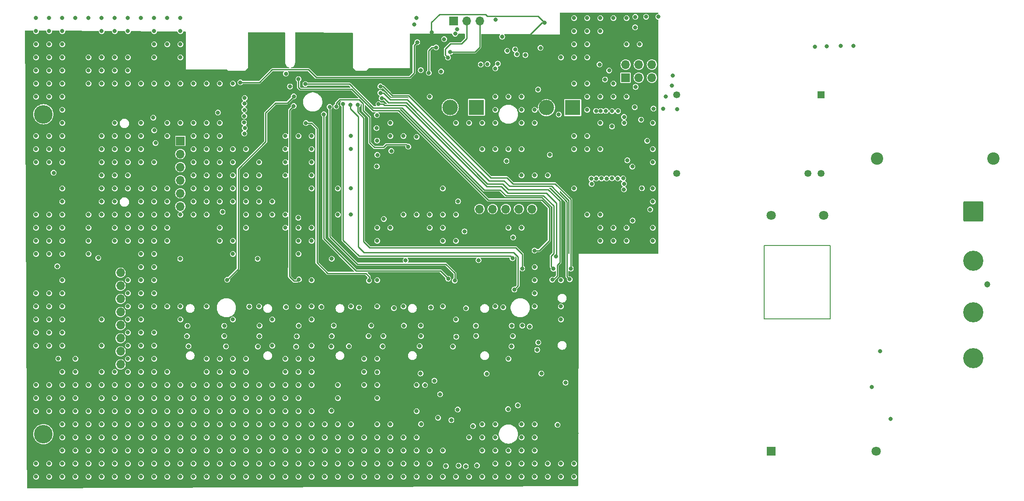
<source format=gbr>
%TF.GenerationSoftware,KiCad,Pcbnew,8.0.5*%
%TF.CreationDate,2024-11-08T09:24:58+00:00*%
%TF.ProjectId,Main_V44,4d61696e-5f56-4343-942e-6b696361645f,rev?*%
%TF.SameCoordinates,Original*%
%TF.FileFunction,Copper,L3,Inr*%
%TF.FilePolarity,Positive*%
%FSLAX46Y46*%
G04 Gerber Fmt 4.6, Leading zero omitted, Abs format (unit mm)*
G04 Created by KiCad (PCBNEW 8.0.5) date 2024-11-08 09:24:58*
%MOMM*%
%LPD*%
G01*
G04 APERTURE LIST*
G04 Aperture macros list*
%AMRoundRect*
0 Rectangle with rounded corners*
0 $1 Rounding radius*
0 $2 $3 $4 $5 $6 $7 $8 $9 X,Y pos of 4 corners*
0 Add a 4 corners polygon primitive as box body*
4,1,4,$2,$3,$4,$5,$6,$7,$8,$9,$2,$3,0*
0 Add four circle primitives for the rounded corners*
1,1,$1+$1,$2,$3*
1,1,$1+$1,$4,$5*
1,1,$1+$1,$6,$7*
1,1,$1+$1,$8,$9*
0 Add four rect primitives between the rounded corners*
20,1,$1+$1,$2,$3,$4,$5,0*
20,1,$1+$1,$4,$5,$6,$7,0*
20,1,$1+$1,$6,$7,$8,$9,0*
20,1,$1+$1,$8,$9,$2,$3,0*%
G04 Aperture macros list end*
%TA.AperFunction,NonConductor*%
%ADD10C,0.200000*%
%TD*%
%TA.AperFunction,ComponentPad*%
%ADD11R,3.000000X3.000000*%
%TD*%
%TA.AperFunction,ComponentPad*%
%ADD12C,3.000000*%
%TD*%
%TA.AperFunction,ComponentPad*%
%ADD13C,3.600000*%
%TD*%
%TA.AperFunction,ComponentPad*%
%ADD14RoundRect,0.250002X-1.699998X-1.699998X1.699998X-1.699998X1.699998X1.699998X-1.699998X1.699998X0*%
%TD*%
%TA.AperFunction,ComponentPad*%
%ADD15C,3.900000*%
%TD*%
%TA.AperFunction,ComponentPad*%
%ADD16R,1.700000X1.700000*%
%TD*%
%TA.AperFunction,ComponentPad*%
%ADD17O,1.700000X1.700000*%
%TD*%
%TA.AperFunction,ComponentPad*%
%ADD18C,2.400000*%
%TD*%
%TA.AperFunction,ComponentPad*%
%ADD19R,1.350000X1.350000*%
%TD*%
%TA.AperFunction,ComponentPad*%
%ADD20C,1.350000*%
%TD*%
%TA.AperFunction,ComponentPad*%
%ADD21R,1.800000X1.800000*%
%TD*%
%TA.AperFunction,ComponentPad*%
%ADD22C,1.800000*%
%TD*%
%TA.AperFunction,ViaPad*%
%ADD23C,0.800000*%
%TD*%
%TA.AperFunction,ViaPad*%
%ADD24C,1.200000*%
%TD*%
%TA.AperFunction,Conductor*%
%ADD25C,0.250000*%
%TD*%
G04 APERTURE END LIST*
D10*
X143500000Y-29400000D02*
X156300000Y-29400000D01*
X156300000Y-43700000D01*
X143500000Y-43700000D01*
X143500000Y-29400000D01*
D11*
%TO.N,Net-(J27-Pin_1)*%
%TO.C,J27*%
X87800000Y-2667000D03*
D12*
%TO.N,Net-(J27-Pin_2)*%
X82720000Y-2667000D03*
%TD*%
D13*
%TO.N,N/C*%
%TO.C,H1*%
X4000000Y-4000000D03*
%TD*%
D14*
%TO.N,/UR*%
%TO.C,J23*%
X184000000Y-22800000D03*
%TD*%
D15*
%TO.N,GNDS*%
%TO.C,J26*%
X184000000Y-51260000D03*
%TD*%
D16*
%TO.N,GND*%
%TO.C,J5*%
X116680000Y3085000D03*
D17*
X116680000Y5625000D03*
X119220000Y3085000D03*
X119220000Y5625000D03*
%TO.N,/+5V*%
X121760000Y3085000D03*
X121760000Y5625000D03*
%TD*%
D11*
%TO.N,Net-(J28-Pin_1)*%
%TO.C,J28*%
X106451400Y-2717800D03*
D12*
%TO.N,Net-(J28-Pin_2)*%
X101371400Y-2717800D03*
%TD*%
D18*
%TO.N,/UCC*%
%TO.C,C52*%
X187881600Y-12598400D03*
%TO.N,GNDS*%
X165381600Y-12598400D03*
%TD*%
D19*
%TO.N,/U5V_Iso*%
%TO.C,PS2*%
X154510000Y-250000D03*
D20*
%TO.N,GND*%
X126570000Y-250000D03*
%TO.N,/+5V*%
X126570000Y-15490000D03*
%TO.N,unconnected-(PS2-NC1-Pad23)*%
X151970000Y-15490000D03*
%TO.N,GND1*%
X154510000Y-15490000D03*
%TD*%
D16*
%TO.N,+3V3*%
%TO.C,J13*%
X85877000Y-22377800D03*
D17*
%TO.N,/BT_TxD*%
X88417000Y-22377800D03*
%TO.N,/BT_RxD*%
X90957000Y-22377800D03*
%TO.N,unconnected-(J13-Pin_4-Pad4)*%
X93497000Y-22377800D03*
%TO.N,unconnected-(J13-Pin_5-Pad5)*%
X96037000Y-22377800D03*
%TO.N,GND*%
X98577000Y-22377800D03*
%TD*%
D13*
%TO.N,N/C*%
%TO.C,H6*%
X4000000Y-66000000D03*
%TD*%
D21*
%TO.N,GNDS*%
%TO.C,PS1*%
X144830000Y-69327500D03*
D22*
%TO.N,/UCC*%
X165150000Y-69327500D03*
%TO.N,GND1*%
X154990000Y-23607500D03*
%TO.N,/U5V_Iso*%
X144830000Y-23607500D03*
%TD*%
D15*
%TO.N,/US*%
%TO.C,J24*%
X184000000Y-32400000D03*
%TD*%
D16*
%TO.N,Net-(J2-Pin_13)*%
%TO.C,J4*%
X30505400Y-9169400D03*
D17*
%TO.N,Net-(J2-Pin_12)*%
X30505400Y-11709400D03*
%TO.N,Net-(J2-Pin_11)*%
X30505400Y-14249400D03*
%TO.N,GND*%
X30505400Y-16789400D03*
%TO.N,Net-(J2-Pin_10)*%
X30505400Y-19329400D03*
%TO.N,Net-(J2-Pin_9)*%
X30505400Y-21869400D03*
%TD*%
D15*
%TO.N,/UT*%
%TO.C,J25*%
X184000000Y-42400000D03*
%TD*%
D16*
%TO.N,+3V3*%
%TO.C,J15*%
X18925000Y-32180000D03*
D17*
%TO.N,GND*%
X18925000Y-34720000D03*
%TO.N,unconnected-(J15-Pin_3-Pad3)*%
X18925000Y-37260000D03*
%TO.N,GND*%
X18925000Y-39800000D03*
%TO.N,/UR+*%
X18925000Y-42340000D03*
%TO.N,GND*%
X18925000Y-44880000D03*
%TO.N,/US+*%
X18925000Y-47420000D03*
%TO.N,GND*%
X18925000Y-49960000D03*
%TO.N,/UT+*%
X18925000Y-52500000D03*
%TD*%
D16*
%TO.N,GND*%
%TO.C,J21*%
X83352400Y14071600D03*
D17*
%TO.N,Net-(J21-Pin_2)*%
X85892400Y14071600D03*
%TO.N,Net-(J21-Pin_3)*%
X88432400Y14071600D03*
%TD*%
D23*
%TO.N,GND*%
X33036300Y-18370000D03*
X50816300Y-59010000D03*
X104156300Y-43770000D03*
X111776300Y14650000D03*
X68596300Y-64090000D03*
X2556300Y-43770000D03*
X38116300Y-5670000D03*
X10176300Y-56470000D03*
X50816300Y-64090000D03*
X83836300Y-28530000D03*
X109236300Y-3130000D03*
X50816300Y-53930000D03*
X17796300Y-61550000D03*
X7636300Y-61550000D03*
X38116300Y-66630000D03*
X22876300Y-43770000D03*
X35576300Y-71710000D03*
X101616300Y-71710000D03*
X17796300Y-10750000D03*
X22876300Y-10750000D03*
X30496300Y-69170000D03*
X25416300Y-41230000D03*
X35576300Y-20910000D03*
X96536300Y-64090000D03*
X35576300Y1950000D03*
X10176300Y-66630000D03*
X55896300Y-36150000D03*
X7636300Y-20910000D03*
X20336300Y-23450000D03*
X22876300Y1950000D03*
X116382800Y-4521200D03*
X40656300Y-18370000D03*
X114316300Y14650000D03*
X35576300Y-18370000D03*
X85800000Y-41600000D03*
X2556300Y-46310000D03*
X91456300Y-66630000D03*
X17796300Y14650000D03*
X99076300Y-38690000D03*
X60976300Y-71710000D03*
X68596300Y-74250000D03*
X2556300Y-13290000D03*
X71136300Y-71710000D03*
X43196300Y-53930000D03*
X12716300Y14650000D03*
X58436300Y-69170000D03*
X33036300Y-71710000D03*
X25416300Y-46310000D03*
X20336300Y-15830000D03*
X15256300Y-66630000D03*
X55896300Y-56470000D03*
X76216300Y-66630000D03*
X35576300Y-53930000D03*
X2556300Y7030000D03*
X99076300Y-71710000D03*
X50816300Y-66630000D03*
X114316300Y-25990000D03*
X22876300Y-61550000D03*
X33036300Y-56470000D03*
X25416300Y-71710000D03*
X96536300Y-5670000D03*
X35576300Y-51390000D03*
X55896300Y-71710000D03*
X104156300Y-74250000D03*
X12716300Y-64090000D03*
X33036300Y-13290000D03*
X43196300Y-56470000D03*
X43196300Y-61550000D03*
X7636300Y-69170000D03*
X22876300Y-48850000D03*
X121936300Y-28530000D03*
X30496300Y-5670000D03*
X116856300Y-590000D03*
X27956300Y9570000D03*
X66056300Y-66630000D03*
X25416300Y-61550000D03*
X91456300Y-74250000D03*
X76216300Y-69170000D03*
X53356300Y-64090000D03*
X125806200Y3505200D03*
X17796300Y-13290000D03*
X38116300Y-61550000D03*
X15256300Y-74250000D03*
X27956300Y-23450000D03*
X17796300Y7030000D03*
X86376300Y-74250000D03*
X55896300Y-10750000D03*
X15256300Y-64090000D03*
X81296300Y-74250000D03*
X101616300Y-15830000D03*
X38116300Y-51390000D03*
X5096300Y4490000D03*
X91456300Y-64090000D03*
X12716300Y-56470000D03*
X91456300Y-5670000D03*
X99745800Y787400D03*
X91456300Y-41230000D03*
X60976300Y-74250000D03*
X20336300Y-53930000D03*
X99076300Y-66630000D03*
X7636300Y-56470000D03*
X48276300Y-69170000D03*
X27956300Y-71710000D03*
X60976300Y-69170000D03*
X12716300Y-31070000D03*
X48276300Y-56470000D03*
X17796300Y-56470000D03*
X53356300Y-51390000D03*
X63516300Y-23450000D03*
X33036300Y-8210000D03*
X106696300Y-8210000D03*
X15256300Y-69170000D03*
X22876300Y-28530000D03*
X7636300Y14650000D03*
X48276300Y-23450000D03*
X50816300Y-69170000D03*
X111776300Y-5670000D03*
X53356300Y-53930000D03*
X83836300Y-74250000D03*
X7636300Y-13290000D03*
X27956300Y-25990000D03*
X55896300Y-51390000D03*
X22876300Y-5670000D03*
X106696300Y12110000D03*
X22876300Y-74250000D03*
X5096300Y7030000D03*
X53356300Y-25990000D03*
X33036300Y-10750000D03*
X99076300Y-74250000D03*
X25416300Y14650000D03*
X2556300Y-48850000D03*
X40656300Y-20910000D03*
X55896300Y-53930000D03*
X7636300Y1950000D03*
X55896300Y-74250000D03*
X81889600Y-72186800D03*
X5096300Y9570000D03*
X27956300Y-41230000D03*
X45736300Y-74250000D03*
X55896300Y-43770000D03*
X27956300Y-53930000D03*
X114071400Y-3378200D03*
X104156300Y-36150000D03*
X5096300Y-23450000D03*
X7636300Y-36150000D03*
X7636300Y-28530000D03*
X55896300Y-25990000D03*
X68525000Y-14100000D03*
X27956300Y-5670000D03*
X86376300Y-5670000D03*
X2556300Y-28530000D03*
X17796300Y-69170000D03*
X43196300Y-69170000D03*
X116856300Y14650000D03*
X10176300Y-71710000D03*
X73676300Y-69170000D03*
X38675000Y-22925000D03*
X30496300Y-43770000D03*
X12716300Y1950000D03*
X2556300Y1950000D03*
X20336300Y4490000D03*
X53356300Y-59010000D03*
X50816300Y-25990000D03*
X2556300Y-74250000D03*
X68596300Y-71710000D03*
X66056300Y-56470000D03*
X78756300Y-74250000D03*
X40656300Y-74250000D03*
X93996300Y-25990000D03*
X109236300Y-8210000D03*
X71136300Y-66630000D03*
X91456300Y-3130000D03*
X106696300Y-74250000D03*
X40656300Y-28530000D03*
X68625000Y-11875000D03*
X45736300Y-13290000D03*
X125679200Y1524000D03*
X20336300Y-25990000D03*
X91456300Y-10750000D03*
X30496300Y-74250000D03*
X111776300Y-590000D03*
X78756300Y-590000D03*
X96536300Y-3130000D03*
X78756300Y-25990000D03*
X12716300Y-25990000D03*
X71136300Y-25990000D03*
X22876300Y-41230000D03*
X78756300Y-69170000D03*
X5096300Y-13290000D03*
X22876300Y-59010000D03*
X58436300Y-66630000D03*
X33036300Y-69170000D03*
X22876300Y-33610000D03*
X60976300Y-18370000D03*
X7636300Y-10750000D03*
X58436300Y-71710000D03*
X91456300Y-71710000D03*
X25416300Y-64090000D03*
X96536300Y-74250000D03*
X33036300Y-5670000D03*
X7636300Y-23450000D03*
X2556300Y-56470000D03*
X38116300Y-53930000D03*
X81296300Y-18370000D03*
X96536300Y-15830000D03*
X25450800Y-7112000D03*
X63516300Y-74250000D03*
X7636300Y-46310000D03*
X68575000Y-9125000D03*
X22876300Y-53930000D03*
X5096300Y-25990000D03*
X40656300Y-69170000D03*
X65075000Y-41450000D03*
X17796300Y-59010000D03*
X50950000Y-41375000D03*
X40656300Y-43770000D03*
X22876300Y-13290000D03*
X25416300Y-18370000D03*
X38116300Y-25990000D03*
X25416300Y-48850000D03*
X60976300Y-64090000D03*
X87147400Y-64465200D03*
X20336300Y-43770000D03*
X53356300Y-69170000D03*
X43196300Y-25990000D03*
X17796300Y-25990000D03*
X22876300Y14650000D03*
X27956300Y-74250000D03*
X55896300Y-69170000D03*
X17796300Y12110000D03*
X17796300Y-18370000D03*
X25704800Y-9575800D03*
X20336300Y-71710000D03*
X5096300Y-56470000D03*
X5096300Y14650000D03*
X38116300Y-13290000D03*
X118440200Y-2616200D03*
X25416300Y-28530000D03*
X43196300Y-66630000D03*
X45736300Y-64090000D03*
X2556300Y-41230000D03*
X109236300Y14650000D03*
X38116300Y-10750000D03*
X15256300Y-13290000D03*
X22876300Y-8210000D03*
X5096300Y-10750000D03*
X45736300Y-41230000D03*
X116856300Y9570000D03*
X7636300Y-5670000D03*
X53356300Y-56470000D03*
X118567200Y14884400D03*
X63516300Y-71710000D03*
X20336300Y-61550000D03*
X25416300Y-33610000D03*
X7636300Y-41230000D03*
X73676300Y-23450000D03*
X33036300Y-74250000D03*
X10176300Y-61550000D03*
X53356300Y-31070000D03*
X22876300Y-31070000D03*
X73676300Y-66630000D03*
X40656300Y-15830000D03*
X96536300Y-10750000D03*
X17796300Y1950000D03*
X71136300Y-74250000D03*
X5096300Y12110000D03*
X40656300Y-31070000D03*
X15256300Y-53930000D03*
X63516300Y-64090000D03*
X5096300Y1950000D03*
X40656300Y-10750000D03*
X40656300Y-61550000D03*
X48276300Y-61550000D03*
X10176300Y-53930000D03*
X122072400Y-2895600D03*
X25416300Y-31070000D03*
X10176300Y-64090000D03*
X35576300Y-15830000D03*
X30496300Y7030000D03*
X10176300Y-74250000D03*
X20336300Y14650000D03*
X7636300Y-590000D03*
X109236300Y12110000D03*
X78756300Y-71710000D03*
X40656300Y-64090000D03*
X73676300Y-74250000D03*
X33036300Y-64090000D03*
X10176300Y-69170000D03*
X71136300Y-64090000D03*
X38116300Y-28530000D03*
X73676300Y-8210000D03*
X76216300Y-61550000D03*
X63516300Y-66630000D03*
X45736300Y-59010000D03*
X63516300Y-18370000D03*
X68596300Y-66630000D03*
X20336300Y-41230000D03*
X66056300Y-53930000D03*
X43196300Y-71710000D03*
X93996300Y-51390000D03*
X27956300Y-18370000D03*
X73676300Y-71710000D03*
X45736300Y-15830000D03*
X114316300Y-590000D03*
X81296300Y-41230000D03*
X20336300Y-56470000D03*
X40656300Y-66630000D03*
X7636300Y12110000D03*
X35576300Y-5670000D03*
X25416300Y-69170000D03*
X15256300Y-56470000D03*
X7636300Y4490000D03*
X35576300Y-74250000D03*
X99076300Y-33610000D03*
X118618000Y1295400D03*
X112014000Y-16433800D03*
X7636300Y7030000D03*
X38116300Y-20910000D03*
X33036300Y1950000D03*
X99076300Y-41230000D03*
X38116300Y-59010000D03*
X60976300Y-23450000D03*
X12716300Y-23450000D03*
X17796300Y-53930000D03*
X20336300Y-74250000D03*
X27956300Y-20910000D03*
X20336300Y-66630000D03*
X2556300Y-71710000D03*
X27956300Y-56470000D03*
X83836300Y-23450000D03*
X115163600Y-16459200D03*
X48276300Y-48850000D03*
X25416300Y-66630000D03*
X15256300Y1950000D03*
X33036300Y-61550000D03*
X76216300Y-56470000D03*
X106696300Y9570000D03*
X48276300Y-20910000D03*
X99076300Y-3130000D03*
X22876300Y-66630000D03*
X40656300Y-56470000D03*
X55896300Y-48850000D03*
X57799999Y-41349999D03*
X66056300Y-71710000D03*
X50816300Y-61550000D03*
X10176300Y-51390000D03*
X63516300Y-8210000D03*
X68596300Y-36150000D03*
X114316300Y-28530000D03*
X20336300Y-46310000D03*
X17796300Y-20910000D03*
X7636300Y-64090000D03*
X99076300Y-15830000D03*
X68596300Y-59010000D03*
X30496300Y9570000D03*
X60976300Y-56470000D03*
X25416300Y-23450000D03*
X30496300Y-71710000D03*
X59740800Y-61468000D03*
X20336300Y-59010000D03*
X48276300Y-66630000D03*
X109236300Y9570000D03*
X20336300Y-69170000D03*
X76216300Y-23450000D03*
X50816300Y-51390000D03*
X121936300Y-18370000D03*
X71136300Y-8210000D03*
X109236300Y1950000D03*
X106696300Y7030000D03*
X88916300Y-69170000D03*
X17796300Y-5670000D03*
X25416300Y-25990000D03*
X93996300Y-10750000D03*
X25416300Y9570000D03*
X20336300Y-18370000D03*
X12716300Y7030000D03*
X111776300Y-23450000D03*
X27956300Y-66630000D03*
X68596300Y-51390000D03*
X38116300Y-18370000D03*
X22876300Y-46310000D03*
X86376300Y-66630000D03*
X55896300Y-41230000D03*
X110058200Y-16484600D03*
X7636300Y-43770000D03*
X12716300Y-71710000D03*
X50816300Y-15830000D03*
X35576300Y-61550000D03*
X22876300Y-51390000D03*
X93996300Y-74250000D03*
X22876300Y-25990000D03*
X43196300Y-74250000D03*
X15256300Y-71710000D03*
X7636300Y-66630000D03*
X15256300Y14650000D03*
X111776300Y-10750000D03*
X53356300Y-8210000D03*
X5096300Y-48850000D03*
X43196300Y-15830000D03*
X25416300Y-59010000D03*
X15256300Y-23450000D03*
X96536300Y-66630000D03*
X7636300Y9570000D03*
X35576300Y-41230000D03*
X55896300Y-13290000D03*
X27956300Y14650000D03*
X27956300Y-69170000D03*
X2556300Y-61550000D03*
X27956300Y-64090000D03*
X15256300Y4490000D03*
X63516300Y-10750000D03*
X2556300Y-25990000D03*
X55896300Y-15830000D03*
X58436300Y-64090000D03*
X25416300Y-20910000D03*
X55896300Y-64090000D03*
X50816300Y-71710000D03*
X38116300Y-69170000D03*
X22876300Y-36150000D03*
X2556300Y9570000D03*
X78756300Y-23450000D03*
X25416300Y-13290000D03*
X2556300Y-59010000D03*
X85750400Y-72237600D03*
X121936300Y-13290000D03*
X117983000Y-14147800D03*
X88916300Y-66630000D03*
X40656300Y-51390000D03*
X20336300Y-36150000D03*
X5096300Y-8210000D03*
X63516300Y-69170000D03*
X73676300Y-41230000D03*
X58436300Y-74250000D03*
X116856300Y-28530000D03*
X20336300Y-13290000D03*
X40656300Y-59010000D03*
X40656300Y-71710000D03*
X12716300Y-74250000D03*
X22876300Y-71710000D03*
X109236300Y-23450000D03*
X30496300Y-64090000D03*
X68596300Y-56470000D03*
X17796300Y-23450000D03*
X121936300Y-20910000D03*
X104156300Y-71710000D03*
X15256300Y-59010000D03*
X43196300Y-64090000D03*
X2556300Y-10750000D03*
X12716300Y-61550000D03*
X25416300Y-51390000D03*
X7636300Y-8210000D03*
X30496300Y-59010000D03*
X15256300Y-61550000D03*
X45736300Y-18370000D03*
X55896300Y-8210000D03*
X96536300Y-25990000D03*
X99076300Y-36150000D03*
X22876300Y-64090000D03*
X43196300Y-23450000D03*
X123952000Y-2971800D03*
X33036300Y-15830000D03*
X43196300Y-20910000D03*
X99076300Y-69170000D03*
X53325000Y-24050000D03*
X12716300Y-66630000D03*
X35576300Y-66630000D03*
X68596300Y-28530000D03*
X55896300Y-66630000D03*
X35576300Y-13290000D03*
X111023400Y-16459200D03*
X15256300Y-8210000D03*
X17796300Y-71710000D03*
X30496300Y-41230000D03*
X2556300Y12110000D03*
X93000000Y-41400000D03*
X60976300Y-66630000D03*
X45736300Y-23450000D03*
X126669800Y-3022600D03*
X33036300Y-23450000D03*
X66056300Y-51390000D03*
X22876300Y-56470000D03*
X33036300Y-66630000D03*
X7636300Y-18370000D03*
X43196300Y-59010000D03*
X12716300Y-28530000D03*
X81296300Y-23450000D03*
X5096300Y-43770000D03*
X5096300Y-74250000D03*
X123012200Y14909800D03*
X53356300Y-74250000D03*
X50816300Y-8210000D03*
X43196300Y-51390000D03*
X2556300Y14650000D03*
X121936300Y-10750000D03*
X101616300Y-74250000D03*
X7636300Y-48850000D03*
X17796300Y-74250000D03*
X7636300Y-74250000D03*
X7636300Y-31070000D03*
X76216300Y-74250000D03*
X5096300Y-28530000D03*
X27956300Y-28530000D03*
X75742800Y13385800D03*
X112852200Y-3352800D03*
X20336300Y-8210000D03*
X109236300Y7030000D03*
X17796300Y-28530000D03*
X25416300Y7030000D03*
X27956300Y1950000D03*
X93996300Y-71710000D03*
X5096300Y-590000D03*
X25416300Y12110000D03*
X71136300Y-69170000D03*
X111776300Y12110000D03*
X15256300Y-10750000D03*
X2556300Y-23450000D03*
X33036300Y-59010000D03*
X5096300Y-61550000D03*
X113004600Y-16459200D03*
X68550000Y-4175000D03*
X30496300Y14650000D03*
X81296300Y-25990000D03*
X10176300Y14650000D03*
X106696300Y1950000D03*
X5096300Y-41230000D03*
X68596300Y-25990000D03*
X25416300Y-56470000D03*
X53356300Y-28530000D03*
X63516300Y-41230000D03*
X111776300Y-28530000D03*
X96536300Y-69170000D03*
X20336300Y-28530000D03*
X7636300Y-59010000D03*
X91456300Y-69170000D03*
X25416300Y-38690000D03*
X7636300Y-3130000D03*
X53356300Y-41230000D03*
X43196300Y-18370000D03*
X20336300Y-64090000D03*
X17796300Y-66630000D03*
X53356300Y-66630000D03*
X81296300Y-28530000D03*
X109236300Y-590000D03*
X22876300Y-69170000D03*
X7636300Y-71710000D03*
X17796300Y-64090000D03*
X20336300Y-48850000D03*
X20336300Y7030000D03*
X15256300Y-48850000D03*
X30496300Y1950000D03*
X93996300Y-590000D03*
X14625000Y-31850000D03*
X35576300Y-64090000D03*
X20336300Y1950000D03*
X50816300Y-23450000D03*
X50816300Y-56470000D03*
X20336300Y12110000D03*
X15256300Y-15830000D03*
X106696300Y14650000D03*
X40656300Y-53930000D03*
X55896300Y-28530000D03*
X2556300Y-38690000D03*
X25416300Y-53930000D03*
X110972600Y-3352800D03*
X71850000Y-41575000D03*
X35576300Y-59010000D03*
X100203000Y8864600D03*
X83836300Y-43770000D03*
X5096300Y-46310000D03*
X50816300Y-74250000D03*
X120650000Y14909800D03*
X116408200Y-5664200D03*
X99076300Y-64090000D03*
X96536300Y-71710000D03*
X17796300Y-15830000D03*
X27956300Y-61550000D03*
X10176300Y-59010000D03*
X106696300Y-18370000D03*
X35576300Y-8210000D03*
X121437400Y-22453600D03*
X33036300Y-20910000D03*
X43850000Y-41300000D03*
X35576300Y-69170000D03*
X35576300Y-23450000D03*
X25250000Y-4650000D03*
X20336300Y-51390000D03*
X116205000Y-16433800D03*
X76216300Y14650000D03*
X30496300Y12110000D03*
X25416300Y-74250000D03*
X17796300Y4490000D03*
X106696300Y-71710000D03*
X115214400Y-3378200D03*
X71136300Y-5670000D03*
X111861600Y-3352800D03*
X111776300Y-25990000D03*
X50816300Y-10750000D03*
X20336300Y-38690000D03*
X104156300Y-41230000D03*
X45736300Y-66630000D03*
X76216300Y-71710000D03*
X55896300Y-61550000D03*
X48276300Y-59010000D03*
X66056300Y-69170000D03*
X45736300Y-20910000D03*
X25416300Y-36150000D03*
X15256300Y-18370000D03*
X110109000Y-17500600D03*
X27956300Y-59010000D03*
X119396300Y9570000D03*
X88916300Y-5670000D03*
X7636300Y-25990000D03*
X2556300Y-31070000D03*
X27956300Y-8210000D03*
X91456300Y-590000D03*
X55896300Y-18370000D03*
X40656300Y1950000D03*
X48276300Y-43770000D03*
X53356300Y-71710000D03*
X88916300Y-74250000D03*
X53356300Y-61550000D03*
X35576300Y-10750000D03*
X109236300Y-10750000D03*
X45736300Y-61550000D03*
X48276300Y-74250000D03*
X68596300Y-69170000D03*
X22876300Y-38690000D03*
X88916300Y-64090000D03*
X5096300Y-59010000D03*
X22876300Y-20910000D03*
X22876300Y-18370000D03*
X79000000Y-41450000D03*
X96536300Y-590000D03*
X114316300Y1950000D03*
X50816300Y-13290000D03*
X30496300Y-56470000D03*
X66056300Y-74250000D03*
X68596300Y-41230000D03*
X40656300Y-13290000D03*
X2556300Y4490000D03*
X38116300Y-64090000D03*
X30496300Y-23450000D03*
X2556300Y-590000D03*
X30496300Y-61550000D03*
X5096300Y-31070000D03*
X7636300Y-53930000D03*
X48276300Y-64090000D03*
X38116300Y-8210000D03*
X124476300Y-590000D03*
X38116300Y-15830000D03*
X45736300Y-71710000D03*
X116382800Y-17475200D03*
X94919800Y-27889200D03*
X104156300Y7030000D03*
X99076300Y-5670000D03*
X38116300Y-74250000D03*
X48276300Y-71710000D03*
X121936300Y-5670000D03*
X15256300Y12110000D03*
X83836300Y-5670000D03*
X15256300Y7030000D03*
X93996300Y-69170000D03*
X114046000Y-16408400D03*
X43196300Y-10750000D03*
X60976300Y-59010000D03*
X68475000Y-6675000D03*
X38116300Y-71710000D03*
X2556300Y-8210000D03*
X5096300Y-71710000D03*
X5096300Y-38690000D03*
X30496300Y-66630000D03*
X88916300Y-10750000D03*
X116856300Y-25990000D03*
X45736300Y-56470000D03*
X12716300Y-69170000D03*
X7636300Y-38690000D03*
X22876300Y-23450000D03*
X20336300Y-10750000D03*
X35576300Y-56470000D03*
X12716300Y4490000D03*
X106696300Y-10750000D03*
X45736300Y-69170000D03*
X121936300Y-25990000D03*
X38116300Y1950000D03*
X38116300Y-56470000D03*
X116357400Y-18567400D03*
X17796300Y-8210000D03*
X25416300Y1950000D03*
X15256300Y-20910000D03*
X15256300Y-43770000D03*
X118516400Y12852400D03*
X81296300Y-69170000D03*
%TO.N,/SDAT7*%
X60680600Y-2489200D03*
X74625200Y-10287000D03*
%TO.N,+3V3*%
X3810000Y-20040600D03*
X78765400Y-65887600D03*
X43713400Y-28956000D03*
X74396600Y-12395200D03*
X121920000Y-1041400D03*
X55956200Y-30048200D03*
X107162600Y-65811400D03*
X71399400Y-60706000D03*
X71780400Y-28981400D03*
X98628200Y7823200D03*
X85852000Y-28752800D03*
X112979200Y-21767800D03*
X122555000Y6934200D03*
X38709600Y-30048200D03*
X14528800Y-25552400D03*
X1930400Y-54508400D03*
X107035600Y-58521600D03*
X101015800Y13716000D03*
X50673000Y-28879800D03*
X82780000Y-58610000D03*
X110109000Y-21717000D03*
X105333800Y-52298600D03*
X79171800Y11861800D03*
X99999800Y-26644600D03*
X111074200Y-21767800D03*
X108127800Y-26695400D03*
X119989600Y-27762200D03*
X112039400Y-21793200D03*
X84505800Y6223000D03*
X40081200Y-26416000D03*
X78917800Y-29159200D03*
X1828800Y-36576000D03*
X55981600Y-31140400D03*
X64338200Y-61468000D03*
X26974800Y-31369000D03*
X92989400Y-28930600D03*
X93750000Y-58710000D03*
%TO.N,/uDTR*%
X42950000Y-850000D03*
%TO.N,/uDCD*%
X42900000Y-1950000D03*
%TO.N,/uPWRKEY*%
X42875000Y-4350000D03*
%TO.N,/Alim*%
X42900000Y-7725000D03*
%TO.N,/uStatus*%
X42900000Y-3150000D03*
%TO.N,/RxD*%
X42975000Y-6675000D03*
%TO.N,/TxD*%
X42825000Y-5600000D03*
%TO.N,/SYN*%
X94800000Y-31900000D03*
X61976000Y-1981200D03*
%TO.N,/SCL*%
X96675000Y-33900000D03*
X64846200Y-2133600D03*
%TO.N,/SDAT2*%
X52451000Y-533400D03*
X39575000Y-36100000D03*
%TO.N,/SCS*%
X63398400Y-2159000D03*
X95150000Y-37975000D03*
%TO.N,/SDAT3*%
X53450000Y-36025000D03*
X52425600Y-2387600D03*
%TO.N,/SDAT4*%
X54813200Y-5715000D03*
X67025000Y-36250000D03*
%TO.N,/SDAT5*%
X58267600Y-4013200D03*
X82350000Y-35875000D03*
%TO.N,/SDAT6*%
X59410600Y-2565400D03*
X83625000Y-36250000D03*
D24*
%TO.N,/UCC*%
X186690000Y-36957000D03*
D23*
%TO.N,/UR*%
X165938200Y-49911000D03*
%TO.N,/US*%
X164375000Y-56875000D03*
%TO.N,/UT*%
X168000000Y-63075000D03*
%TO.N,/UR+*%
X96672400Y-44958000D03*
X67437000Y-44958000D03*
X77038200Y-44958000D03*
X87706200Y-45008800D03*
X94640400Y-45008800D03*
X53407400Y-45000000D03*
X38989000Y-45008800D03*
X73758200Y-44980000D03*
X31877000Y-45008800D03*
X60198000Y-44958000D03*
X45821600Y-44958000D03*
%TO.N,/US+*%
X66929000Y-46990000D03*
X45796200Y-47015400D03*
X69799200Y-46990000D03*
X87731600Y-46964600D03*
X94843600Y-46990000D03*
X31775400Y-47015400D03*
X77063600Y-46990000D03*
X83910000Y-47140000D03*
X59791600Y-47015400D03*
X53035200Y-47040800D03*
X38989000Y-46990000D03*
X98120200Y-45161200D03*
%TO.N,/RS485_RxD*%
X80010000Y8940800D03*
X78587600Y4038600D03*
%TO.N,/SCLK*%
X105867200Y-35991800D03*
X69215000Y152400D03*
%TO.N,/MISO*%
X69469000Y-889000D03*
X102489000Y-36068000D03*
%TO.N,/MOSI*%
X68859400Y-2032000D03*
X103230000Y-31580000D03*
%TO.N,/SS*%
X102717600Y-33959800D03*
X54701811Y1863989D03*
%TO.N,/RS485_TxD*%
X111640000Y5640000D03*
X83693000Y11607800D03*
X77038200Y4546600D03*
%TO.N,/RS485_DE*%
X112700000Y2730000D03*
%TO.N,/BT_RxD*%
X84251800Y-20878800D03*
%TO.N,/UT+*%
X83261200Y-49022000D03*
X69660000Y-49000000D03*
X99796600Y-48234600D03*
X63119000Y-48971200D03*
X32080200Y-48971200D03*
X76809600Y-48945800D03*
X94589600Y-48996600D03*
X52908200Y-49047400D03*
X59715400Y-49022000D03*
X45516800Y-49022000D03*
X39344600Y-48996600D03*
%TO.N,/ADE_Reset*%
X99060000Y-30429200D03*
X53365400Y2819400D03*
X30480000Y-32004000D03*
X88214200Y-32283400D03*
X59787600Y-32000000D03*
X74117200Y-32308800D03*
X45466000Y-32004000D03*
%TO.N,/Enable*%
X103733600Y-4038600D03*
X118033800Y-24612600D03*
%TO.N,/BT_RTS*%
X84048600Y12496800D03*
X76352400Y9956800D03*
X42113200Y2184400D03*
%TO.N,/InfoV*%
X69870000Y-24290000D03*
X85496400Y-26720800D03*
X80780000Y-58290000D03*
X80375000Y-62825000D03*
X51714400Y1371600D03*
%TO.N,/+5V*%
X119837200Y-18338800D03*
X119684800Y-5054600D03*
X117017800Y-12928600D03*
X102006400Y-11861800D03*
%TO.N,/+3V67*%
X76225400Y-8382000D03*
X120878600Y-9144000D03*
X114046000Y-6350000D03*
%TO.N,/L1*%
X87909400Y-72085200D03*
X95825000Y-60425000D03*
%TO.N,/L2*%
X82956400Y-63296800D03*
X84175600Y-61239400D03*
%TO.N,/L3*%
X77110000Y-64070000D03*
X84353400Y-72110600D03*
%TO.N,/Vin*%
X153339800Y9093200D03*
%TO.N,/IRQ1*%
X69215000Y1397000D03*
X106070400Y-33934400D03*
%TO.N,/iUR-*%
X99568000Y-49682400D03*
X105054400Y-56032400D03*
%TO.N,/iUS-*%
X103505000Y-64211200D03*
X93950000Y-61150000D03*
%TO.N,/iUT-*%
X79675000Y-55650000D03*
X77850000Y-56500000D03*
%TO.N,Earth*%
X160807400Y9245600D03*
%TO.N,/+3V3_UC*%
X50927000Y3860800D03*
X37769800Y-3683000D03*
%TO.N,Net-(LED1-Pad4)*%
X5969000Y-15341600D03*
%TO.N,Net-(LED2-Pad4)*%
X6680200Y-33477200D03*
%TO.N,Net-(LED3-Pad4)*%
X6883400Y-51358800D03*
%TO.N,/-3V3*%
X89790000Y-54290000D03*
X76980000Y-54250000D03*
X68605000Y-53985000D03*
X100370000Y-54240000D03*
%TO.N,Net-(K1-Pad1)*%
X93625400Y-13080000D03*
X71348600Y-11125200D03*
%TO.N,/B-*%
X155625800Y9194800D03*
%TO.N,/A+*%
X158343600Y9296400D03*
%TO.N,Net-(J27-Pin_2)*%
X95300800Y8585200D03*
%TO.N,Net-(J27-Pin_1)*%
X95631000Y7645400D03*
%TO.N,/SDIx*%
X91465400Y4876800D03*
X93776800Y8305800D03*
%TO.N,/SCLKx*%
X91948000Y5791200D03*
X92786200Y11023600D03*
%TO.N,/RDY1*%
X89941400Y5740400D03*
X97282000Y7467600D03*
%TO.N,/RDY2*%
X88646000Y5638800D03*
X91516200Y14351000D03*
%TO.N,/ISO_Txd*%
X113512600Y4495800D03*
X80975200Y4292600D03*
X81559400Y10566400D03*
%TO.N,Net-(J21-Pin_2)*%
X82296000Y7010400D03*
%TO.N,Net-(J21-Pin_3)*%
X82753200Y8077200D03*
%TD*%
D25*
%TO.N,/SDAT7*%
X69824600Y-10414000D02*
X70358000Y-9880600D01*
X65887600Y-1955800D02*
X65100200Y-1168400D01*
X61341000Y-1168400D02*
X60680600Y-1828800D01*
X60680600Y-1828800D02*
X60680600Y-2489200D01*
X65100200Y-1168400D02*
X61341000Y-1168400D01*
X67132200Y-8051800D02*
X67132200Y-4546600D01*
X70358000Y-9880600D02*
X74218800Y-9880600D01*
X67132200Y-8051800D02*
X67132200Y-9499600D01*
X65887600Y-3302000D02*
X65887600Y-1955800D01*
X67132200Y-9499600D02*
X68046600Y-10414000D01*
X74218800Y-9880600D02*
X74625200Y-10287000D01*
X68046600Y-10414000D02*
X69824600Y-10414000D01*
X67132200Y-4546600D02*
X65887600Y-3302000D01*
%TO.N,+3V3*%
X79095600Y13792200D02*
X80670400Y15367000D01*
X98196400Y8255000D02*
X98628200Y7823200D01*
X79095600Y11938000D02*
X79095600Y13792200D01*
X80670400Y15367000D02*
X89611200Y15367000D01*
X99695000Y15036800D02*
X101015800Y13716000D01*
X98196400Y11430000D02*
X98196400Y8255000D01*
X89611200Y15367000D02*
X89941400Y15036800D01*
X101015800Y13716000D02*
X100482400Y13716000D01*
X100482400Y13716000D02*
X98196400Y11430000D01*
X89941400Y15036800D02*
X99695000Y15036800D01*
X79171800Y11861800D02*
X79095600Y11938000D01*
%TO.N,/SYN*%
X61976000Y-1981200D02*
X61976000Y-28397200D01*
X65074800Y-31496000D02*
X94396000Y-31496000D01*
X61976000Y-28397200D02*
X65074800Y-31496000D01*
X94396000Y-31496000D02*
X94800000Y-31900000D01*
%TO.N,/SCL*%
X65963800Y-28676600D02*
X67132200Y-29845000D01*
X67132200Y-29845000D02*
X95402400Y-29845000D01*
X96675000Y-31117600D02*
X96675000Y-33900000D01*
X65963800Y-4673600D02*
X65963800Y-28676600D01*
X64846200Y-2133600D02*
X64846200Y-3556000D01*
X95402400Y-29845000D02*
X96675000Y-31117600D01*
X64846200Y-3556000D02*
X65963800Y-4673600D01*
%TO.N,/SDAT2*%
X41706800Y-33968200D02*
X41706800Y-14630400D01*
X39575000Y-36100000D02*
X41706800Y-33968200D01*
X47015400Y-3683000D02*
X48895000Y-1803400D01*
X41706800Y-14630400D02*
X47015400Y-9321800D01*
X51181000Y-1803400D02*
X52451000Y-533400D01*
X47015400Y-9321800D02*
X47015400Y-3683000D01*
X50825400Y-1803400D02*
X51181000Y-1803400D01*
X48895000Y-1803400D02*
X50825400Y-1803400D01*
%TO.N,/SCS*%
X66040000Y-30784800D02*
X95021400Y-30784800D01*
X95021400Y-30784800D02*
X95859600Y-31623000D01*
X95859600Y-37265400D02*
X95150000Y-37975000D01*
X95859600Y-31623000D02*
X95859600Y-37265400D01*
X63398400Y-2159000D02*
X63398400Y-2946400D01*
X64922400Y-29667200D02*
X66040000Y-30784800D01*
X64922400Y-4470400D02*
X64922400Y-29667200D01*
X63398400Y-2946400D02*
X64922400Y-4470400D01*
%TO.N,/SDAT3*%
X53153000Y-36322000D02*
X52476400Y-36322000D01*
X51638200Y-3175000D02*
X52425600Y-2387600D01*
X53450000Y-36025000D02*
X53153000Y-36322000D01*
X52476400Y-36322000D02*
X51612800Y-35458400D01*
X51638200Y-33807400D02*
X51638200Y-3175000D01*
X51612800Y-33832800D02*
X51638200Y-33807400D01*
X51612800Y-35458400D02*
X51612800Y-33832800D01*
%TO.N,/SDAT4*%
X55880000Y-5715000D02*
X54813200Y-5715000D01*
X67025000Y-36250000D02*
X67025000Y-35452800D01*
X66395600Y-34823400D02*
X59004200Y-34823400D01*
X56946800Y-6781800D02*
X55880000Y-5715000D01*
X56946800Y-32766000D02*
X56946800Y-6781800D01*
X59004200Y-34823400D02*
X56946800Y-32766000D01*
X67025000Y-35452800D02*
X66395600Y-34823400D01*
%TO.N,/SDAT5*%
X64516000Y-34366200D02*
X58267600Y-28117800D01*
X58267600Y-28117800D02*
X58267600Y-4013200D01*
X80841200Y-34366200D02*
X64516000Y-34366200D01*
X82350000Y-35875000D02*
X80841200Y-34366200D01*
%TO.N,/SDAT6*%
X59410600Y-27711400D02*
X59410600Y-2565400D01*
X83625000Y-34806200D02*
X81864200Y-33045400D01*
X81864200Y-33045400D02*
X64744600Y-33045400D01*
X83625000Y-36250000D02*
X83625000Y-34806200D01*
X64744600Y-33045400D02*
X59410600Y-27711400D01*
%TO.N,/RS485_RxD*%
X78587600Y8356600D02*
X78587600Y4038600D01*
X79171800Y8940800D02*
X78587600Y8356600D01*
X80010000Y8940800D02*
X79171800Y8940800D01*
%TO.N,/SCLK*%
X105333800Y-20955000D02*
X102323900Y-17945100D01*
X105867200Y-35991800D02*
X105333800Y-35458400D01*
X90220800Y-16916400D02*
X74422000Y-1117600D01*
X71094600Y-1117600D02*
X69824600Y152400D01*
X94195900Y-17945100D02*
X93167200Y-16916400D01*
X102323900Y-17945100D02*
X94195900Y-17945100D01*
X74422000Y-1117600D02*
X71094600Y-1117600D01*
X105333800Y-35458400D02*
X105333800Y-20955000D01*
X93167200Y-16916400D02*
X90220800Y-16916400D01*
X69824600Y152400D02*
X69215000Y152400D01*
%TO.N,/MISO*%
X103962200Y-32766000D02*
X103962200Y-20828000D01*
X103454200Y-35331400D02*
X103454200Y-33274000D01*
X70789800Y-1778000D02*
X69900800Y-889000D01*
X93954600Y-18567400D02*
X92862400Y-17475200D01*
X103454200Y-33274000D02*
X103962200Y-32766000D01*
X101701600Y-18567400D02*
X93954600Y-18567400D01*
X92862400Y-17475200D02*
X89941400Y-17475200D01*
X102717600Y-36068000D02*
X103454200Y-35331400D01*
X89941400Y-17475200D02*
X74244200Y-1778000D01*
X102489000Y-36068000D02*
X102717600Y-36068000D01*
X74244200Y-1778000D02*
X70789800Y-1778000D01*
X69900800Y-889000D02*
X69469000Y-889000D01*
X103962200Y-20828000D02*
X101701600Y-18567400D01*
%TO.N,/MOSI*%
X74066400Y-2286000D02*
X73863200Y-2286000D01*
X92252800Y-18034000D02*
X92278200Y-18008600D01*
X103327200Y-21234400D02*
X103327200Y-31482800D01*
X88277700Y-16497300D02*
X74066400Y-2286000D01*
X68859400Y-2032000D02*
X69723000Y-2032000D01*
X103327200Y-31482800D02*
X103230000Y-31580000D01*
X93878400Y-19253200D02*
X101346000Y-19253200D01*
X92633800Y-18008600D02*
X93878400Y-19253200D01*
X88277700Y-16497300D02*
X89814400Y-18034000D01*
X69977000Y-2286000D02*
X73863200Y-2286000D01*
X101346000Y-19253200D02*
X103327200Y-21234400D01*
X92278200Y-18008600D02*
X92633800Y-18008600D01*
X69723000Y-2032000D02*
X69977000Y-2286000D01*
X89814400Y-18034000D02*
X92252800Y-18034000D01*
%TO.N,/SS*%
X63246000Y1854200D02*
X54711600Y1854200D01*
X102270000Y-31435600D02*
X102768400Y-30937200D01*
X100787200Y-19786600D02*
X93522800Y-19786600D01*
X102270000Y-33512200D02*
X102717600Y-33959800D01*
X93522800Y-19786600D02*
X92405200Y-18669000D01*
X54711600Y1854200D02*
X54701811Y1863989D01*
X102768400Y-21767800D02*
X100787200Y-19786600D01*
X92405200Y-18669000D02*
X89331800Y-18669000D01*
X102768400Y-30937200D02*
X102768400Y-21767800D01*
X102270000Y-31435600D02*
X102270000Y-33512200D01*
X67843400Y-2743200D02*
X63246000Y1854200D01*
X73406000Y-2743200D02*
X67843400Y-2743200D01*
X89331800Y-18669000D02*
X73406000Y-2743200D01*
%TO.N,/ADE_Reset*%
X101900000Y-22042400D02*
X100457000Y-20599400D01*
X67818000Y-3302000D02*
X63627000Y889000D01*
X99949000Y-30429200D02*
X99060000Y-30429200D01*
X101900000Y-26131800D02*
X101900000Y-22042400D01*
X100457000Y-20599400D02*
X90043000Y-20599400D01*
X53670200Y889000D02*
X53365400Y1193800D01*
X101900000Y-28478200D02*
X99949000Y-30429200D01*
X53365400Y1193800D02*
X53365400Y2819400D01*
X101900000Y-26131800D02*
X101900000Y-28478200D01*
X63627000Y889000D02*
X53670200Y889000D01*
X72745600Y-3302000D02*
X67818000Y-3302000D01*
X90043000Y-20599400D02*
X72745600Y-3302000D01*
%TO.N,/BT_RTS*%
X76352400Y9956800D02*
X75742800Y9347200D01*
X55321200Y4648200D02*
X48285400Y4648200D01*
X48285400Y4648200D02*
X45821600Y2184400D01*
X74904600Y3149600D02*
X56819800Y3149600D01*
X45821600Y2184400D02*
X42113200Y2184400D01*
X75742800Y9347200D02*
X75742800Y3987800D01*
X56819800Y3149600D02*
X55321200Y4648200D01*
X75742800Y3987800D02*
X74904600Y3149600D01*
%TO.N,/IRQ1*%
X103047800Y-17475200D02*
X94894400Y-17475200D01*
X94894400Y-17475200D02*
X93700600Y-16281400D01*
X71551800Y-406400D02*
X69748400Y1397000D01*
X93700600Y-16281400D02*
X90551000Y-16281400D01*
X69748400Y1397000D02*
X69215000Y1397000D01*
X90551000Y-16281400D02*
X74676000Y-406400D01*
X106070400Y-20497800D02*
X103047800Y-17475200D01*
X106070400Y-33934400D02*
X106070400Y-20497800D01*
X74676000Y-406400D02*
X71551800Y-406400D01*
%TO.N,Net-(J21-Pin_2)*%
X84912200Y9677400D02*
X85892400Y10657600D01*
X85892400Y10657600D02*
X85892400Y14071600D01*
X82296000Y7010400D02*
X81762600Y7543800D01*
X81762600Y8661400D02*
X82778600Y9677400D01*
X82778600Y9677400D02*
X84912200Y9677400D01*
X81762600Y7543800D02*
X81762600Y8661400D01*
%TO.N,Net-(J21-Pin_3)*%
X87503000Y8077200D02*
X88432400Y9006600D01*
X82753200Y8077200D02*
X87503000Y8077200D01*
X88432400Y9006600D02*
X88432400Y14071600D01*
%TD*%
%TA.AperFunction,Conductor*%
%TO.N,+3V3*%
G36*
X105036626Y-21047441D02*
G01*
X105058300Y-21099767D01*
X105058300Y-31064200D01*
X104237700Y-31064200D01*
X104237700Y-20773200D01*
X104195757Y-20671942D01*
X104195756Y-20671940D01*
X103953600Y-20429784D01*
X103953600Y-19964415D01*
X105036626Y-21047441D01*
G37*
%TD.AperFunction*%
%TA.AperFunction,Conductor*%
G36*
X123031926Y15673926D02*
G01*
X123053600Y15621600D01*
X123053600Y15535396D01*
X123031926Y15483070D01*
X122989260Y15462029D01*
X122868491Y15446130D01*
X122734575Y15390661D01*
X122619579Y15302421D01*
X122531339Y15187425D01*
X122531338Y15187423D01*
X122475869Y15053508D01*
X122456950Y14909800D01*
X122475869Y14766091D01*
X122531338Y14632176D01*
X122619579Y14517179D01*
X122734576Y14428938D01*
X122868491Y14373469D01*
X122989259Y14357570D01*
X123038308Y14329251D01*
X123053600Y14284203D01*
X123053600Y-30990200D01*
X123031926Y-31042526D01*
X122979600Y-31064200D01*
X106345900Y-31064200D01*
X106345900Y-28530000D01*
X111221050Y-28530000D01*
X111239969Y-28673708D01*
X111295438Y-28807623D01*
X111295439Y-28807625D01*
X111383679Y-28922621D01*
X111498675Y-29010861D01*
X111632591Y-29066330D01*
X111776300Y-29085250D01*
X111920009Y-29066330D01*
X112053925Y-29010861D01*
X112168921Y-28922621D01*
X112257161Y-28807625D01*
X112312630Y-28673709D01*
X112331550Y-28530000D01*
X113761050Y-28530000D01*
X113779969Y-28673708D01*
X113835438Y-28807623D01*
X113835439Y-28807625D01*
X113923679Y-28922621D01*
X114038675Y-29010861D01*
X114172591Y-29066330D01*
X114316300Y-29085250D01*
X114460009Y-29066330D01*
X114593925Y-29010861D01*
X114708921Y-28922621D01*
X114797161Y-28807625D01*
X114852630Y-28673709D01*
X114871550Y-28530000D01*
X116301050Y-28530000D01*
X116319969Y-28673708D01*
X116375438Y-28807623D01*
X116375439Y-28807625D01*
X116463679Y-28922621D01*
X116578675Y-29010861D01*
X116712591Y-29066330D01*
X116856300Y-29085250D01*
X117000009Y-29066330D01*
X117133925Y-29010861D01*
X117248921Y-28922621D01*
X117337161Y-28807625D01*
X117392630Y-28673709D01*
X117411550Y-28530000D01*
X121381050Y-28530000D01*
X121399969Y-28673708D01*
X121455438Y-28807623D01*
X121455439Y-28807625D01*
X121543679Y-28922621D01*
X121658675Y-29010861D01*
X121792591Y-29066330D01*
X121936300Y-29085250D01*
X122080009Y-29066330D01*
X122213925Y-29010861D01*
X122328921Y-28922621D01*
X122417161Y-28807625D01*
X122472630Y-28673709D01*
X122491550Y-28530000D01*
X122472630Y-28386291D01*
X122417161Y-28252375D01*
X122328921Y-28137379D01*
X122213925Y-28049139D01*
X122213923Y-28049138D01*
X122080008Y-27993669D01*
X121936300Y-27974750D01*
X121792591Y-27993669D01*
X121658676Y-28049138D01*
X121543679Y-28137379D01*
X121455438Y-28252376D01*
X121399969Y-28386291D01*
X121381050Y-28530000D01*
X117411550Y-28530000D01*
X117392630Y-28386291D01*
X117337161Y-28252375D01*
X117248921Y-28137379D01*
X117133925Y-28049139D01*
X117133923Y-28049138D01*
X117000008Y-27993669D01*
X116856300Y-27974750D01*
X116712591Y-27993669D01*
X116578676Y-28049138D01*
X116463679Y-28137379D01*
X116375438Y-28252376D01*
X116319969Y-28386291D01*
X116301050Y-28530000D01*
X114871550Y-28530000D01*
X114852630Y-28386291D01*
X114797161Y-28252375D01*
X114708921Y-28137379D01*
X114593925Y-28049139D01*
X114593923Y-28049138D01*
X114460008Y-27993669D01*
X114316300Y-27974750D01*
X114172591Y-27993669D01*
X114038676Y-28049138D01*
X113923679Y-28137379D01*
X113835438Y-28252376D01*
X113779969Y-28386291D01*
X113761050Y-28530000D01*
X112331550Y-28530000D01*
X112312630Y-28386291D01*
X112257161Y-28252375D01*
X112168921Y-28137379D01*
X112053925Y-28049139D01*
X112053923Y-28049138D01*
X111920008Y-27993669D01*
X111776300Y-27974750D01*
X111632591Y-27993669D01*
X111498676Y-28049138D01*
X111383679Y-28137379D01*
X111295438Y-28252376D01*
X111239969Y-28386291D01*
X111221050Y-28530000D01*
X106345900Y-28530000D01*
X106345900Y-25990000D01*
X111221050Y-25990000D01*
X111239969Y-26133708D01*
X111295438Y-26267623D01*
X111295439Y-26267625D01*
X111383679Y-26382621D01*
X111498675Y-26470861D01*
X111632591Y-26526330D01*
X111776300Y-26545250D01*
X111920009Y-26526330D01*
X112053925Y-26470861D01*
X112168921Y-26382621D01*
X112257161Y-26267625D01*
X112312630Y-26133709D01*
X112331550Y-25990000D01*
X113761050Y-25990000D01*
X113779969Y-26133708D01*
X113835438Y-26267623D01*
X113835439Y-26267625D01*
X113923679Y-26382621D01*
X114038675Y-26470861D01*
X114172591Y-26526330D01*
X114316300Y-26545250D01*
X114460009Y-26526330D01*
X114593925Y-26470861D01*
X114708921Y-26382621D01*
X114797161Y-26267625D01*
X114852630Y-26133709D01*
X114871550Y-25990000D01*
X116301050Y-25990000D01*
X116319969Y-26133708D01*
X116375438Y-26267623D01*
X116375439Y-26267625D01*
X116463679Y-26382621D01*
X116578675Y-26470861D01*
X116712591Y-26526330D01*
X116856300Y-26545250D01*
X117000009Y-26526330D01*
X117133925Y-26470861D01*
X117248921Y-26382621D01*
X117337161Y-26267625D01*
X117392630Y-26133709D01*
X117411550Y-25990000D01*
X121381050Y-25990000D01*
X121399969Y-26133708D01*
X121455438Y-26267623D01*
X121455439Y-26267625D01*
X121543679Y-26382621D01*
X121658675Y-26470861D01*
X121792591Y-26526330D01*
X121936300Y-26545250D01*
X122080009Y-26526330D01*
X122213925Y-26470861D01*
X122328921Y-26382621D01*
X122417161Y-26267625D01*
X122472630Y-26133709D01*
X122491550Y-25990000D01*
X122472630Y-25846291D01*
X122417161Y-25712375D01*
X122328921Y-25597379D01*
X122213925Y-25509139D01*
X122213923Y-25509138D01*
X122080008Y-25453669D01*
X121936300Y-25434750D01*
X121792591Y-25453669D01*
X121658676Y-25509138D01*
X121543679Y-25597379D01*
X121455438Y-25712376D01*
X121399969Y-25846291D01*
X121381050Y-25990000D01*
X117411550Y-25990000D01*
X117392630Y-25846291D01*
X117337161Y-25712375D01*
X117248921Y-25597379D01*
X117133925Y-25509139D01*
X117133923Y-25509138D01*
X117000008Y-25453669D01*
X116856300Y-25434750D01*
X116712591Y-25453669D01*
X116578676Y-25509138D01*
X116463679Y-25597379D01*
X116375438Y-25712376D01*
X116319969Y-25846291D01*
X116301050Y-25990000D01*
X114871550Y-25990000D01*
X114852630Y-25846291D01*
X114797161Y-25712375D01*
X114708921Y-25597379D01*
X114593925Y-25509139D01*
X114593923Y-25509138D01*
X114460008Y-25453669D01*
X114316300Y-25434750D01*
X114172591Y-25453669D01*
X114038676Y-25509138D01*
X113923679Y-25597379D01*
X113835438Y-25712376D01*
X113779969Y-25846291D01*
X113761050Y-25990000D01*
X112331550Y-25990000D01*
X112312630Y-25846291D01*
X112257161Y-25712375D01*
X112168921Y-25597379D01*
X112053925Y-25509139D01*
X112053923Y-25509138D01*
X111920008Y-25453669D01*
X111776300Y-25434750D01*
X111632591Y-25453669D01*
X111498676Y-25509138D01*
X111383679Y-25597379D01*
X111295438Y-25712376D01*
X111239969Y-25846291D01*
X111221050Y-25990000D01*
X106345900Y-25990000D01*
X106345900Y-24612600D01*
X117478550Y-24612600D01*
X117497469Y-24756308D01*
X117552938Y-24890223D01*
X117552939Y-24890225D01*
X117641179Y-25005221D01*
X117756175Y-25093461D01*
X117890091Y-25148930D01*
X118033800Y-25167850D01*
X118177509Y-25148930D01*
X118311425Y-25093461D01*
X118426421Y-25005221D01*
X118514661Y-24890225D01*
X118570130Y-24756309D01*
X118589050Y-24612600D01*
X118570130Y-24468891D01*
X118514661Y-24334975D01*
X118426421Y-24219979D01*
X118311425Y-24131739D01*
X118311423Y-24131738D01*
X118177508Y-24076269D01*
X118033800Y-24057350D01*
X117890091Y-24076269D01*
X117756176Y-24131738D01*
X117641179Y-24219979D01*
X117552938Y-24334976D01*
X117497469Y-24468891D01*
X117478550Y-24612600D01*
X106345900Y-24612600D01*
X106345900Y-23450000D01*
X108681050Y-23450000D01*
X108699969Y-23593708D01*
X108755438Y-23727623D01*
X108755439Y-23727625D01*
X108843679Y-23842621D01*
X108958675Y-23930861D01*
X109092591Y-23986330D01*
X109236300Y-24005250D01*
X109380009Y-23986330D01*
X109513925Y-23930861D01*
X109628921Y-23842621D01*
X109717161Y-23727625D01*
X109772630Y-23593709D01*
X109791550Y-23450000D01*
X111221050Y-23450000D01*
X111239969Y-23593708D01*
X111295438Y-23727623D01*
X111295439Y-23727625D01*
X111383679Y-23842621D01*
X111498675Y-23930861D01*
X111632591Y-23986330D01*
X111776300Y-24005250D01*
X111920009Y-23986330D01*
X112053925Y-23930861D01*
X112168921Y-23842621D01*
X112257161Y-23727625D01*
X112312630Y-23593709D01*
X112331550Y-23450000D01*
X112312630Y-23306291D01*
X112257161Y-23172375D01*
X112168921Y-23057379D01*
X112053925Y-22969139D01*
X112053923Y-22969138D01*
X111920008Y-22913669D01*
X111776300Y-22894750D01*
X111632591Y-22913669D01*
X111498676Y-22969138D01*
X111383679Y-23057379D01*
X111295438Y-23172376D01*
X111239969Y-23306291D01*
X111221050Y-23450000D01*
X109791550Y-23450000D01*
X109772630Y-23306291D01*
X109717161Y-23172375D01*
X109628921Y-23057379D01*
X109513925Y-22969139D01*
X109513923Y-22969138D01*
X109380008Y-22913669D01*
X109236300Y-22894750D01*
X109092591Y-22913669D01*
X108958676Y-22969138D01*
X108843679Y-23057379D01*
X108755438Y-23172376D01*
X108699969Y-23306291D01*
X108681050Y-23450000D01*
X106345900Y-23450000D01*
X106345900Y-22453600D01*
X120882150Y-22453600D01*
X120901069Y-22597308D01*
X120956538Y-22731223D01*
X120956539Y-22731225D01*
X121044779Y-22846221D01*
X121159775Y-22934461D01*
X121293691Y-22989930D01*
X121437400Y-23008850D01*
X121581109Y-22989930D01*
X121715025Y-22934461D01*
X121830021Y-22846221D01*
X121918261Y-22731225D01*
X121973730Y-22597309D01*
X121992650Y-22453600D01*
X121973730Y-22309891D01*
X121918261Y-22175975D01*
X121830021Y-22060979D01*
X121715025Y-21972739D01*
X121715023Y-21972738D01*
X121581108Y-21917269D01*
X121437400Y-21898350D01*
X121293691Y-21917269D01*
X121159776Y-21972738D01*
X121044779Y-22060979D01*
X120956538Y-22175976D01*
X120901069Y-22309891D01*
X120882150Y-22453600D01*
X106345900Y-22453600D01*
X106345900Y-20910000D01*
X121381050Y-20910000D01*
X121399969Y-21053708D01*
X121455438Y-21187623D01*
X121455439Y-21187625D01*
X121543679Y-21302621D01*
X121658675Y-21390861D01*
X121792591Y-21446330D01*
X121936300Y-21465250D01*
X122080009Y-21446330D01*
X122213925Y-21390861D01*
X122328921Y-21302621D01*
X122417161Y-21187625D01*
X122472630Y-21053709D01*
X122491550Y-20910000D01*
X122472630Y-20766291D01*
X122417161Y-20632375D01*
X122328921Y-20517379D01*
X122213925Y-20429139D01*
X122213923Y-20429138D01*
X122080008Y-20373669D01*
X121936300Y-20354750D01*
X121792591Y-20373669D01*
X121658676Y-20429138D01*
X121543679Y-20517379D01*
X121455438Y-20632376D01*
X121399969Y-20766291D01*
X121381050Y-20910000D01*
X106345900Y-20910000D01*
X106345900Y-20443000D01*
X106340426Y-20429784D01*
X106303957Y-20341742D01*
X106226458Y-20264243D01*
X104332215Y-18370000D01*
X106141050Y-18370000D01*
X106159969Y-18513708D01*
X106204908Y-18622200D01*
X106215439Y-18647625D01*
X106303679Y-18762621D01*
X106418675Y-18850861D01*
X106552591Y-18906330D01*
X106696300Y-18925250D01*
X106840009Y-18906330D01*
X106973925Y-18850861D01*
X107088921Y-18762621D01*
X107177161Y-18647625D01*
X107232630Y-18513709D01*
X107251550Y-18370000D01*
X107232630Y-18226291D01*
X107177161Y-18092375D01*
X107088921Y-17977379D01*
X106973925Y-17889139D01*
X106973923Y-17889138D01*
X106840008Y-17833669D01*
X106696300Y-17814750D01*
X106552591Y-17833669D01*
X106418676Y-17889138D01*
X106303679Y-17977379D01*
X106215438Y-18092376D01*
X106159969Y-18226291D01*
X106141050Y-18370000D01*
X104332215Y-18370000D01*
X103953600Y-17991385D01*
X103953600Y-16484600D01*
X109502950Y-16484600D01*
X109521869Y-16628308D01*
X109571743Y-16748715D01*
X109577339Y-16762225D01*
X109665579Y-16877221D01*
X109764834Y-16953382D01*
X109793152Y-17002432D01*
X109778493Y-17057139D01*
X109764834Y-17070797D01*
X109716383Y-17107975D01*
X109716380Y-17107978D01*
X109628138Y-17222976D01*
X109572669Y-17356891D01*
X109553750Y-17500600D01*
X109572669Y-17644308D01*
X109617617Y-17752823D01*
X109628139Y-17778225D01*
X109716379Y-17893221D01*
X109831375Y-17981461D01*
X109965291Y-18036930D01*
X110109000Y-18055850D01*
X110252709Y-18036930D01*
X110386625Y-17981461D01*
X110501621Y-17893221D01*
X110589861Y-17778225D01*
X110645330Y-17644309D01*
X110664250Y-17500600D01*
X110645330Y-17356891D01*
X110589861Y-17222975D01*
X110501621Y-17107979D01*
X110402364Y-17031816D01*
X110374047Y-16982767D01*
X110388706Y-16928060D01*
X110402361Y-16914405D01*
X110450821Y-16877221D01*
X110491838Y-16823766D01*
X110540886Y-16795449D01*
X110595594Y-16810108D01*
X110609249Y-16823763D01*
X110630779Y-16851821D01*
X110745775Y-16940061D01*
X110879691Y-16995530D01*
X111023400Y-17014450D01*
X111167109Y-16995530D01*
X111301025Y-16940061D01*
X111416021Y-16851821D01*
X111469738Y-16781814D01*
X111518786Y-16753498D01*
X111573494Y-16768157D01*
X111587149Y-16781812D01*
X111621379Y-16826421D01*
X111736375Y-16914661D01*
X111870291Y-16970130D01*
X112014000Y-16989050D01*
X112157709Y-16970130D01*
X112291625Y-16914661D01*
X112406621Y-16826421D01*
X112440847Y-16781815D01*
X112489895Y-16753498D01*
X112544602Y-16768157D01*
X112558261Y-16781815D01*
X112611979Y-16851821D01*
X112726975Y-16940061D01*
X112860891Y-16995530D01*
X113004600Y-17014450D01*
X113148309Y-16995530D01*
X113282225Y-16940061D01*
X113397221Y-16851821D01*
X113485461Y-16736825D01*
X113485461Y-16736823D01*
X113486082Y-16736015D01*
X113535131Y-16707696D01*
X113589838Y-16722355D01*
X113603494Y-16736010D01*
X113653379Y-16801021D01*
X113768375Y-16889261D01*
X113902291Y-16944730D01*
X114046000Y-16963650D01*
X114189709Y-16944730D01*
X114323625Y-16889261D01*
X114438621Y-16801021D01*
X114526861Y-16686025D01*
X114526863Y-16686017D01*
X114529285Y-16681826D01*
X114531264Y-16682968D01*
X114565946Y-16648272D01*
X114622583Y-16648260D01*
X114662639Y-16688299D01*
X114682739Y-16736825D01*
X114770979Y-16851821D01*
X114885975Y-16940061D01*
X115019891Y-16995530D01*
X115163600Y-17014450D01*
X115307309Y-16995530D01*
X115441225Y-16940061D01*
X115556221Y-16851821D01*
X115635337Y-16748714D01*
X115684386Y-16720396D01*
X115739093Y-16735055D01*
X115752748Y-16748709D01*
X115812379Y-16826421D01*
X115927375Y-16914661D01*
X115959724Y-16928060D01*
X115991864Y-16941373D01*
X116031913Y-16981421D01*
X116031913Y-17038058D01*
X116008596Y-17068447D01*
X115990180Y-17082578D01*
X115901938Y-17197576D01*
X115846469Y-17331491D01*
X115827550Y-17475200D01*
X115846469Y-17618908D01*
X115901938Y-17752823D01*
X115901939Y-17752825D01*
X115990179Y-17867821D01*
X116105017Y-17955939D01*
X116133334Y-18004987D01*
X116118675Y-18059695D01*
X116088290Y-18083011D01*
X116079777Y-18086537D01*
X116079776Y-18086538D01*
X115964779Y-18174779D01*
X115876538Y-18289776D01*
X115821069Y-18423691D01*
X115802150Y-18567400D01*
X115821069Y-18711108D01*
X115866033Y-18819661D01*
X115876539Y-18845025D01*
X115964779Y-18960021D01*
X116079775Y-19048261D01*
X116213691Y-19103730D01*
X116357400Y-19122650D01*
X116501109Y-19103730D01*
X116635025Y-19048261D01*
X116750021Y-18960021D01*
X116838261Y-18845025D01*
X116893730Y-18711109D01*
X116912650Y-18567400D01*
X116893730Y-18423691D01*
X116858568Y-18338800D01*
X119281950Y-18338800D01*
X119300869Y-18482508D01*
X119313793Y-18513709D01*
X119356339Y-18616425D01*
X119444579Y-18731421D01*
X119559575Y-18819661D01*
X119693491Y-18875130D01*
X119837200Y-18894050D01*
X119980909Y-18875130D01*
X120114825Y-18819661D01*
X120229821Y-18731421D01*
X120318061Y-18616425D01*
X120373530Y-18482509D01*
X120388342Y-18370000D01*
X121381050Y-18370000D01*
X121399969Y-18513708D01*
X121444908Y-18622200D01*
X121455439Y-18647625D01*
X121543679Y-18762621D01*
X121658675Y-18850861D01*
X121792591Y-18906330D01*
X121936300Y-18925250D01*
X122080009Y-18906330D01*
X122213925Y-18850861D01*
X122328921Y-18762621D01*
X122417161Y-18647625D01*
X122472630Y-18513709D01*
X122491550Y-18370000D01*
X122472630Y-18226291D01*
X122417161Y-18092375D01*
X122328921Y-17977379D01*
X122213925Y-17889139D01*
X122213923Y-17889138D01*
X122080008Y-17833669D01*
X121936300Y-17814750D01*
X121792591Y-17833669D01*
X121658676Y-17889138D01*
X121543679Y-17977379D01*
X121455438Y-18092376D01*
X121399969Y-18226291D01*
X121381050Y-18370000D01*
X120388342Y-18370000D01*
X120392450Y-18338800D01*
X120373530Y-18195091D01*
X120318061Y-18061175D01*
X120229821Y-17946179D01*
X120114825Y-17857939D01*
X120056234Y-17833670D01*
X119980908Y-17802469D01*
X119837200Y-17783550D01*
X119693491Y-17802469D01*
X119559576Y-17857938D01*
X119444579Y-17946179D01*
X119356338Y-18061176D01*
X119300869Y-18195091D01*
X119281950Y-18338800D01*
X116858568Y-18338800D01*
X116838261Y-18289775D01*
X116750021Y-18174779D01*
X116635182Y-18086659D01*
X116606865Y-18037612D01*
X116621524Y-17982904D01*
X116651914Y-17959586D01*
X116660425Y-17956061D01*
X116775421Y-17867821D01*
X116863661Y-17752825D01*
X116919130Y-17618909D01*
X116938050Y-17475200D01*
X116919130Y-17331491D01*
X116863661Y-17197575D01*
X116775421Y-17082579D01*
X116660425Y-16994339D01*
X116625455Y-16979854D01*
X116595934Y-16967626D01*
X116555886Y-16927577D01*
X116555886Y-16870940D01*
X116579203Y-16840553D01*
X116597621Y-16826421D01*
X116685861Y-16711425D01*
X116741330Y-16577509D01*
X116760250Y-16433800D01*
X116741330Y-16290091D01*
X116685861Y-16156175D01*
X116597621Y-16041179D01*
X116482625Y-15952939D01*
X116471353Y-15948270D01*
X116348708Y-15897469D01*
X116205000Y-15878550D01*
X116061291Y-15897469D01*
X115927376Y-15952938D01*
X115812378Y-16041180D01*
X115812375Y-16041183D01*
X115733261Y-16144284D01*
X115684212Y-16172602D01*
X115629505Y-16157942D01*
X115615846Y-16144284D01*
X115606101Y-16131584D01*
X115556221Y-16066579D01*
X115441225Y-15978339D01*
X115441223Y-15978338D01*
X115307308Y-15922869D01*
X115163600Y-15903950D01*
X115019891Y-15922869D01*
X114885976Y-15978338D01*
X114770979Y-16066579D01*
X114682738Y-16181576D01*
X114680315Y-16185774D01*
X114678344Y-16184636D01*
X114643615Y-16219343D01*
X114586978Y-16219323D01*
X114546954Y-16179285D01*
X114526861Y-16130775D01*
X114438621Y-16015779D01*
X114323625Y-15927539D01*
X114312353Y-15922870D01*
X114189708Y-15872069D01*
X114046000Y-15853150D01*
X113902291Y-15872069D01*
X113768376Y-15927538D01*
X113653379Y-16015779D01*
X113564517Y-16131585D01*
X113515467Y-16159903D01*
X113460760Y-16145244D01*
X113447101Y-16131584D01*
X113397221Y-16066579D01*
X113282225Y-15978339D01*
X113282223Y-15978338D01*
X113148308Y-15922869D01*
X113004600Y-15903950D01*
X112860891Y-15922869D01*
X112726976Y-15978338D01*
X112693873Y-16003739D01*
X112645080Y-16041180D01*
X112611978Y-16066580D01*
X112611975Y-16066583D01*
X112577752Y-16111183D01*
X112528703Y-16139501D01*
X112473996Y-16124841D01*
X112460337Y-16111183D01*
X112426114Y-16066583D01*
X112406621Y-16041179D01*
X112291625Y-15952939D01*
X112280353Y-15948270D01*
X112157708Y-15897469D01*
X112014000Y-15878550D01*
X111870291Y-15897469D01*
X111736376Y-15952938D01*
X111621378Y-16041180D01*
X111621375Y-16041183D01*
X111567661Y-16111183D01*
X111518612Y-16139501D01*
X111463905Y-16124841D01*
X111450250Y-16111187D01*
X111416021Y-16066579D01*
X111301025Y-15978339D01*
X111301023Y-15978338D01*
X111167108Y-15922869D01*
X111023400Y-15903950D01*
X110879691Y-15922869D01*
X110745776Y-15978338D01*
X110712673Y-16003739D01*
X110663880Y-16041180D01*
X110630778Y-16066580D01*
X110589761Y-16120033D01*
X110540711Y-16148350D01*
X110486004Y-16133690D01*
X110472350Y-16120036D01*
X110450821Y-16091979D01*
X110335825Y-16003739D01*
X110335823Y-16003738D01*
X110201908Y-15948269D01*
X110058200Y-15929350D01*
X109914491Y-15948269D01*
X109780576Y-16003738D01*
X109665579Y-16091979D01*
X109577338Y-16206976D01*
X109521869Y-16340891D01*
X109502950Y-16484600D01*
X103953600Y-16484600D01*
X103953600Y-14147800D01*
X117427750Y-14147800D01*
X117446669Y-14291508D01*
X117502138Y-14425423D01*
X117502139Y-14425425D01*
X117590379Y-14540421D01*
X117705375Y-14628661D01*
X117839291Y-14684130D01*
X117983000Y-14703050D01*
X118126709Y-14684130D01*
X118260625Y-14628661D01*
X118375621Y-14540421D01*
X118463861Y-14425425D01*
X118519330Y-14291509D01*
X118538250Y-14147800D01*
X118519330Y-14004091D01*
X118463861Y-13870175D01*
X118375621Y-13755179D01*
X118260625Y-13666939D01*
X118260623Y-13666938D01*
X118126708Y-13611469D01*
X117983000Y-13592550D01*
X117839291Y-13611469D01*
X117705376Y-13666938D01*
X117590379Y-13755179D01*
X117502138Y-13870176D01*
X117446669Y-14004091D01*
X117427750Y-14147800D01*
X103953600Y-14147800D01*
X103953600Y-12928600D01*
X116462550Y-12928600D01*
X116481469Y-13072308D01*
X116512114Y-13146291D01*
X116536939Y-13206225D01*
X116625179Y-13321221D01*
X116740175Y-13409461D01*
X116874091Y-13464930D01*
X117017800Y-13483850D01*
X117161509Y-13464930D01*
X117295425Y-13409461D01*
X117410421Y-13321221D01*
X117434378Y-13290000D01*
X121381050Y-13290000D01*
X121399969Y-13433708D01*
X121455438Y-13567623D01*
X121455439Y-13567625D01*
X121543679Y-13682621D01*
X121658675Y-13770861D01*
X121792591Y-13826330D01*
X121936300Y-13845250D01*
X122080009Y-13826330D01*
X122213925Y-13770861D01*
X122328921Y-13682621D01*
X122417161Y-13567625D01*
X122472630Y-13433709D01*
X122491550Y-13290000D01*
X122472630Y-13146291D01*
X122417161Y-13012375D01*
X122328921Y-12897379D01*
X122213925Y-12809139D01*
X122213923Y-12809138D01*
X122080008Y-12753669D01*
X121936300Y-12734750D01*
X121792591Y-12753669D01*
X121658676Y-12809138D01*
X121543679Y-12897379D01*
X121455438Y-13012376D01*
X121399969Y-13146291D01*
X121381050Y-13290000D01*
X117434378Y-13290000D01*
X117498661Y-13206225D01*
X117554130Y-13072309D01*
X117573050Y-12928600D01*
X117554130Y-12784891D01*
X117498661Y-12650975D01*
X117410421Y-12535979D01*
X117295425Y-12447739D01*
X117295423Y-12447738D01*
X117161508Y-12392269D01*
X117017800Y-12373350D01*
X116874091Y-12392269D01*
X116740176Y-12447738D01*
X116625179Y-12535979D01*
X116536938Y-12650976D01*
X116481469Y-12784891D01*
X116462550Y-12928600D01*
X103953600Y-12928600D01*
X103953600Y-10750000D01*
X106141050Y-10750000D01*
X106159969Y-10893708D01*
X106215438Y-11027623D01*
X106215439Y-11027625D01*
X106303679Y-11142621D01*
X106418675Y-11230861D01*
X106552591Y-11286330D01*
X106696300Y-11305250D01*
X106840009Y-11286330D01*
X106973925Y-11230861D01*
X107088921Y-11142621D01*
X107177161Y-11027625D01*
X107232630Y-10893709D01*
X107251550Y-10750000D01*
X108681050Y-10750000D01*
X108699969Y-10893708D01*
X108755438Y-11027623D01*
X108755439Y-11027625D01*
X108843679Y-11142621D01*
X108958675Y-11230861D01*
X109092591Y-11286330D01*
X109236300Y-11305250D01*
X109380009Y-11286330D01*
X109513925Y-11230861D01*
X109628921Y-11142621D01*
X109717161Y-11027625D01*
X109772630Y-10893709D01*
X109791550Y-10750000D01*
X111221050Y-10750000D01*
X111239969Y-10893708D01*
X111295438Y-11027623D01*
X111295439Y-11027625D01*
X111383679Y-11142621D01*
X111498675Y-11230861D01*
X111632591Y-11286330D01*
X111776300Y-11305250D01*
X111920009Y-11286330D01*
X112053925Y-11230861D01*
X112168921Y-11142621D01*
X112257161Y-11027625D01*
X112312630Y-10893709D01*
X112331550Y-10750000D01*
X121381050Y-10750000D01*
X121399969Y-10893708D01*
X121455438Y-11027623D01*
X121455439Y-11027625D01*
X121543679Y-11142621D01*
X121658675Y-11230861D01*
X121792591Y-11286330D01*
X121936300Y-11305250D01*
X122080009Y-11286330D01*
X122213925Y-11230861D01*
X122328921Y-11142621D01*
X122417161Y-11027625D01*
X122472630Y-10893709D01*
X122491550Y-10750000D01*
X122472630Y-10606291D01*
X122417161Y-10472375D01*
X122328921Y-10357379D01*
X122213925Y-10269139D01*
X122213923Y-10269138D01*
X122080008Y-10213669D01*
X121936300Y-10194750D01*
X121792591Y-10213669D01*
X121658676Y-10269138D01*
X121543679Y-10357379D01*
X121455438Y-10472376D01*
X121399969Y-10606291D01*
X121381050Y-10750000D01*
X112331550Y-10750000D01*
X112312630Y-10606291D01*
X112257161Y-10472375D01*
X112168921Y-10357379D01*
X112053925Y-10269139D01*
X112053923Y-10269138D01*
X111920008Y-10213669D01*
X111776300Y-10194750D01*
X111632591Y-10213669D01*
X111498676Y-10269138D01*
X111383679Y-10357379D01*
X111295438Y-10472376D01*
X111239969Y-10606291D01*
X111221050Y-10750000D01*
X109791550Y-10750000D01*
X109772630Y-10606291D01*
X109717161Y-10472375D01*
X109628921Y-10357379D01*
X109513925Y-10269139D01*
X109513923Y-10269138D01*
X109380008Y-10213669D01*
X109236300Y-10194750D01*
X109092591Y-10213669D01*
X108958676Y-10269138D01*
X108843679Y-10357379D01*
X108755438Y-10472376D01*
X108699969Y-10606291D01*
X108681050Y-10750000D01*
X107251550Y-10750000D01*
X107232630Y-10606291D01*
X107177161Y-10472375D01*
X107088921Y-10357379D01*
X106973925Y-10269139D01*
X106973923Y-10269138D01*
X106840008Y-10213669D01*
X106696300Y-10194750D01*
X106552591Y-10213669D01*
X106418676Y-10269138D01*
X106303679Y-10357379D01*
X106215438Y-10472376D01*
X106159969Y-10606291D01*
X106141050Y-10750000D01*
X103953600Y-10750000D01*
X103953600Y-9144000D01*
X120323350Y-9144000D01*
X120342269Y-9287708D01*
X120397738Y-9421623D01*
X120397739Y-9421625D01*
X120485979Y-9536621D01*
X120600975Y-9624861D01*
X120734891Y-9680330D01*
X120878600Y-9699250D01*
X121022309Y-9680330D01*
X121156225Y-9624861D01*
X121271221Y-9536621D01*
X121359461Y-9421625D01*
X121414930Y-9287709D01*
X121433850Y-9144000D01*
X121414930Y-9000291D01*
X121359461Y-8866375D01*
X121271221Y-8751379D01*
X121156225Y-8663139D01*
X121156223Y-8663138D01*
X121022308Y-8607669D01*
X120878600Y-8588750D01*
X120734891Y-8607669D01*
X120600976Y-8663138D01*
X120485979Y-8751379D01*
X120397738Y-8866376D01*
X120342269Y-9000291D01*
X120323350Y-9144000D01*
X103953600Y-9144000D01*
X103953600Y-8210000D01*
X106141050Y-8210000D01*
X106159969Y-8353708D01*
X106215438Y-8487623D01*
X106215439Y-8487625D01*
X106303679Y-8602621D01*
X106418675Y-8690861D01*
X106552591Y-8746330D01*
X106696300Y-8765250D01*
X106840009Y-8746330D01*
X106973925Y-8690861D01*
X107088921Y-8602621D01*
X107177161Y-8487625D01*
X107232630Y-8353709D01*
X107251550Y-8210000D01*
X108681050Y-8210000D01*
X108699969Y-8353708D01*
X108755438Y-8487623D01*
X108755439Y-8487625D01*
X108843679Y-8602621D01*
X108958675Y-8690861D01*
X109092591Y-8746330D01*
X109236300Y-8765250D01*
X109380009Y-8746330D01*
X109513925Y-8690861D01*
X109628921Y-8602621D01*
X109717161Y-8487625D01*
X109772630Y-8353709D01*
X109791550Y-8210000D01*
X109772630Y-8066291D01*
X109717161Y-7932375D01*
X109628921Y-7817379D01*
X109513925Y-7729139D01*
X109513923Y-7729138D01*
X109380008Y-7673669D01*
X109236300Y-7654750D01*
X109092591Y-7673669D01*
X108958676Y-7729138D01*
X108843679Y-7817379D01*
X108755438Y-7932376D01*
X108699969Y-8066291D01*
X108681050Y-8210000D01*
X107251550Y-8210000D01*
X107232630Y-8066291D01*
X107177161Y-7932375D01*
X107088921Y-7817379D01*
X106973925Y-7729139D01*
X106973923Y-7729138D01*
X106840008Y-7673669D01*
X106696300Y-7654750D01*
X106552591Y-7673669D01*
X106418676Y-7729138D01*
X106303679Y-7817379D01*
X106215438Y-7932376D01*
X106159969Y-8066291D01*
X106141050Y-8210000D01*
X103953600Y-8210000D01*
X103953600Y-6350000D01*
X113490750Y-6350000D01*
X113509669Y-6493708D01*
X113565138Y-6627623D01*
X113565139Y-6627625D01*
X113653379Y-6742621D01*
X113768375Y-6830861D01*
X113902291Y-6886330D01*
X114046000Y-6905250D01*
X114189709Y-6886330D01*
X114323625Y-6830861D01*
X114438621Y-6742621D01*
X114526861Y-6627625D01*
X114582330Y-6493709D01*
X114601250Y-6350000D01*
X114582330Y-6206291D01*
X114526861Y-6072375D01*
X114438621Y-5957379D01*
X114323625Y-5869139D01*
X114323623Y-5869138D01*
X114189708Y-5813669D01*
X114046000Y-5794750D01*
X113902291Y-5813669D01*
X113768376Y-5869138D01*
X113653379Y-5957379D01*
X113565138Y-6072376D01*
X113509669Y-6206291D01*
X113490750Y-6350000D01*
X103953600Y-6350000D01*
X103953600Y-5670000D01*
X111221050Y-5670000D01*
X111239969Y-5813708D01*
X111295438Y-5947623D01*
X111295439Y-5947625D01*
X111383679Y-6062621D01*
X111498675Y-6150861D01*
X111632591Y-6206330D01*
X111776300Y-6225250D01*
X111920009Y-6206330D01*
X112053925Y-6150861D01*
X112168921Y-6062621D01*
X112257161Y-5947625D01*
X112312630Y-5813709D01*
X112331550Y-5670000D01*
X112312630Y-5526291D01*
X112257161Y-5392375D01*
X112168921Y-5277379D01*
X112053925Y-5189139D01*
X112053923Y-5189138D01*
X111920008Y-5133669D01*
X111776300Y-5114750D01*
X111632591Y-5133669D01*
X111498676Y-5189138D01*
X111383679Y-5277379D01*
X111295438Y-5392376D01*
X111239969Y-5526291D01*
X111221050Y-5670000D01*
X103953600Y-5670000D01*
X103953600Y-4543329D01*
X104007026Y-4521200D01*
X115827550Y-4521200D01*
X115846469Y-4664908D01*
X115892889Y-4776976D01*
X115901939Y-4798825D01*
X115990179Y-4913821D01*
X116105175Y-5002061D01*
X116171645Y-5029593D01*
X116211694Y-5069641D01*
X116211694Y-5126278D01*
X116171646Y-5166327D01*
X116130575Y-5183339D01*
X116015579Y-5271579D01*
X115927338Y-5386576D01*
X115871869Y-5520491D01*
X115852950Y-5664200D01*
X115871869Y-5807908D01*
X115897232Y-5869139D01*
X115927339Y-5941825D01*
X116015579Y-6056821D01*
X116130575Y-6145061D01*
X116264491Y-6200530D01*
X116408200Y-6219450D01*
X116551909Y-6200530D01*
X116685825Y-6145061D01*
X116800821Y-6056821D01*
X116889061Y-5941825D01*
X116944530Y-5807909D01*
X116962686Y-5670000D01*
X121381050Y-5670000D01*
X121399969Y-5813708D01*
X121455438Y-5947623D01*
X121455439Y-5947625D01*
X121543679Y-6062621D01*
X121658675Y-6150861D01*
X121792591Y-6206330D01*
X121936300Y-6225250D01*
X122080009Y-6206330D01*
X122213925Y-6150861D01*
X122328921Y-6062621D01*
X122417161Y-5947625D01*
X122472630Y-5813709D01*
X122491550Y-5670000D01*
X122472630Y-5526291D01*
X122417161Y-5392375D01*
X122328921Y-5277379D01*
X122213925Y-5189139D01*
X122213923Y-5189138D01*
X122080008Y-5133669D01*
X121936300Y-5114750D01*
X121792591Y-5133669D01*
X121658676Y-5189138D01*
X121543679Y-5277379D01*
X121455438Y-5392376D01*
X121399969Y-5526291D01*
X121381050Y-5670000D01*
X116962686Y-5670000D01*
X116963450Y-5664200D01*
X116944530Y-5520491D01*
X116889061Y-5386575D01*
X116800821Y-5271579D01*
X116685825Y-5183339D01*
X116644754Y-5166327D01*
X116619354Y-5155806D01*
X116579305Y-5115758D01*
X116579305Y-5059121D01*
X116583826Y-5054600D01*
X119129550Y-5054600D01*
X119148469Y-5198308D01*
X119178819Y-5271579D01*
X119203939Y-5332225D01*
X119292179Y-5447221D01*
X119407175Y-5535461D01*
X119541091Y-5590930D01*
X119684800Y-5609850D01*
X119828509Y-5590930D01*
X119962425Y-5535461D01*
X120077421Y-5447221D01*
X120165661Y-5332225D01*
X120221130Y-5198309D01*
X120240050Y-5054600D01*
X120221130Y-4910891D01*
X120165661Y-4776975D01*
X120077421Y-4661979D01*
X119962425Y-4573739D01*
X119962423Y-4573738D01*
X119828508Y-4518269D01*
X119684800Y-4499350D01*
X119541091Y-4518269D01*
X119407176Y-4573738D01*
X119292179Y-4661979D01*
X119203938Y-4776976D01*
X119148469Y-4910891D01*
X119129550Y-5054600D01*
X116583826Y-5054600D01*
X116619350Y-5019074D01*
X116660425Y-5002061D01*
X116775421Y-4913821D01*
X116863661Y-4798825D01*
X116919130Y-4664909D01*
X116938050Y-4521200D01*
X116919130Y-4377491D01*
X116863661Y-4243575D01*
X116775421Y-4128579D01*
X116660425Y-4040339D01*
X116656227Y-4038600D01*
X116526508Y-3984869D01*
X116382800Y-3965950D01*
X116239091Y-3984869D01*
X116105176Y-4040338D01*
X115990179Y-4128579D01*
X115901938Y-4243576D01*
X115846469Y-4377491D01*
X115827550Y-4521200D01*
X104007026Y-4521200D01*
X104011225Y-4519461D01*
X104126221Y-4431221D01*
X104214461Y-4316225D01*
X104269930Y-4182309D01*
X104288850Y-4038600D01*
X104269930Y-3894891D01*
X104214461Y-3760975D01*
X104126221Y-3645979D01*
X104011225Y-3557739D01*
X104011223Y-3557738D01*
X103953600Y-3533870D01*
X103953600Y-1202980D01*
X104800900Y-1202980D01*
X104800900Y-4232620D01*
X104809633Y-4276522D01*
X104842896Y-4326304D01*
X104892678Y-4359567D01*
X104936580Y-4368300D01*
X104936581Y-4368300D01*
X107966219Y-4368300D01*
X107966220Y-4368300D01*
X108010122Y-4359567D01*
X108059904Y-4326304D01*
X108093167Y-4276522D01*
X108101900Y-4232620D01*
X108101900Y-3130000D01*
X108681050Y-3130000D01*
X108699969Y-3273708D01*
X108743251Y-3378200D01*
X108755439Y-3407625D01*
X108843679Y-3522621D01*
X108958675Y-3610861D01*
X109092591Y-3666330D01*
X109236300Y-3685250D01*
X109380009Y-3666330D01*
X109513925Y-3610861D01*
X109628921Y-3522621D01*
X109717161Y-3407625D01*
X109739870Y-3352800D01*
X110417350Y-3352800D01*
X110436269Y-3496508D01*
X110483635Y-3610861D01*
X110491739Y-3630425D01*
X110579979Y-3745421D01*
X110694975Y-3833661D01*
X110828891Y-3889130D01*
X110972600Y-3908050D01*
X111116309Y-3889130D01*
X111250225Y-3833661D01*
X111365221Y-3745421D01*
X111365223Y-3745418D01*
X111369068Y-3742468D01*
X111370011Y-3743697D01*
X111417100Y-3724193D01*
X111464188Y-3743697D01*
X111465132Y-3742468D01*
X111468977Y-3745418D01*
X111468979Y-3745421D01*
X111583975Y-3833661D01*
X111717891Y-3889130D01*
X111861600Y-3908050D01*
X112005309Y-3889130D01*
X112139225Y-3833661D01*
X112254221Y-3745421D01*
X112298193Y-3688115D01*
X112347241Y-3659798D01*
X112401949Y-3674457D01*
X112415604Y-3688112D01*
X112459579Y-3745421D01*
X112574575Y-3833661D01*
X112708491Y-3889130D01*
X112852200Y-3908050D01*
X112995909Y-3889130D01*
X113129825Y-3833661D01*
X113244821Y-3745421D01*
X113333061Y-3630425D01*
X113388530Y-3496509D01*
X113388530Y-3496508D01*
X113390386Y-3492028D01*
X113391967Y-3492682D01*
X113422734Y-3452579D01*
X113478886Y-3445181D01*
X113523822Y-3479655D01*
X113533107Y-3507001D01*
X113535069Y-3521908D01*
X113580017Y-3630423D01*
X113590539Y-3655825D01*
X113678779Y-3770821D01*
X113793775Y-3859061D01*
X113927691Y-3914530D01*
X114071400Y-3933450D01*
X114215109Y-3914530D01*
X114349025Y-3859061D01*
X114464021Y-3770821D01*
X114552261Y-3655825D01*
X114574533Y-3602053D01*
X114614581Y-3562005D01*
X114671218Y-3562005D01*
X114711265Y-3602051D01*
X114733539Y-3655825D01*
X114821779Y-3770821D01*
X114936775Y-3859061D01*
X115070691Y-3914530D01*
X115214400Y-3933450D01*
X115358109Y-3914530D01*
X115492025Y-3859061D01*
X115607021Y-3770821D01*
X115695261Y-3655825D01*
X115750730Y-3521909D01*
X115769650Y-3378200D01*
X115750730Y-3234491D01*
X115695261Y-3100575D01*
X115607021Y-2985579D01*
X115492025Y-2897339D01*
X115487827Y-2895600D01*
X115358108Y-2841869D01*
X115214400Y-2822950D01*
X115070691Y-2841869D01*
X114936776Y-2897338D01*
X114821779Y-2985579D01*
X114733538Y-3100576D01*
X114711267Y-3154345D01*
X114671219Y-3194394D01*
X114614582Y-3194394D01*
X114574533Y-3154346D01*
X114574533Y-3154345D01*
X114564449Y-3130000D01*
X114552261Y-3100575D01*
X114464021Y-2985579D01*
X114349025Y-2897339D01*
X114344827Y-2895600D01*
X114215108Y-2841869D01*
X114071400Y-2822950D01*
X113927691Y-2841869D01*
X113793776Y-2897338D01*
X113678779Y-2985579D01*
X113590538Y-3100576D01*
X113533214Y-3238972D01*
X113531638Y-3238319D01*
X113500845Y-3278432D01*
X113444691Y-3285812D01*
X113399765Y-3251324D01*
X113390492Y-3223995D01*
X113388530Y-3209092D01*
X113372939Y-3171450D01*
X113333061Y-3075175D01*
X113244821Y-2960179D01*
X113129825Y-2871939D01*
X113129823Y-2871938D01*
X112995908Y-2816469D01*
X112852200Y-2797550D01*
X112708491Y-2816469D01*
X112574576Y-2871938D01*
X112541473Y-2897339D01*
X112459579Y-2960179D01*
X112422255Y-3008821D01*
X112415608Y-3017483D01*
X112366558Y-3045801D01*
X112311851Y-3031142D01*
X112298192Y-3017483D01*
X112254221Y-2960179D01*
X112139225Y-2871939D01*
X112139223Y-2871938D01*
X112005308Y-2816469D01*
X111861600Y-2797550D01*
X111717891Y-2816469D01*
X111583976Y-2871938D01*
X111583972Y-2871940D01*
X111465131Y-2963131D01*
X111464187Y-2961901D01*
X111417100Y-2981406D01*
X111370012Y-2961901D01*
X111369069Y-2963131D01*
X111250227Y-2871940D01*
X111250223Y-2871938D01*
X111116308Y-2816469D01*
X110972600Y-2797550D01*
X110828891Y-2816469D01*
X110694976Y-2871938D01*
X110579979Y-2960179D01*
X110491738Y-3075176D01*
X110436269Y-3209091D01*
X110417350Y-3352800D01*
X109739870Y-3352800D01*
X109772630Y-3273709D01*
X109791550Y-3130000D01*
X109772630Y-2986291D01*
X109717161Y-2852375D01*
X109628921Y-2737379D01*
X109513925Y-2649139D01*
X109513923Y-2649138D01*
X109434403Y-2616200D01*
X117884950Y-2616200D01*
X117903869Y-2759908D01*
X117950274Y-2871940D01*
X117959339Y-2893825D01*
X118047579Y-3008821D01*
X118162575Y-3097061D01*
X118296491Y-3152530D01*
X118440200Y-3171450D01*
X118583909Y-3152530D01*
X118717825Y-3097061D01*
X118832821Y-3008821D01*
X118919699Y-2895600D01*
X121517150Y-2895600D01*
X121536069Y-3039308D01*
X121573635Y-3130000D01*
X121591539Y-3173225D01*
X121679779Y-3288221D01*
X121794775Y-3376461D01*
X121928691Y-3431930D01*
X122072400Y-3450850D01*
X122216109Y-3431930D01*
X122350025Y-3376461D01*
X122465021Y-3288221D01*
X122553261Y-3173225D01*
X122608730Y-3039309D01*
X122627650Y-2895600D01*
X122608730Y-2751891D01*
X122553261Y-2617975D01*
X122465021Y-2502979D01*
X122350025Y-2414739D01*
X122350023Y-2414738D01*
X122216108Y-2359269D01*
X122072400Y-2340350D01*
X121928691Y-2359269D01*
X121794776Y-2414738D01*
X121679779Y-2502979D01*
X121591538Y-2617976D01*
X121536069Y-2751891D01*
X121517150Y-2895600D01*
X118919699Y-2895600D01*
X118921061Y-2893825D01*
X118976530Y-2759909D01*
X118995450Y-2616200D01*
X118976530Y-2472491D01*
X118921061Y-2338575D01*
X118832821Y-2223579D01*
X118717825Y-2135339D01*
X118717823Y-2135338D01*
X118583908Y-2079869D01*
X118440200Y-2060950D01*
X118296491Y-2079869D01*
X118162576Y-2135338D01*
X118047579Y-2223579D01*
X117959338Y-2338576D01*
X117903869Y-2472491D01*
X117884950Y-2616200D01*
X109434403Y-2616200D01*
X109380008Y-2593669D01*
X109236300Y-2574750D01*
X109092591Y-2593669D01*
X108958676Y-2649138D01*
X108843679Y-2737379D01*
X108755438Y-2852376D01*
X108699969Y-2986291D01*
X108681050Y-3130000D01*
X108101900Y-3130000D01*
X108101900Y-1202980D01*
X108093167Y-1159078D01*
X108059904Y-1109296D01*
X108010122Y-1076033D01*
X107966220Y-1067300D01*
X104936580Y-1067300D01*
X104914629Y-1071666D01*
X104892677Y-1076033D01*
X104842896Y-1109295D01*
X104842895Y-1109296D01*
X104809633Y-1159077D01*
X104809633Y-1159078D01*
X104800900Y-1202980D01*
X103953600Y-1202980D01*
X103953600Y-590000D01*
X108681050Y-590000D01*
X108699969Y-733708D01*
X108755438Y-867623D01*
X108755439Y-867625D01*
X108843679Y-982621D01*
X108958675Y-1070861D01*
X109092591Y-1126330D01*
X109236300Y-1145250D01*
X109380009Y-1126330D01*
X109513925Y-1070861D01*
X109628921Y-982621D01*
X109717161Y-867625D01*
X109772630Y-733709D01*
X109791550Y-590000D01*
X111221050Y-590000D01*
X111239969Y-733708D01*
X111295438Y-867623D01*
X111295439Y-867625D01*
X111383679Y-982621D01*
X111498675Y-1070861D01*
X111632591Y-1126330D01*
X111776300Y-1145250D01*
X111920009Y-1126330D01*
X112053925Y-1070861D01*
X112168921Y-982621D01*
X112257161Y-867625D01*
X112312630Y-733709D01*
X112331550Y-590000D01*
X113761050Y-590000D01*
X113779969Y-733708D01*
X113835438Y-867623D01*
X113835439Y-867625D01*
X113923679Y-982621D01*
X114038675Y-1070861D01*
X114172591Y-1126330D01*
X114316300Y-1145250D01*
X114460009Y-1126330D01*
X114593925Y-1070861D01*
X114708921Y-982621D01*
X114797161Y-867625D01*
X114852630Y-733709D01*
X114871550Y-590000D01*
X116301050Y-590000D01*
X116319969Y-733708D01*
X116375438Y-867623D01*
X116375439Y-867625D01*
X116463679Y-982621D01*
X116578675Y-1070861D01*
X116712591Y-1126330D01*
X116856300Y-1145250D01*
X117000009Y-1126330D01*
X117133925Y-1070861D01*
X117248921Y-982621D01*
X117337161Y-867625D01*
X117392630Y-733709D01*
X117411550Y-590000D01*
X117392630Y-446291D01*
X117337161Y-312375D01*
X117248921Y-197379D01*
X117133925Y-109139D01*
X117133923Y-109138D01*
X117000008Y-53669D01*
X116856300Y-34750D01*
X116712591Y-53669D01*
X116578676Y-109138D01*
X116463679Y-197379D01*
X116375438Y-312376D01*
X116319969Y-446291D01*
X116301050Y-590000D01*
X114871550Y-590000D01*
X114852630Y-446291D01*
X114797161Y-312375D01*
X114708921Y-197379D01*
X114593925Y-109139D01*
X114593923Y-109138D01*
X114460008Y-53669D01*
X114316300Y-34750D01*
X114172591Y-53669D01*
X114038676Y-109138D01*
X113923679Y-197379D01*
X113835438Y-312376D01*
X113779969Y-446291D01*
X113761050Y-590000D01*
X112331550Y-590000D01*
X112312630Y-446291D01*
X112257161Y-312375D01*
X112168921Y-197379D01*
X112053925Y-109139D01*
X112053923Y-109138D01*
X111920008Y-53669D01*
X111776300Y-34750D01*
X111632591Y-53669D01*
X111498676Y-109138D01*
X111383679Y-197379D01*
X111295438Y-312376D01*
X111239969Y-446291D01*
X111221050Y-590000D01*
X109791550Y-590000D01*
X109772630Y-446291D01*
X109717161Y-312375D01*
X109628921Y-197379D01*
X109513925Y-109139D01*
X109513923Y-109138D01*
X109380008Y-53669D01*
X109236300Y-34750D01*
X109092591Y-53669D01*
X108958676Y-109138D01*
X108843679Y-197379D01*
X108755438Y-312376D01*
X108699969Y-446291D01*
X108681050Y-590000D01*
X103953600Y-590000D01*
X103953600Y1295400D01*
X118062750Y1295400D01*
X118081669Y1151691D01*
X118137138Y1017776D01*
X118225379Y902779D01*
X118340376Y814538D01*
X118474291Y759069D01*
X118618000Y740150D01*
X118761708Y759069D01*
X118895623Y814538D01*
X118895625Y814539D01*
X119010621Y902779D01*
X119098861Y1017775D01*
X119154330Y1151691D01*
X119173250Y1295400D01*
X119154330Y1439109D01*
X119098861Y1573025D01*
X119010621Y1688021D01*
X118895625Y1776261D01*
X118761709Y1831730D01*
X118618000Y1850650D01*
X118474291Y1831730D01*
X118340375Y1776261D01*
X118225379Y1688021D01*
X118137139Y1573025D01*
X118137138Y1573023D01*
X118081669Y1439108D01*
X118062750Y1295400D01*
X103953600Y1295400D01*
X103953600Y1950000D01*
X106141050Y1950000D01*
X106159969Y1806291D01*
X106215438Y1672376D01*
X106303679Y1557379D01*
X106418676Y1469138D01*
X106552591Y1413669D01*
X106696300Y1394750D01*
X106840008Y1413669D01*
X106973923Y1469138D01*
X106973925Y1469139D01*
X107088921Y1557379D01*
X107177161Y1672375D01*
X107232630Y1806291D01*
X107251550Y1950000D01*
X108681050Y1950000D01*
X108699969Y1806291D01*
X108755438Y1672376D01*
X108843679Y1557379D01*
X108958676Y1469138D01*
X109092591Y1413669D01*
X109236300Y1394750D01*
X109380008Y1413669D01*
X109513923Y1469138D01*
X109513925Y1469139D01*
X109628921Y1557379D01*
X109717161Y1672375D01*
X109772630Y1806291D01*
X109791550Y1950000D01*
X113761050Y1950000D01*
X113779969Y1806291D01*
X113835438Y1672376D01*
X113923679Y1557379D01*
X114038676Y1469138D01*
X114172591Y1413669D01*
X114316300Y1394750D01*
X114460008Y1413669D01*
X114593923Y1469138D01*
X114593925Y1469139D01*
X114708921Y1557379D01*
X114797161Y1672375D01*
X114852630Y1806291D01*
X114871550Y1950000D01*
X114852630Y2093709D01*
X114797161Y2227625D01*
X114708921Y2342621D01*
X114593925Y2430861D01*
X114460009Y2486330D01*
X114316300Y2505250D01*
X114172591Y2486330D01*
X114038675Y2430861D01*
X113923679Y2342621D01*
X113835439Y2227625D01*
X113835438Y2227623D01*
X113779969Y2093708D01*
X113761050Y1950000D01*
X109791550Y1950000D01*
X109772630Y2093709D01*
X109717161Y2227625D01*
X109628921Y2342621D01*
X109513925Y2430861D01*
X109380009Y2486330D01*
X109236300Y2505250D01*
X109092591Y2486330D01*
X108958675Y2430861D01*
X108843679Y2342621D01*
X108755439Y2227625D01*
X108755438Y2227623D01*
X108699969Y2093708D01*
X108681050Y1950000D01*
X107251550Y1950000D01*
X107232630Y2093709D01*
X107177161Y2227625D01*
X107088921Y2342621D01*
X106973925Y2430861D01*
X106840009Y2486330D01*
X106696300Y2505250D01*
X106552591Y2486330D01*
X106418675Y2430861D01*
X106303679Y2342621D01*
X106215439Y2227625D01*
X106215438Y2227623D01*
X106159969Y2093708D01*
X106141050Y1950000D01*
X103953600Y1950000D01*
X103953600Y2730000D01*
X112144750Y2730000D01*
X112163669Y2586291D01*
X112219138Y2452376D01*
X112307379Y2337379D01*
X112422376Y2249138D01*
X112556291Y2193669D01*
X112700000Y2174750D01*
X112843708Y2193669D01*
X112977623Y2249138D01*
X112977625Y2249139D01*
X113092621Y2337379D01*
X113180861Y2452375D01*
X113236330Y2586291D01*
X113255250Y2730000D01*
X113236330Y2873709D01*
X113180861Y3007625D01*
X113092621Y3122621D01*
X112977625Y3210861D01*
X112843709Y3266330D01*
X112700000Y3285250D01*
X112556291Y3266330D01*
X112422375Y3210861D01*
X112307379Y3122621D01*
X112219139Y3007625D01*
X112219138Y3007623D01*
X112163669Y2873708D01*
X112144750Y2730000D01*
X103953600Y2730000D01*
X103953600Y4495800D01*
X112957350Y4495800D01*
X112976269Y4352091D01*
X113031738Y4218176D01*
X113119979Y4103179D01*
X113234976Y4014938D01*
X113368891Y3959469D01*
X113512600Y3940550D01*
X113583007Y3949819D01*
X115679500Y3949819D01*
X115679500Y2220180D01*
X115688233Y2176277D01*
X115721495Y2126496D01*
X115721496Y2126495D01*
X115771277Y2093233D01*
X115793229Y2088866D01*
X115815180Y2084500D01*
X115815181Y2084500D01*
X117544819Y2084500D01*
X117544820Y2084500D01*
X117588722Y2093233D01*
X117638504Y2126496D01*
X117671767Y2176278D01*
X117680500Y2220180D01*
X117680500Y3085000D01*
X118214659Y3085000D01*
X118233976Y2888866D01*
X118291187Y2700268D01*
X118384089Y2526463D01*
X118509117Y2374117D01*
X118661463Y2249089D01*
X118835268Y2156187D01*
X119023866Y2098976D01*
X119220000Y2079659D01*
X119416133Y2098976D01*
X119604731Y2156187D01*
X119778536Y2249089D01*
X119778538Y2249090D01*
X119930883Y2374117D01*
X120055910Y2526462D01*
X120097048Y2603426D01*
X120148812Y2700268D01*
X120157832Y2730000D01*
X120206024Y2888868D01*
X120225341Y3085000D01*
X120754659Y3085000D01*
X120773976Y2888866D01*
X120831187Y2700268D01*
X120924089Y2526463D01*
X121049117Y2374117D01*
X121201463Y2249089D01*
X121375268Y2156187D01*
X121563866Y2098976D01*
X121760000Y2079659D01*
X121956133Y2098976D01*
X122144731Y2156187D01*
X122318536Y2249089D01*
X122318538Y2249090D01*
X122470883Y2374117D01*
X122595910Y2526462D01*
X122637048Y2603426D01*
X122688812Y2700268D01*
X122697832Y2730000D01*
X122746024Y2888868D01*
X122765341Y3085000D01*
X122746024Y3281132D01*
X122688814Y3469727D01*
X122595910Y3643538D01*
X122470883Y3795883D01*
X122318538Y3920910D01*
X122144727Y4013814D01*
X121956132Y4071024D01*
X121760000Y4090341D01*
X121563868Y4071024D01*
X121375273Y4013814D01*
X121375270Y4013812D01*
X121375268Y4013812D01*
X121278426Y3962048D01*
X121201462Y3920910D01*
X121049117Y3795883D01*
X120924090Y3643538D01*
X120924089Y3643536D01*
X120831187Y3469731D01*
X120773976Y3281133D01*
X120754659Y3085000D01*
X120225341Y3085000D01*
X120206024Y3281132D01*
X120148814Y3469727D01*
X120055910Y3643538D01*
X119930883Y3795883D01*
X119778538Y3920910D01*
X119604727Y4013814D01*
X119416132Y4071024D01*
X119220000Y4090341D01*
X119023868Y4071024D01*
X118835273Y4013814D01*
X118835270Y4013812D01*
X118835268Y4013812D01*
X118738426Y3962048D01*
X118661462Y3920910D01*
X118509117Y3795883D01*
X118384090Y3643538D01*
X118384089Y3643536D01*
X118291187Y3469731D01*
X118233976Y3281133D01*
X118214659Y3085000D01*
X117680500Y3085000D01*
X117680500Y3949820D01*
X117671767Y3993722D01*
X117638504Y4043504D01*
X117588722Y4076767D01*
X117544820Y4085500D01*
X115815180Y4085500D01*
X115771278Y4076767D01*
X115721496Y4043504D01*
X115721495Y4043503D01*
X115688233Y3993722D01*
X115681420Y3959469D01*
X115679500Y3949819D01*
X113583007Y3949819D01*
X113656308Y3959469D01*
X113790223Y4014938D01*
X113790225Y4014939D01*
X113905221Y4103179D01*
X113993461Y4218175D01*
X114048930Y4352091D01*
X114067850Y4495800D01*
X114048930Y4639509D01*
X113993461Y4773425D01*
X113905221Y4888421D01*
X113790225Y4976661D01*
X113656309Y5032130D01*
X113512600Y5051050D01*
X113368891Y5032130D01*
X113234975Y4976661D01*
X113119979Y4888421D01*
X113031739Y4773425D01*
X113031738Y4773423D01*
X112976269Y4639508D01*
X112957350Y4495800D01*
X103953600Y4495800D01*
X103953600Y5640000D01*
X111084750Y5640000D01*
X111103669Y5496291D01*
X111159138Y5362376D01*
X111247379Y5247379D01*
X111362376Y5159138D01*
X111496291Y5103669D01*
X111640000Y5084750D01*
X111783708Y5103669D01*
X111917623Y5159138D01*
X111917625Y5159139D01*
X112032621Y5247379D01*
X112120861Y5362375D01*
X112176330Y5496291D01*
X112193275Y5625000D01*
X115674659Y5625000D01*
X115693976Y5428866D01*
X115751187Y5240268D01*
X115844089Y5066463D01*
X115969117Y4914117D01*
X116121463Y4789089D01*
X116295268Y4696187D01*
X116483866Y4638976D01*
X116680000Y4619659D01*
X116876133Y4638976D01*
X117064731Y4696187D01*
X117238536Y4789089D01*
X117238538Y4789090D01*
X117390883Y4914117D01*
X117515910Y5066462D01*
X117557048Y5143426D01*
X117608812Y5240268D01*
X117610970Y5247379D01*
X117666024Y5428868D01*
X117685341Y5625000D01*
X118214659Y5625000D01*
X118233976Y5428866D01*
X118291187Y5240268D01*
X118384089Y5066463D01*
X118509117Y4914117D01*
X118661463Y4789089D01*
X118835268Y4696187D01*
X119023866Y4638976D01*
X119220000Y4619659D01*
X119416133Y4638976D01*
X119604731Y4696187D01*
X119778536Y4789089D01*
X119778538Y4789090D01*
X119930883Y4914117D01*
X120055910Y5066462D01*
X120097048Y5143426D01*
X120148812Y5240268D01*
X120150970Y5247379D01*
X120206024Y5428868D01*
X120225341Y5625000D01*
X120754659Y5625000D01*
X120773976Y5428866D01*
X120831187Y5240268D01*
X120924089Y5066463D01*
X121049117Y4914117D01*
X121201463Y4789089D01*
X121375268Y4696187D01*
X121563866Y4638976D01*
X121760000Y4619659D01*
X121956133Y4638976D01*
X122144731Y4696187D01*
X122318536Y4789089D01*
X122318538Y4789090D01*
X122470883Y4914117D01*
X122595910Y5066462D01*
X122637048Y5143426D01*
X122688812Y5240268D01*
X122690970Y5247379D01*
X122746024Y5428868D01*
X122765341Y5625000D01*
X122746024Y5821132D01*
X122688814Y6009727D01*
X122595910Y6183538D01*
X122470883Y6335883D01*
X122318538Y6460910D01*
X122144727Y6553814D01*
X121956132Y6611024D01*
X121760000Y6630341D01*
X121563868Y6611024D01*
X121375273Y6553814D01*
X121375270Y6553812D01*
X121375268Y6553812D01*
X121308462Y6518103D01*
X121201462Y6460910D01*
X121049117Y6335883D01*
X120924090Y6183538D01*
X120924089Y6183536D01*
X120831187Y6009731D01*
X120773976Y5821133D01*
X120754659Y5625000D01*
X120225341Y5625000D01*
X120206024Y5821132D01*
X120148814Y6009727D01*
X120055910Y6183538D01*
X119930883Y6335883D01*
X119778538Y6460910D01*
X119604727Y6553814D01*
X119416132Y6611024D01*
X119220000Y6630341D01*
X119023868Y6611024D01*
X118835273Y6553814D01*
X118835270Y6553812D01*
X118835268Y6553812D01*
X118768462Y6518103D01*
X118661462Y6460910D01*
X118509117Y6335883D01*
X118384090Y6183538D01*
X118384089Y6183536D01*
X118291187Y6009731D01*
X118233976Y5821133D01*
X118214659Y5625000D01*
X117685341Y5625000D01*
X117666024Y5821132D01*
X117608814Y6009727D01*
X117515910Y6183538D01*
X117390883Y6335883D01*
X117238538Y6460910D01*
X117064727Y6553814D01*
X116876132Y6611024D01*
X116680000Y6630341D01*
X116483868Y6611024D01*
X116295273Y6553814D01*
X116295270Y6553812D01*
X116295268Y6553812D01*
X116228462Y6518103D01*
X116121462Y6460910D01*
X115969117Y6335883D01*
X115844090Y6183538D01*
X115844089Y6183536D01*
X115751187Y6009731D01*
X115693976Y5821133D01*
X115674659Y5625000D01*
X112193275Y5625000D01*
X112195250Y5640000D01*
X112176330Y5783709D01*
X112120861Y5917625D01*
X112032621Y6032621D01*
X111917625Y6120861D01*
X111783709Y6176330D01*
X111640000Y6195250D01*
X111496291Y6176330D01*
X111362375Y6120861D01*
X111247379Y6032621D01*
X111159139Y5917625D01*
X111159138Y5917623D01*
X111103669Y5783708D01*
X111084750Y5640000D01*
X103953600Y5640000D01*
X103953600Y6518103D01*
X104012591Y6493669D01*
X104156300Y6474750D01*
X104300008Y6493669D01*
X104433923Y6549138D01*
X104433925Y6549139D01*
X104548921Y6637379D01*
X104637161Y6752375D01*
X104692630Y6886291D01*
X104711550Y7030000D01*
X106141050Y7030000D01*
X106159969Y6886291D01*
X106215438Y6752376D01*
X106303679Y6637379D01*
X106418676Y6549138D01*
X106552591Y6493669D01*
X106696300Y6474750D01*
X106840008Y6493669D01*
X106973923Y6549138D01*
X106973925Y6549139D01*
X107088921Y6637379D01*
X107177161Y6752375D01*
X107232630Y6886291D01*
X107251550Y7030000D01*
X108681050Y7030000D01*
X108699969Y6886291D01*
X108755438Y6752376D01*
X108843679Y6637379D01*
X108958676Y6549138D01*
X109092591Y6493669D01*
X109236300Y6474750D01*
X109380008Y6493669D01*
X109513923Y6549138D01*
X109513925Y6549139D01*
X109628921Y6637379D01*
X109717161Y6752375D01*
X109772630Y6886291D01*
X109791550Y7030000D01*
X109772630Y7173709D01*
X109717161Y7307625D01*
X109628921Y7422621D01*
X109513925Y7510861D01*
X109380009Y7566330D01*
X109236300Y7585250D01*
X109092591Y7566330D01*
X108958675Y7510861D01*
X108843679Y7422621D01*
X108755439Y7307625D01*
X108755438Y7307623D01*
X108699969Y7173708D01*
X108681050Y7030000D01*
X107251550Y7030000D01*
X107232630Y7173709D01*
X107177161Y7307625D01*
X107088921Y7422621D01*
X106973925Y7510861D01*
X106840009Y7566330D01*
X106696300Y7585250D01*
X106552591Y7566330D01*
X106418675Y7510861D01*
X106303679Y7422621D01*
X106215439Y7307625D01*
X106215438Y7307623D01*
X106159969Y7173708D01*
X106141050Y7030000D01*
X104711550Y7030000D01*
X104692630Y7173709D01*
X104637161Y7307625D01*
X104548921Y7422621D01*
X104433925Y7510861D01*
X104300009Y7566330D01*
X104156300Y7585250D01*
X104012591Y7566330D01*
X103953600Y7541895D01*
X103953600Y9570000D01*
X106141050Y9570000D01*
X106159969Y9426291D01*
X106215438Y9292376D01*
X106303679Y9177379D01*
X106418676Y9089138D01*
X106552591Y9033669D01*
X106696300Y9014750D01*
X106840008Y9033669D01*
X106973923Y9089138D01*
X106973925Y9089139D01*
X107088921Y9177379D01*
X107177161Y9292375D01*
X107232630Y9426291D01*
X107251550Y9570000D01*
X108681050Y9570000D01*
X108699969Y9426291D01*
X108755438Y9292376D01*
X108843679Y9177379D01*
X108958676Y9089138D01*
X109092591Y9033669D01*
X109236300Y9014750D01*
X109380008Y9033669D01*
X109513923Y9089138D01*
X109513925Y9089139D01*
X109628921Y9177379D01*
X109717161Y9292375D01*
X109772630Y9426291D01*
X109791550Y9570000D01*
X116301050Y9570000D01*
X116319969Y9426291D01*
X116375438Y9292376D01*
X116463679Y9177379D01*
X116578676Y9089138D01*
X116712591Y9033669D01*
X116856300Y9014750D01*
X117000008Y9033669D01*
X117133923Y9089138D01*
X117133925Y9089139D01*
X117248921Y9177379D01*
X117337161Y9292375D01*
X117392630Y9426291D01*
X117411550Y9570000D01*
X118841050Y9570000D01*
X118859969Y9426291D01*
X118915438Y9292376D01*
X119003679Y9177379D01*
X119118676Y9089138D01*
X119252591Y9033669D01*
X119396300Y9014750D01*
X119540008Y9033669D01*
X119673923Y9089138D01*
X119673925Y9089139D01*
X119788921Y9177379D01*
X119877161Y9292375D01*
X119932630Y9426291D01*
X119951550Y9570000D01*
X119932630Y9713709D01*
X119877161Y9847625D01*
X119788921Y9962621D01*
X119673925Y10050861D01*
X119540009Y10106330D01*
X119396300Y10125250D01*
X119252591Y10106330D01*
X119118675Y10050861D01*
X119003679Y9962621D01*
X118915439Y9847625D01*
X118915438Y9847623D01*
X118859969Y9713708D01*
X118841050Y9570000D01*
X117411550Y9570000D01*
X117392630Y9713709D01*
X117337161Y9847625D01*
X117248921Y9962621D01*
X117133925Y10050861D01*
X117000009Y10106330D01*
X116856300Y10125250D01*
X116712591Y10106330D01*
X116578675Y10050861D01*
X116463679Y9962621D01*
X116375439Y9847625D01*
X116375438Y9847623D01*
X116319969Y9713708D01*
X116301050Y9570000D01*
X109791550Y9570000D01*
X109772630Y9713709D01*
X109717161Y9847625D01*
X109628921Y9962621D01*
X109513925Y10050861D01*
X109380009Y10106330D01*
X109236300Y10125250D01*
X109092591Y10106330D01*
X108958675Y10050861D01*
X108843679Y9962621D01*
X108755439Y9847625D01*
X108755438Y9847623D01*
X108699969Y9713708D01*
X108681050Y9570000D01*
X107251550Y9570000D01*
X107232630Y9713709D01*
X107177161Y9847625D01*
X107088921Y9962621D01*
X106973925Y10050861D01*
X106840009Y10106330D01*
X106696300Y10125250D01*
X106552591Y10106330D01*
X106418675Y10050861D01*
X106303679Y9962621D01*
X106215439Y9847625D01*
X106215438Y9847623D01*
X106159969Y9713708D01*
X106141050Y9570000D01*
X103953600Y9570000D01*
X103953600Y11440086D01*
X103953600Y12110000D01*
X106141050Y12110000D01*
X106159969Y11966291D01*
X106215438Y11832376D01*
X106303679Y11717379D01*
X106418676Y11629138D01*
X106552591Y11573669D01*
X106696300Y11554750D01*
X106840008Y11573669D01*
X106973923Y11629138D01*
X106973925Y11629139D01*
X107088921Y11717379D01*
X107177161Y11832375D01*
X107232630Y11966291D01*
X107251550Y12110000D01*
X108681050Y12110000D01*
X108699969Y11966291D01*
X108755438Y11832376D01*
X108843679Y11717379D01*
X108958676Y11629138D01*
X109092591Y11573669D01*
X109236300Y11554750D01*
X109380008Y11573669D01*
X109513923Y11629138D01*
X109513925Y11629139D01*
X109628921Y11717379D01*
X109717161Y11832375D01*
X109772630Y11966291D01*
X109791550Y12110000D01*
X111221050Y12110000D01*
X111239969Y11966291D01*
X111295438Y11832376D01*
X111383679Y11717379D01*
X111498676Y11629138D01*
X111632591Y11573669D01*
X111776300Y11554750D01*
X111920008Y11573669D01*
X112053923Y11629138D01*
X112053925Y11629139D01*
X112168921Y11717379D01*
X112257161Y11832375D01*
X112312630Y11966291D01*
X112331550Y12110000D01*
X112312630Y12253709D01*
X112257161Y12387625D01*
X112168921Y12502621D01*
X112053925Y12590861D01*
X111920009Y12646330D01*
X111776300Y12665250D01*
X111632591Y12646330D01*
X111498675Y12590861D01*
X111383679Y12502621D01*
X111295439Y12387625D01*
X111295438Y12387623D01*
X111239969Y12253708D01*
X111221050Y12110000D01*
X109791550Y12110000D01*
X109772630Y12253709D01*
X109717161Y12387625D01*
X109628921Y12502621D01*
X109513925Y12590861D01*
X109380009Y12646330D01*
X109236300Y12665250D01*
X109092591Y12646330D01*
X108958675Y12590861D01*
X108843679Y12502621D01*
X108755439Y12387625D01*
X108755438Y12387623D01*
X108699969Y12253708D01*
X108681050Y12110000D01*
X107251550Y12110000D01*
X107232630Y12253709D01*
X107177161Y12387625D01*
X107088921Y12502621D01*
X106973925Y12590861D01*
X106840009Y12646330D01*
X106696300Y12665250D01*
X106552591Y12646330D01*
X106418675Y12590861D01*
X106303679Y12502621D01*
X106215439Y12387625D01*
X106215438Y12387623D01*
X106159969Y12253708D01*
X106141050Y12110000D01*
X103953600Y12110000D01*
X103953600Y12852400D01*
X117961150Y12852400D01*
X117980069Y12708691D01*
X118035538Y12574776D01*
X118123779Y12459779D01*
X118238776Y12371538D01*
X118372691Y12316069D01*
X118516400Y12297150D01*
X118660108Y12316069D01*
X118794023Y12371538D01*
X118794025Y12371539D01*
X118909021Y12459779D01*
X118997261Y12574775D01*
X119052730Y12708691D01*
X119071650Y12852400D01*
X119052730Y12996109D01*
X118997261Y13130025D01*
X118909021Y13245021D01*
X118794025Y13333261D01*
X118660109Y13388730D01*
X118516400Y13407650D01*
X118372691Y13388730D01*
X118238775Y13333261D01*
X118123779Y13245021D01*
X118035539Y13130025D01*
X118035538Y13130023D01*
X117980069Y12996108D01*
X117961150Y12852400D01*
X103953600Y12852400D01*
X103953600Y14650000D01*
X106141050Y14650000D01*
X106159969Y14506291D01*
X106215438Y14372376D01*
X106303679Y14257379D01*
X106418676Y14169138D01*
X106552591Y14113669D01*
X106696300Y14094750D01*
X106840008Y14113669D01*
X106973923Y14169138D01*
X106973925Y14169139D01*
X107088921Y14257379D01*
X107177161Y14372375D01*
X107232630Y14506291D01*
X107251550Y14650000D01*
X108681050Y14650000D01*
X108699969Y14506291D01*
X108755438Y14372376D01*
X108843679Y14257379D01*
X108958676Y14169138D01*
X109092591Y14113669D01*
X109236300Y14094750D01*
X109380008Y14113669D01*
X109513923Y14169138D01*
X109513925Y14169139D01*
X109628921Y14257379D01*
X109717161Y14372375D01*
X109772630Y14506291D01*
X109791550Y14650000D01*
X111221050Y14650000D01*
X111239969Y14506291D01*
X111295438Y14372376D01*
X111383679Y14257379D01*
X111498676Y14169138D01*
X111632591Y14113669D01*
X111776300Y14094750D01*
X111920008Y14113669D01*
X112053923Y14169138D01*
X112053925Y14169139D01*
X112168921Y14257379D01*
X112257161Y14372375D01*
X112312630Y14506291D01*
X112331550Y14650000D01*
X113761050Y14650000D01*
X113779969Y14506291D01*
X113835438Y14372376D01*
X113923679Y14257379D01*
X114038676Y14169138D01*
X114172591Y14113669D01*
X114316300Y14094750D01*
X114460008Y14113669D01*
X114593923Y14169138D01*
X114593925Y14169139D01*
X114708921Y14257379D01*
X114797161Y14372375D01*
X114852630Y14506291D01*
X114871550Y14650000D01*
X116301050Y14650000D01*
X116319969Y14506291D01*
X116375438Y14372376D01*
X116463679Y14257379D01*
X116578676Y14169138D01*
X116712591Y14113669D01*
X116856300Y14094750D01*
X117000008Y14113669D01*
X117133923Y14169138D01*
X117133925Y14169139D01*
X117248921Y14257379D01*
X117337161Y14372375D01*
X117392630Y14506291D01*
X117411550Y14650000D01*
X117392630Y14793709D01*
X117355065Y14884400D01*
X118011950Y14884400D01*
X118030869Y14740691D01*
X118086338Y14606776D01*
X118174579Y14491779D01*
X118289576Y14403538D01*
X118423491Y14348069D01*
X118567200Y14329150D01*
X118710908Y14348069D01*
X118844823Y14403538D01*
X118844825Y14403539D01*
X118959821Y14491779D01*
X119048061Y14606775D01*
X119103530Y14740691D01*
X119122450Y14884400D01*
X119119106Y14909800D01*
X120094750Y14909800D01*
X120113669Y14766091D01*
X120169138Y14632176D01*
X120257379Y14517179D01*
X120372376Y14428938D01*
X120506291Y14373469D01*
X120650000Y14354550D01*
X120793708Y14373469D01*
X120927623Y14428938D01*
X120927625Y14428939D01*
X121042621Y14517179D01*
X121130861Y14632175D01*
X121186330Y14766091D01*
X121205250Y14909800D01*
X121186330Y15053509D01*
X121130861Y15187425D01*
X121042621Y15302421D01*
X120927625Y15390661D01*
X120793709Y15446130D01*
X120650000Y15465050D01*
X120506291Y15446130D01*
X120372375Y15390661D01*
X120257379Y15302421D01*
X120169139Y15187425D01*
X120169138Y15187423D01*
X120113669Y15053508D01*
X120094750Y14909800D01*
X119119106Y14909800D01*
X119103530Y15028109D01*
X119048061Y15162025D01*
X118959821Y15277021D01*
X118844825Y15365261D01*
X118710909Y15420730D01*
X118567200Y15439650D01*
X118423491Y15420730D01*
X118289575Y15365261D01*
X118174579Y15277021D01*
X118086339Y15162025D01*
X118086338Y15162023D01*
X118030869Y15028108D01*
X118011950Y14884400D01*
X117355065Y14884400D01*
X117337161Y14927625D01*
X117248921Y15042621D01*
X117133925Y15130861D01*
X117000009Y15186330D01*
X116856300Y15205250D01*
X116712591Y15186330D01*
X116578675Y15130861D01*
X116463679Y15042621D01*
X116375439Y14927625D01*
X116375438Y14927623D01*
X116319969Y14793708D01*
X116301050Y14650000D01*
X114871550Y14650000D01*
X114852630Y14793709D01*
X114797161Y14927625D01*
X114708921Y15042621D01*
X114593925Y15130861D01*
X114460009Y15186330D01*
X114316300Y15205250D01*
X114172591Y15186330D01*
X114038675Y15130861D01*
X113923679Y15042621D01*
X113835439Y14927625D01*
X113835438Y14927623D01*
X113779969Y14793708D01*
X113761050Y14650000D01*
X112331550Y14650000D01*
X112312630Y14793709D01*
X112257161Y14927625D01*
X112168921Y15042621D01*
X112053925Y15130861D01*
X111920009Y15186330D01*
X111776300Y15205250D01*
X111632591Y15186330D01*
X111498675Y15130861D01*
X111383679Y15042621D01*
X111295439Y14927625D01*
X111295438Y14927623D01*
X111239969Y14793708D01*
X111221050Y14650000D01*
X109791550Y14650000D01*
X109772630Y14793709D01*
X109717161Y14927625D01*
X109628921Y15042621D01*
X109513925Y15130861D01*
X109380009Y15186330D01*
X109236300Y15205250D01*
X109092591Y15186330D01*
X108958675Y15130861D01*
X108843679Y15042621D01*
X108755439Y14927625D01*
X108755438Y14927623D01*
X108699969Y14793708D01*
X108681050Y14650000D01*
X107251550Y14650000D01*
X107232630Y14793709D01*
X107177161Y14927625D01*
X107088921Y15042621D01*
X106973925Y15130861D01*
X106840009Y15186330D01*
X106696300Y15205250D01*
X106552591Y15186330D01*
X106418675Y15130861D01*
X106303679Y15042621D01*
X106215439Y14927625D01*
X106215438Y14927623D01*
X106159969Y14793708D01*
X106141050Y14650000D01*
X103953600Y14650000D01*
X103953600Y15621600D01*
X103975274Y15673926D01*
X104027600Y15695600D01*
X122979600Y15695600D01*
X123031926Y15673926D01*
G37*
%TD.AperFunction*%
%TD*%
%TA.AperFunction,NonConductor*%
G36*
X105773226Y-20590241D02*
G01*
X105794900Y-20642567D01*
X105794900Y-31064200D01*
X105609300Y-31064200D01*
X105609300Y-20900200D01*
X105567357Y-20798942D01*
X105567356Y-20798940D01*
X103953600Y-19185184D01*
X103953600Y-18770615D01*
X105773226Y-20590241D01*
G37*
%TD.AperFunction*%
%TA.AperFunction,Conductor*%
%TO.N,+3V3*%
G36*
X511472Y12254237D02*
G01*
X1934765Y12243034D01*
X1986919Y12220948D01*
X2008181Y12168454D01*
X2007550Y12159378D01*
X2001050Y12110000D01*
X2019969Y11966291D01*
X2075438Y11832376D01*
X2163679Y11717379D01*
X2278676Y11629138D01*
X2412591Y11573669D01*
X2556300Y11554750D01*
X2700008Y11573669D01*
X2833923Y11629138D01*
X2833925Y11629139D01*
X2948921Y11717379D01*
X3037161Y11832375D01*
X3092630Y11966291D01*
X3111550Y12110000D01*
X3106339Y12149574D01*
X3120997Y12204280D01*
X3170045Y12232600D01*
X3180288Y12233231D01*
X4472136Y12223063D01*
X4524290Y12200977D01*
X4545552Y12148483D01*
X4544921Y12139407D01*
X4541050Y12110000D01*
X4559969Y11966291D01*
X4615438Y11832376D01*
X4703679Y11717379D01*
X4818676Y11629138D01*
X4952591Y11573669D01*
X5096300Y11554750D01*
X5240008Y11573669D01*
X5373923Y11629138D01*
X5373925Y11629139D01*
X5488921Y11717379D01*
X5577161Y11832375D01*
X5632630Y11966291D01*
X5651550Y12110000D01*
X5648974Y12129562D01*
X5663632Y12184268D01*
X5712680Y12212588D01*
X5722923Y12213219D01*
X7009507Y12203093D01*
X7061661Y12181007D01*
X7082923Y12128513D01*
X7082292Y12119438D01*
X7081050Y12110002D01*
X7081050Y12110000D01*
X7099969Y11966291D01*
X7155438Y11832376D01*
X7243679Y11717379D01*
X7358676Y11629138D01*
X7492591Y11573669D01*
X7636300Y11554750D01*
X7780008Y11573669D01*
X7913923Y11629138D01*
X7913925Y11629139D01*
X8028921Y11717379D01*
X8117161Y11832375D01*
X8172630Y11966291D01*
X8191550Y12110000D01*
X8191550Y12110002D01*
X8191550Y12114850D01*
X8193030Y12114850D01*
X8206267Y12164256D01*
X8255315Y12192576D01*
X8265558Y12193207D01*
X14632378Y12143097D01*
X14684532Y12121011D01*
X14705163Y12078758D01*
X14719969Y11966291D01*
X14775438Y11832376D01*
X14863679Y11717379D01*
X14978676Y11629138D01*
X15112591Y11573669D01*
X15256300Y11554750D01*
X15400008Y11573669D01*
X15533923Y11629138D01*
X15533925Y11629139D01*
X15648921Y11717379D01*
X15737161Y11832375D01*
X15792630Y11966291D01*
X15806143Y12068937D01*
X15834461Y12117986D01*
X15880092Y12133276D01*
X17175012Y12123084D01*
X17227166Y12100998D01*
X17247797Y12058746D01*
X17259969Y11966291D01*
X17315438Y11832376D01*
X17403679Y11717379D01*
X17518676Y11629138D01*
X17652591Y11573669D01*
X17796300Y11554750D01*
X17940008Y11573669D01*
X18073923Y11629138D01*
X18073925Y11629139D01*
X18188921Y11717379D01*
X18277161Y11832375D01*
X18332630Y11966291D01*
X18343514Y12048967D01*
X18371832Y12098015D01*
X18417463Y12113305D01*
X19717647Y12103072D01*
X19769801Y12080986D01*
X19790432Y12038734D01*
X19799969Y11966291D01*
X19855438Y11832376D01*
X19943679Y11717379D01*
X20058676Y11629138D01*
X20192591Y11573669D01*
X20336300Y11554750D01*
X20480008Y11573669D01*
X20613923Y11629138D01*
X20613925Y11629139D01*
X20728921Y11717379D01*
X20817161Y11832375D01*
X20872630Y11966291D01*
X20880885Y12028996D01*
X20909203Y12078045D01*
X20954834Y12093335D01*
X24802916Y12063048D01*
X24855070Y12040962D01*
X24875701Y11998711D01*
X24879970Y11966291D01*
X24935438Y11832376D01*
X25023679Y11717379D01*
X25138676Y11629138D01*
X25272591Y11573669D01*
X25416300Y11554750D01*
X25560008Y11573669D01*
X25693923Y11629138D01*
X25693925Y11629139D01*
X25808921Y11717379D01*
X25897161Y11832375D01*
X25952630Y11966291D01*
X25955626Y11989053D01*
X25983943Y12038102D01*
X26029575Y12053393D01*
X29888568Y12023020D01*
X29940722Y12000934D01*
X29958006Y11970727D01*
X29958114Y11970772D01*
X29958462Y11969931D01*
X29959461Y11968186D01*
X29959967Y11966297D01*
X30015438Y11832376D01*
X30103679Y11717379D01*
X30218676Y11629138D01*
X30352591Y11573669D01*
X30496300Y11554750D01*
X30640008Y11573669D01*
X30773923Y11629138D01*
X30773925Y11629139D01*
X30888921Y11717379D01*
X30977161Y11832375D01*
X31032630Y11966291D01*
X31032630Y11966292D01*
X31033250Y11967788D01*
X31073298Y12007837D01*
X31102199Y12013468D01*
X31476582Y12010522D01*
X31528736Y11988437D01*
X31550000Y11936524D01*
X31550000Y4710000D01*
X39519348Y4710000D01*
X39571674Y4688326D01*
X39830000Y4430000D01*
X42980000Y4430000D01*
X43600000Y5050000D01*
X43600000Y11840518D01*
X43621674Y11892844D01*
X43674000Y11914518D01*
X43674582Y11914516D01*
X50726582Y11859013D01*
X50778736Y11836927D01*
X50800000Y11785015D01*
X50800000Y6000009D01*
X50802602Y5900420D01*
X50844007Y5705624D01*
X50844008Y5705623D01*
X50925009Y5523692D01*
X50925013Y5523685D01*
X51042065Y5362577D01*
X51190065Y5229317D01*
X51362538Y5129740D01*
X51552314Y5068078D01*
X51595381Y5031295D01*
X51599824Y4974832D01*
X51563041Y4931765D01*
X51529446Y4923700D01*
X48230600Y4923700D01*
X48159001Y4894042D01*
X48158999Y4894041D01*
X48129341Y4881757D01*
X45729159Y2481574D01*
X45676833Y2459900D01*
X42632184Y2459900D01*
X42579858Y2481574D01*
X42573480Y2488845D01*
X42505821Y2577021D01*
X42390825Y2665261D01*
X42256909Y2720730D01*
X42113200Y2739650D01*
X41969491Y2720730D01*
X41835575Y2665261D01*
X41720579Y2577021D01*
X41632339Y2462025D01*
X41632338Y2462023D01*
X41576869Y2328108D01*
X41557950Y2184400D01*
X41576869Y2040691D01*
X41632338Y1906776D01*
X41720579Y1791779D01*
X41835576Y1703538D01*
X41969491Y1648069D01*
X42113200Y1629150D01*
X42256908Y1648069D01*
X42390823Y1703538D01*
X42390825Y1703539D01*
X42505821Y1791779D01*
X42573477Y1879949D01*
X42622525Y1908267D01*
X42632184Y1908900D01*
X45876399Y1908900D01*
X45876400Y1908900D01*
X45977658Y1950843D01*
X46055157Y2028342D01*
X46846215Y2819400D01*
X52810150Y2819400D01*
X52829069Y2675691D01*
X52884538Y2541776D01*
X52925149Y2488851D01*
X52972779Y2426779D01*
X53060949Y2359122D01*
X53089267Y2310075D01*
X53089900Y2300416D01*
X53089900Y1139000D01*
X53120542Y1065025D01*
X53131842Y1037742D01*
X53131844Y1037740D01*
X53514140Y655443D01*
X53514141Y655442D01*
X53542513Y643691D01*
X53615400Y613500D01*
X63482233Y613500D01*
X63534559Y591826D01*
X64892959Y-766574D01*
X64914633Y-818900D01*
X64892959Y-871226D01*
X64840633Y-892900D01*
X61286200Y-892900D01*
X61184944Y-934840D01*
X61184941Y-934842D01*
X60524542Y-1595243D01*
X60447042Y-1672743D01*
X60405100Y-1774000D01*
X60405100Y-1970216D01*
X60383426Y-2022542D01*
X60376154Y-2028919D01*
X60329888Y-2064421D01*
X60287979Y-2096579D01*
X60199738Y-2211576D01*
X60144269Y-2345491D01*
X60125350Y-2489200D01*
X60144269Y-2632908D01*
X60179432Y-2717800D01*
X60199739Y-2766825D01*
X60287979Y-2881821D01*
X60402975Y-2970061D01*
X60536891Y-3025530D01*
X60680600Y-3044450D01*
X60824309Y-3025530D01*
X60958225Y-2970061D01*
X61073221Y-2881821D01*
X61161461Y-2766825D01*
X61216930Y-2632909D01*
X61235850Y-2489200D01*
X61216930Y-2345491D01*
X61161461Y-2211575D01*
X61073221Y-2096579D01*
X60986946Y-2030377D01*
X60958629Y-1981330D01*
X60973288Y-1926622D01*
X60979670Y-1919345D01*
X61433442Y-1465574D01*
X61485768Y-1443900D01*
X61553932Y-1443900D01*
X61606258Y-1465574D01*
X61627932Y-1517900D01*
X61606258Y-1570226D01*
X61598989Y-1576600D01*
X61583379Y-1588579D01*
X61495138Y-1703576D01*
X61439669Y-1837491D01*
X61420750Y-1981200D01*
X61439669Y-2124908D01*
X61488976Y-2243946D01*
X61495139Y-2258825D01*
X61583379Y-2373821D01*
X61671549Y-2441477D01*
X61699867Y-2490525D01*
X61700500Y-2500184D01*
X61700500Y-28451999D01*
X61732809Y-28530000D01*
X61732809Y-28530001D01*
X61742440Y-28553253D01*
X61742442Y-28553256D01*
X61742443Y-28553258D01*
X64841243Y-31652058D01*
X64918742Y-31729557D01*
X65020000Y-31771500D01*
X73695132Y-31771500D01*
X73747458Y-31793174D01*
X73769132Y-31845500D01*
X73747458Y-31897826D01*
X73740189Y-31904200D01*
X73724579Y-31916179D01*
X73636338Y-32031176D01*
X73580869Y-32165091D01*
X73561950Y-32308800D01*
X73580869Y-32452508D01*
X73623426Y-32555250D01*
X73636339Y-32586425D01*
X73685776Y-32650852D01*
X73700435Y-32705558D01*
X73672117Y-32754608D01*
X73627068Y-32769900D01*
X64889368Y-32769900D01*
X64837042Y-32748226D01*
X59707774Y-27618958D01*
X59686100Y-27566632D01*
X59686100Y-23450000D01*
X60421050Y-23450000D01*
X60439969Y-23593708D01*
X60495438Y-23727623D01*
X60495439Y-23727625D01*
X60583679Y-23842621D01*
X60698675Y-23930861D01*
X60832591Y-23986330D01*
X60976300Y-24005250D01*
X61120009Y-23986330D01*
X61253925Y-23930861D01*
X61368921Y-23842621D01*
X61457161Y-23727625D01*
X61512630Y-23593709D01*
X61531550Y-23450000D01*
X61512630Y-23306291D01*
X61457161Y-23172375D01*
X61368921Y-23057379D01*
X61253925Y-22969139D01*
X61253923Y-22969138D01*
X61120008Y-22913669D01*
X60976300Y-22894750D01*
X60832591Y-22913669D01*
X60698676Y-22969138D01*
X60583679Y-23057379D01*
X60495438Y-23172376D01*
X60439969Y-23306291D01*
X60421050Y-23450000D01*
X59686100Y-23450000D01*
X59686100Y-18370000D01*
X60421050Y-18370000D01*
X60439969Y-18513708D01*
X60483382Y-18618517D01*
X60495439Y-18647625D01*
X60583679Y-18762621D01*
X60698675Y-18850861D01*
X60832591Y-18906330D01*
X60976300Y-18925250D01*
X61120009Y-18906330D01*
X61253925Y-18850861D01*
X61368921Y-18762621D01*
X61457161Y-18647625D01*
X61512630Y-18513709D01*
X61531550Y-18370000D01*
X61512630Y-18226291D01*
X61457161Y-18092375D01*
X61368921Y-17977379D01*
X61253925Y-17889139D01*
X61253923Y-17889138D01*
X61120008Y-17833669D01*
X60976300Y-17814750D01*
X60832591Y-17833669D01*
X60698676Y-17889138D01*
X60583679Y-17977379D01*
X60495438Y-18092376D01*
X60439969Y-18226291D01*
X60421050Y-18370000D01*
X59686100Y-18370000D01*
X59686100Y-3084384D01*
X59707774Y-3032058D01*
X59715045Y-3025680D01*
X59803221Y-2958021D01*
X59891461Y-2843025D01*
X59946930Y-2709109D01*
X59965850Y-2565400D01*
X59946930Y-2421691D01*
X59891461Y-2287775D01*
X59803221Y-2172779D01*
X59688225Y-2084539D01*
X59688223Y-2084538D01*
X59554308Y-2029069D01*
X59410600Y-2010150D01*
X59266891Y-2029069D01*
X59132976Y-2084538D01*
X59017979Y-2172779D01*
X58929738Y-2287776D01*
X58874269Y-2421691D01*
X58855350Y-2565400D01*
X58874269Y-2709108D01*
X58925290Y-2832284D01*
X58929739Y-2843025D01*
X59017979Y-2958021D01*
X59106149Y-3025677D01*
X59134467Y-3074725D01*
X59135100Y-3084384D01*
X59135100Y-27766200D01*
X59177043Y-27867458D01*
X64588541Y-33278957D01*
X64588540Y-33278957D01*
X64618199Y-33291241D01*
X64689800Y-33320900D01*
X81719433Y-33320900D01*
X81771759Y-33342574D01*
X83327826Y-34898641D01*
X83349500Y-34950967D01*
X83349500Y-35731016D01*
X83327826Y-35783342D01*
X83320554Y-35789719D01*
X83277997Y-35822375D01*
X83232379Y-35857379D01*
X83144138Y-35972376D01*
X83088669Y-36106291D01*
X83069750Y-36250000D01*
X83088669Y-36393708D01*
X83129640Y-36492621D01*
X83144139Y-36527625D01*
X83232379Y-36642621D01*
X83347375Y-36730861D01*
X83481291Y-36786330D01*
X83625000Y-36805250D01*
X83768709Y-36786330D01*
X83902625Y-36730861D01*
X84017621Y-36642621D01*
X84105861Y-36527625D01*
X84161330Y-36393709D01*
X84180250Y-36250000D01*
X84161330Y-36106291D01*
X84105861Y-35972375D01*
X84017621Y-35857379D01*
X83929450Y-35789722D01*
X83901133Y-35740675D01*
X83900500Y-35731016D01*
X83900500Y-34751400D01*
X83858557Y-34650142D01*
X83858556Y-34650140D01*
X83420439Y-34212023D01*
X82020258Y-32811843D01*
X81919000Y-32769900D01*
X81918999Y-32769900D01*
X74607332Y-32769900D01*
X74555006Y-32748226D01*
X74533332Y-32695900D01*
X74548623Y-32650853D01*
X74598061Y-32586425D01*
X74653530Y-32452509D01*
X74672450Y-32308800D01*
X74653530Y-32165091D01*
X74598061Y-32031175D01*
X74509821Y-31916179D01*
X74494218Y-31904206D01*
X74465901Y-31855158D01*
X74480560Y-31800451D01*
X74529610Y-31772133D01*
X74539268Y-31771500D01*
X87763049Y-31771500D01*
X87815375Y-31793174D01*
X87837049Y-31845500D01*
X87821757Y-31890549D01*
X87821582Y-31890776D01*
X87821579Y-31890779D01*
X87758780Y-31972620D01*
X87733338Y-32005776D01*
X87677869Y-32139691D01*
X87658950Y-32283400D01*
X87677869Y-32427108D01*
X87730947Y-32555250D01*
X87733339Y-32561025D01*
X87821579Y-32676021D01*
X87936575Y-32764261D01*
X88070491Y-32819730D01*
X88214200Y-32838650D01*
X88357909Y-32819730D01*
X88491825Y-32764261D01*
X88606821Y-32676021D01*
X88695061Y-32561025D01*
X88750530Y-32427109D01*
X88769450Y-32283400D01*
X88750530Y-32139691D01*
X88695061Y-32005775D01*
X88606821Y-31890779D01*
X88606817Y-31890776D01*
X88606643Y-31890549D01*
X88591984Y-31835842D01*
X88620302Y-31786792D01*
X88665351Y-31771500D01*
X94177287Y-31771500D01*
X94229613Y-31793174D01*
X94251287Y-31845500D01*
X94250654Y-31855152D01*
X94245994Y-31890549D01*
X94244750Y-31900000D01*
X94263669Y-32043708D01*
X94313947Y-32165091D01*
X94319139Y-32177625D01*
X94407379Y-32292621D01*
X94522375Y-32380861D01*
X94656291Y-32436330D01*
X94800000Y-32455250D01*
X94943709Y-32436330D01*
X95077625Y-32380861D01*
X95192621Y-32292621D01*
X95280861Y-32177625D01*
X95336330Y-32043709D01*
X95355250Y-31900000D01*
X95336330Y-31756291D01*
X95289938Y-31644289D01*
X95289938Y-31587653D01*
X95329987Y-31547605D01*
X95386624Y-31547605D01*
X95410631Y-31563646D01*
X95562426Y-31715441D01*
X95584100Y-31767767D01*
X95584100Y-37120632D01*
X95562426Y-37172958D01*
X95322168Y-37413215D01*
X95269842Y-37434889D01*
X95260183Y-37434256D01*
X95150000Y-37419750D01*
X95006291Y-37438669D01*
X94872376Y-37494138D01*
X94757379Y-37582379D01*
X94669138Y-37697376D01*
X94613669Y-37831291D01*
X94594750Y-37975000D01*
X94613669Y-38118708D01*
X94666404Y-38246023D01*
X94669139Y-38252625D01*
X94757379Y-38367621D01*
X94872375Y-38455861D01*
X95006291Y-38511330D01*
X95150000Y-38530250D01*
X95293709Y-38511330D01*
X95427625Y-38455861D01*
X95542621Y-38367621D01*
X95630861Y-38252625D01*
X95686330Y-38118709D01*
X95705250Y-37975000D01*
X95690743Y-37864812D01*
X95705402Y-37810107D01*
X95711776Y-37802837D01*
X96093157Y-37421458D01*
X96093864Y-37419750D01*
X96135100Y-37320200D01*
X96135100Y-36150000D01*
X98521050Y-36150000D01*
X98539969Y-36293708D01*
X98588689Y-36411330D01*
X98595439Y-36427625D01*
X98683679Y-36542621D01*
X98798675Y-36630861D01*
X98932591Y-36686330D01*
X99076300Y-36705250D01*
X99220009Y-36686330D01*
X99353925Y-36630861D01*
X99468921Y-36542621D01*
X99557161Y-36427625D01*
X99612630Y-36293709D01*
X99631550Y-36150000D01*
X99612630Y-36006291D01*
X99557161Y-35872375D01*
X99468921Y-35757379D01*
X99353925Y-35669139D01*
X99353923Y-35669138D01*
X99220008Y-35613669D01*
X99076300Y-35594750D01*
X98932591Y-35613669D01*
X98798676Y-35669138D01*
X98683679Y-35757379D01*
X98595438Y-35872376D01*
X98539969Y-36006291D01*
X98521050Y-36150000D01*
X96135100Y-36150000D01*
X96135100Y-34318679D01*
X96156774Y-34266353D01*
X96209100Y-34244679D01*
X96261426Y-34266353D01*
X96267803Y-34273625D01*
X96282379Y-34292621D01*
X96397375Y-34380861D01*
X96531291Y-34436330D01*
X96675000Y-34455250D01*
X96818709Y-34436330D01*
X96952625Y-34380861D01*
X97067621Y-34292621D01*
X97155861Y-34177625D01*
X97211330Y-34043709D01*
X97230250Y-33900000D01*
X97211330Y-33756291D01*
X97155861Y-33622375D01*
X97146365Y-33610000D01*
X98521050Y-33610000D01*
X98539969Y-33753708D01*
X98593974Y-33884089D01*
X98595439Y-33887625D01*
X98683679Y-34002621D01*
X98798675Y-34090861D01*
X98932591Y-34146330D01*
X99076300Y-34165250D01*
X99220009Y-34146330D01*
X99353925Y-34090861D01*
X99468921Y-34002621D01*
X99557161Y-33887625D01*
X99612630Y-33753709D01*
X99631550Y-33610000D01*
X99612630Y-33466291D01*
X99557161Y-33332375D01*
X99468921Y-33217379D01*
X99353925Y-33129139D01*
X99353923Y-33129138D01*
X99220008Y-33073669D01*
X99076300Y-33054750D01*
X98932591Y-33073669D01*
X98798676Y-33129138D01*
X98683679Y-33217379D01*
X98595438Y-33332376D01*
X98539969Y-33466291D01*
X98521050Y-33610000D01*
X97146365Y-33610000D01*
X97067621Y-33507379D01*
X96979450Y-33439722D01*
X96951133Y-33390675D01*
X96950500Y-33381016D01*
X96950500Y-31062800D01*
X96908557Y-30961542D01*
X96908556Y-30961540D01*
X95558459Y-29611444D01*
X95558457Y-29611442D01*
X95499142Y-29586873D01*
X95457200Y-29569500D01*
X95457199Y-29569500D01*
X67276968Y-29569500D01*
X67224642Y-29547826D01*
X66260974Y-28584158D01*
X66239300Y-28531832D01*
X66239300Y-28530000D01*
X68041050Y-28530000D01*
X68059969Y-28673708D01*
X68083866Y-28731400D01*
X68115439Y-28807625D01*
X68203679Y-28922621D01*
X68318675Y-29010861D01*
X68452591Y-29066330D01*
X68596300Y-29085250D01*
X68740009Y-29066330D01*
X68873925Y-29010861D01*
X68988921Y-28922621D01*
X69077161Y-28807625D01*
X69132630Y-28673709D01*
X69151550Y-28530000D01*
X80741050Y-28530000D01*
X80759969Y-28673708D01*
X80783866Y-28731400D01*
X80815439Y-28807625D01*
X80903679Y-28922621D01*
X81018675Y-29010861D01*
X81152591Y-29066330D01*
X81296300Y-29085250D01*
X81440009Y-29066330D01*
X81573925Y-29010861D01*
X81688921Y-28922621D01*
X81777161Y-28807625D01*
X81832630Y-28673709D01*
X81851550Y-28530000D01*
X83281050Y-28530000D01*
X83299969Y-28673708D01*
X83323866Y-28731400D01*
X83355439Y-28807625D01*
X83443679Y-28922621D01*
X83558675Y-29010861D01*
X83692591Y-29066330D01*
X83836300Y-29085250D01*
X83980009Y-29066330D01*
X84113925Y-29010861D01*
X84228921Y-28922621D01*
X84317161Y-28807625D01*
X84372630Y-28673709D01*
X84391550Y-28530000D01*
X84372630Y-28386291D01*
X84317161Y-28252375D01*
X84228921Y-28137379D01*
X84113925Y-28049139D01*
X84074742Y-28032909D01*
X83980008Y-27993669D01*
X83836300Y-27974750D01*
X83692591Y-27993669D01*
X83558676Y-28049138D01*
X83443679Y-28137379D01*
X83355438Y-28252376D01*
X83299969Y-28386291D01*
X83281050Y-28530000D01*
X81851550Y-28530000D01*
X81832630Y-28386291D01*
X81777161Y-28252375D01*
X81688921Y-28137379D01*
X81573925Y-28049139D01*
X81534742Y-28032909D01*
X81440008Y-27993669D01*
X81296300Y-27974750D01*
X81152591Y-27993669D01*
X81018676Y-28049138D01*
X80903679Y-28137379D01*
X80815438Y-28252376D01*
X80759969Y-28386291D01*
X80741050Y-28530000D01*
X69151550Y-28530000D01*
X69132630Y-28386291D01*
X69077161Y-28252375D01*
X68988921Y-28137379D01*
X68873925Y-28049139D01*
X68834742Y-28032909D01*
X68740008Y-27993669D01*
X68596300Y-27974750D01*
X68452591Y-27993669D01*
X68318676Y-28049138D01*
X68203679Y-28137379D01*
X68115438Y-28252376D01*
X68059969Y-28386291D01*
X68041050Y-28530000D01*
X66239300Y-28530000D01*
X66239300Y-27889200D01*
X94364550Y-27889200D01*
X94383469Y-28032908D01*
X94426742Y-28137379D01*
X94438939Y-28166825D01*
X94527179Y-28281821D01*
X94642175Y-28370061D01*
X94776091Y-28425530D01*
X94919800Y-28444450D01*
X95063509Y-28425530D01*
X95197425Y-28370061D01*
X95312421Y-28281821D01*
X95400661Y-28166825D01*
X95456130Y-28032909D01*
X95475050Y-27889200D01*
X95456130Y-27745491D01*
X95400661Y-27611575D01*
X95312421Y-27496579D01*
X95197425Y-27408339D01*
X95197423Y-27408338D01*
X95063508Y-27352869D01*
X94919800Y-27333950D01*
X94776091Y-27352869D01*
X94642176Y-27408338D01*
X94527179Y-27496579D01*
X94438938Y-27611576D01*
X94383469Y-27745491D01*
X94364550Y-27889200D01*
X66239300Y-27889200D01*
X66239300Y-26720800D01*
X84941150Y-26720800D01*
X84960069Y-26864508D01*
X85015538Y-26998423D01*
X85015539Y-26998425D01*
X85103779Y-27113421D01*
X85218775Y-27201661D01*
X85352691Y-27257130D01*
X85496400Y-27276050D01*
X85640109Y-27257130D01*
X85774025Y-27201661D01*
X85889021Y-27113421D01*
X85977261Y-26998425D01*
X86032730Y-26864509D01*
X86051650Y-26720800D01*
X86032730Y-26577091D01*
X85977261Y-26443175D01*
X85889021Y-26328179D01*
X85774025Y-26239939D01*
X85774023Y-26239938D01*
X85640108Y-26184469D01*
X85496400Y-26165550D01*
X85352691Y-26184469D01*
X85218776Y-26239938D01*
X85103779Y-26328179D01*
X85015538Y-26443176D01*
X84960069Y-26577091D01*
X84941150Y-26720800D01*
X66239300Y-26720800D01*
X66239300Y-25990000D01*
X68041050Y-25990000D01*
X68059969Y-26133708D01*
X68103971Y-26239938D01*
X68115439Y-26267625D01*
X68203679Y-26382621D01*
X68318675Y-26470861D01*
X68452591Y-26526330D01*
X68596300Y-26545250D01*
X68740009Y-26526330D01*
X68873925Y-26470861D01*
X68988921Y-26382621D01*
X69077161Y-26267625D01*
X69132630Y-26133709D01*
X69151550Y-25990000D01*
X70581050Y-25990000D01*
X70599969Y-26133708D01*
X70643971Y-26239938D01*
X70655439Y-26267625D01*
X70743679Y-26382621D01*
X70858675Y-26470861D01*
X70992591Y-26526330D01*
X71136300Y-26545250D01*
X71280009Y-26526330D01*
X71413925Y-26470861D01*
X71528921Y-26382621D01*
X71617161Y-26267625D01*
X71672630Y-26133709D01*
X71691550Y-25990000D01*
X78201050Y-25990000D01*
X78219969Y-26133708D01*
X78263971Y-26239938D01*
X78275439Y-26267625D01*
X78363679Y-26382621D01*
X78478675Y-26470861D01*
X78612591Y-26526330D01*
X78756300Y-26545250D01*
X78900009Y-26526330D01*
X79033925Y-26470861D01*
X79148921Y-26382621D01*
X79237161Y-26267625D01*
X79292630Y-26133709D01*
X79311550Y-25990000D01*
X80741050Y-25990000D01*
X80759969Y-26133708D01*
X80803971Y-26239938D01*
X80815439Y-26267625D01*
X80903679Y-26382621D01*
X81018675Y-26470861D01*
X81152591Y-26526330D01*
X81296300Y-26545250D01*
X81440009Y-26526330D01*
X81573925Y-26470861D01*
X81688921Y-26382621D01*
X81777161Y-26267625D01*
X81832630Y-26133709D01*
X81851550Y-25990000D01*
X93441050Y-25990000D01*
X93459969Y-26133708D01*
X93503971Y-26239938D01*
X93515439Y-26267625D01*
X93603679Y-26382621D01*
X93718675Y-26470861D01*
X93852591Y-26526330D01*
X93996300Y-26545250D01*
X94140009Y-26526330D01*
X94273925Y-26470861D01*
X94388921Y-26382621D01*
X94477161Y-26267625D01*
X94532630Y-26133709D01*
X94551550Y-25990000D01*
X95981050Y-25990000D01*
X95999969Y-26133708D01*
X96043971Y-26239938D01*
X96055439Y-26267625D01*
X96143679Y-26382621D01*
X96258675Y-26470861D01*
X96392591Y-26526330D01*
X96536300Y-26545250D01*
X96680009Y-26526330D01*
X96813925Y-26470861D01*
X96928921Y-26382621D01*
X97017161Y-26267625D01*
X97072630Y-26133709D01*
X97091550Y-25990000D01*
X97072630Y-25846291D01*
X97017161Y-25712375D01*
X96928921Y-25597379D01*
X96813925Y-25509139D01*
X96813923Y-25509138D01*
X96680008Y-25453669D01*
X96536300Y-25434750D01*
X96392591Y-25453669D01*
X96258676Y-25509138D01*
X96143679Y-25597379D01*
X96055438Y-25712376D01*
X95999969Y-25846291D01*
X95981050Y-25990000D01*
X94551550Y-25990000D01*
X94532630Y-25846291D01*
X94477161Y-25712375D01*
X94388921Y-25597379D01*
X94273925Y-25509139D01*
X94273923Y-25509138D01*
X94140008Y-25453669D01*
X93996300Y-25434750D01*
X93852591Y-25453669D01*
X93718676Y-25509138D01*
X93603679Y-25597379D01*
X93515438Y-25712376D01*
X93459969Y-25846291D01*
X93441050Y-25990000D01*
X81851550Y-25990000D01*
X81832630Y-25846291D01*
X81777161Y-25712375D01*
X81688921Y-25597379D01*
X81573925Y-25509139D01*
X81573923Y-25509138D01*
X81440008Y-25453669D01*
X81296300Y-25434750D01*
X81152591Y-25453669D01*
X81018676Y-25509138D01*
X80903679Y-25597379D01*
X80815438Y-25712376D01*
X80759969Y-25846291D01*
X80741050Y-25990000D01*
X79311550Y-25990000D01*
X79292630Y-25846291D01*
X79237161Y-25712375D01*
X79148921Y-25597379D01*
X79033925Y-25509139D01*
X79033923Y-25509138D01*
X78900008Y-25453669D01*
X78756300Y-25434750D01*
X78612591Y-25453669D01*
X78478676Y-25509138D01*
X78363679Y-25597379D01*
X78275438Y-25712376D01*
X78219969Y-25846291D01*
X78201050Y-25990000D01*
X71691550Y-25990000D01*
X71672630Y-25846291D01*
X71617161Y-25712375D01*
X71528921Y-25597379D01*
X71413925Y-25509139D01*
X71413923Y-25509138D01*
X71280008Y-25453669D01*
X71136300Y-25434750D01*
X70992591Y-25453669D01*
X70858676Y-25509138D01*
X70743679Y-25597379D01*
X70655438Y-25712376D01*
X70599969Y-25846291D01*
X70581050Y-25990000D01*
X69151550Y-25990000D01*
X69132630Y-25846291D01*
X69077161Y-25712375D01*
X68988921Y-25597379D01*
X68873925Y-25509139D01*
X68873923Y-25509138D01*
X68740008Y-25453669D01*
X68596300Y-25434750D01*
X68452591Y-25453669D01*
X68318676Y-25509138D01*
X68203679Y-25597379D01*
X68115438Y-25712376D01*
X68059969Y-25846291D01*
X68041050Y-25990000D01*
X66239300Y-25990000D01*
X66239300Y-24290000D01*
X69314750Y-24290000D01*
X69333669Y-24433708D01*
X69337361Y-24442621D01*
X69389139Y-24567625D01*
X69477379Y-24682621D01*
X69592375Y-24770861D01*
X69726291Y-24826330D01*
X69870000Y-24845250D01*
X70013709Y-24826330D01*
X70147625Y-24770861D01*
X70262621Y-24682621D01*
X70350861Y-24567625D01*
X70406330Y-24433709D01*
X70425250Y-24290000D01*
X70406330Y-24146291D01*
X70350861Y-24012375D01*
X70262621Y-23897379D01*
X70147625Y-23809139D01*
X70129183Y-23801500D01*
X70013708Y-23753669D01*
X69870000Y-23734750D01*
X69726291Y-23753669D01*
X69592376Y-23809138D01*
X69477379Y-23897379D01*
X69389138Y-24012376D01*
X69333669Y-24146291D01*
X69314750Y-24290000D01*
X66239300Y-24290000D01*
X66239300Y-23450000D01*
X73121050Y-23450000D01*
X73139969Y-23593708D01*
X73195438Y-23727623D01*
X73195439Y-23727625D01*
X73283679Y-23842621D01*
X73398675Y-23930861D01*
X73532591Y-23986330D01*
X73676300Y-24005250D01*
X73820009Y-23986330D01*
X73953925Y-23930861D01*
X74068921Y-23842621D01*
X74157161Y-23727625D01*
X74212630Y-23593709D01*
X74231550Y-23450000D01*
X75661050Y-23450000D01*
X75679969Y-23593708D01*
X75735438Y-23727623D01*
X75735439Y-23727625D01*
X75823679Y-23842621D01*
X75938675Y-23930861D01*
X76072591Y-23986330D01*
X76216300Y-24005250D01*
X76360009Y-23986330D01*
X76493925Y-23930861D01*
X76608921Y-23842621D01*
X76697161Y-23727625D01*
X76752630Y-23593709D01*
X76771550Y-23450000D01*
X78201050Y-23450000D01*
X78219969Y-23593708D01*
X78275438Y-23727623D01*
X78275439Y-23727625D01*
X78363679Y-23842621D01*
X78478675Y-23930861D01*
X78612591Y-23986330D01*
X78756300Y-24005250D01*
X78900009Y-23986330D01*
X79033925Y-23930861D01*
X79148921Y-23842621D01*
X79237161Y-23727625D01*
X79292630Y-23593709D01*
X79311550Y-23450000D01*
X80741050Y-23450000D01*
X80759969Y-23593708D01*
X80815438Y-23727623D01*
X80815439Y-23727625D01*
X80903679Y-23842621D01*
X81018675Y-23930861D01*
X81152591Y-23986330D01*
X81296300Y-24005250D01*
X81440009Y-23986330D01*
X81573925Y-23930861D01*
X81688921Y-23842621D01*
X81777161Y-23727625D01*
X81832630Y-23593709D01*
X81851550Y-23450000D01*
X83281050Y-23450000D01*
X83299969Y-23593708D01*
X83355438Y-23727623D01*
X83355439Y-23727625D01*
X83443679Y-23842621D01*
X83558675Y-23930861D01*
X83692591Y-23986330D01*
X83836300Y-24005250D01*
X83980009Y-23986330D01*
X84113925Y-23930861D01*
X84228921Y-23842621D01*
X84317161Y-23727625D01*
X84372630Y-23593709D01*
X84391550Y-23450000D01*
X84372630Y-23306291D01*
X84317161Y-23172375D01*
X84228921Y-23057379D01*
X84113925Y-22969139D01*
X84113923Y-22969138D01*
X83980008Y-22913669D01*
X83836300Y-22894750D01*
X83692591Y-22913669D01*
X83558676Y-22969138D01*
X83443679Y-23057379D01*
X83355438Y-23172376D01*
X83299969Y-23306291D01*
X83281050Y-23450000D01*
X81851550Y-23450000D01*
X81832630Y-23306291D01*
X81777161Y-23172375D01*
X81688921Y-23057379D01*
X81573925Y-22969139D01*
X81573923Y-22969138D01*
X81440008Y-22913669D01*
X81296300Y-22894750D01*
X81152591Y-22913669D01*
X81018676Y-22969138D01*
X80903679Y-23057379D01*
X80815438Y-23172376D01*
X80759969Y-23306291D01*
X80741050Y-23450000D01*
X79311550Y-23450000D01*
X79292630Y-23306291D01*
X79237161Y-23172375D01*
X79148921Y-23057379D01*
X79033925Y-22969139D01*
X79033923Y-22969138D01*
X78900008Y-22913669D01*
X78756300Y-22894750D01*
X78612591Y-22913669D01*
X78478676Y-22969138D01*
X78363679Y-23057379D01*
X78275438Y-23172376D01*
X78219969Y-23306291D01*
X78201050Y-23450000D01*
X76771550Y-23450000D01*
X76752630Y-23306291D01*
X76697161Y-23172375D01*
X76608921Y-23057379D01*
X76493925Y-22969139D01*
X76493923Y-22969138D01*
X76360008Y-22913669D01*
X76216300Y-22894750D01*
X76072591Y-22913669D01*
X75938676Y-22969138D01*
X75823679Y-23057379D01*
X75735438Y-23172376D01*
X75679969Y-23306291D01*
X75661050Y-23450000D01*
X74231550Y-23450000D01*
X74212630Y-23306291D01*
X74157161Y-23172375D01*
X74068921Y-23057379D01*
X73953925Y-22969139D01*
X73953923Y-22969138D01*
X73820008Y-22913669D01*
X73676300Y-22894750D01*
X73532591Y-22913669D01*
X73398676Y-22969138D01*
X73283679Y-23057379D01*
X73195438Y-23172376D01*
X73139969Y-23306291D01*
X73121050Y-23450000D01*
X66239300Y-23450000D01*
X66239300Y-22377800D01*
X87411659Y-22377800D01*
X87430976Y-22573933D01*
X87488187Y-22762531D01*
X87558861Y-22894750D01*
X87581090Y-22936338D01*
X87706117Y-23088683D01*
X87858462Y-23213710D01*
X87935426Y-23254848D01*
X88032268Y-23306612D01*
X88032270Y-23306612D01*
X88032273Y-23306614D01*
X88220868Y-23363824D01*
X88417000Y-23383141D01*
X88613132Y-23363824D01*
X88801727Y-23306614D01*
X88802332Y-23306291D01*
X88821608Y-23295987D01*
X88975538Y-23213710D01*
X89127883Y-23088683D01*
X89252910Y-22936338D01*
X89345814Y-22762527D01*
X89403024Y-22573932D01*
X89422341Y-22377800D01*
X89951659Y-22377800D01*
X89970976Y-22573933D01*
X90028187Y-22762531D01*
X90098861Y-22894750D01*
X90121090Y-22936338D01*
X90246117Y-23088683D01*
X90398462Y-23213710D01*
X90475426Y-23254848D01*
X90572268Y-23306612D01*
X90572270Y-23306612D01*
X90572273Y-23306614D01*
X90760868Y-23363824D01*
X90957000Y-23383141D01*
X91153132Y-23363824D01*
X91341727Y-23306614D01*
X91342332Y-23306291D01*
X91361608Y-23295987D01*
X91515538Y-23213710D01*
X91667883Y-23088683D01*
X91792910Y-22936338D01*
X91885814Y-22762527D01*
X91943024Y-22573932D01*
X91962341Y-22377800D01*
X92491659Y-22377800D01*
X92510976Y-22573933D01*
X92568187Y-22762531D01*
X92638861Y-22894750D01*
X92661090Y-22936338D01*
X92786117Y-23088683D01*
X92938462Y-23213710D01*
X93015426Y-23254848D01*
X93112268Y-23306612D01*
X93112270Y-23306612D01*
X93112273Y-23306614D01*
X93300868Y-23363824D01*
X93497000Y-23383141D01*
X93693132Y-23363824D01*
X93881727Y-23306614D01*
X93882332Y-23306291D01*
X93901608Y-23295987D01*
X94055538Y-23213710D01*
X94207883Y-23088683D01*
X94332910Y-22936338D01*
X94425814Y-22762527D01*
X94483024Y-22573932D01*
X94502341Y-22377800D01*
X95031659Y-22377800D01*
X95050976Y-22573933D01*
X95108187Y-22762531D01*
X95178861Y-22894750D01*
X95201090Y-22936338D01*
X95326117Y-23088683D01*
X95478462Y-23213710D01*
X95555426Y-23254848D01*
X95652268Y-23306612D01*
X95652270Y-23306612D01*
X95652273Y-23306614D01*
X95840868Y-23363824D01*
X96037000Y-23383141D01*
X96233132Y-23363824D01*
X96421727Y-23306614D01*
X96422332Y-23306291D01*
X96441608Y-23295987D01*
X96595538Y-23213710D01*
X96747883Y-23088683D01*
X96872910Y-22936338D01*
X96965814Y-22762527D01*
X97023024Y-22573932D01*
X97042341Y-22377800D01*
X97571659Y-22377800D01*
X97590976Y-22573933D01*
X97648187Y-22762531D01*
X97718861Y-22894750D01*
X97741090Y-22936338D01*
X97866117Y-23088683D01*
X98018462Y-23213710D01*
X98095426Y-23254848D01*
X98192268Y-23306612D01*
X98192270Y-23306612D01*
X98192273Y-23306614D01*
X98380868Y-23363824D01*
X98577000Y-23383141D01*
X98773132Y-23363824D01*
X98961727Y-23306614D01*
X98962332Y-23306291D01*
X98981608Y-23295987D01*
X99135538Y-23213710D01*
X99287883Y-23088683D01*
X99412910Y-22936338D01*
X99505814Y-22762527D01*
X99563024Y-22573932D01*
X99582341Y-22377800D01*
X99563024Y-22181668D01*
X99505814Y-21993073D01*
X99505812Y-21993070D01*
X99505812Y-21993068D01*
X99448765Y-21886342D01*
X99412910Y-21819262D01*
X99287883Y-21666917D01*
X99135538Y-21541890D01*
X99122945Y-21535159D01*
X98961731Y-21448987D01*
X98773133Y-21391776D01*
X98577000Y-21372459D01*
X98380866Y-21391776D01*
X98192268Y-21448987D01*
X98018463Y-21541889D01*
X97866117Y-21666917D01*
X97741089Y-21819263D01*
X97648187Y-21993068D01*
X97590976Y-22181666D01*
X97571659Y-22377800D01*
X97042341Y-22377800D01*
X97023024Y-22181668D01*
X96965814Y-21993073D01*
X96965812Y-21993070D01*
X96965812Y-21993068D01*
X96908765Y-21886342D01*
X96872910Y-21819262D01*
X96747883Y-21666917D01*
X96595538Y-21541890D01*
X96582945Y-21535159D01*
X96421731Y-21448987D01*
X96233133Y-21391776D01*
X96037000Y-21372459D01*
X95840866Y-21391776D01*
X95652268Y-21448987D01*
X95478463Y-21541889D01*
X95326117Y-21666917D01*
X95201089Y-21819263D01*
X95108187Y-21993068D01*
X95050976Y-22181666D01*
X95031659Y-22377800D01*
X94502341Y-22377800D01*
X94483024Y-22181668D01*
X94425814Y-21993073D01*
X94425812Y-21993070D01*
X94425812Y-21993068D01*
X94368765Y-21886342D01*
X94332910Y-21819262D01*
X94207883Y-21666917D01*
X94055538Y-21541890D01*
X94042945Y-21535159D01*
X93881731Y-21448987D01*
X93693133Y-21391776D01*
X93497000Y-21372459D01*
X93300866Y-21391776D01*
X93112268Y-21448987D01*
X92938463Y-21541889D01*
X92786117Y-21666917D01*
X92661089Y-21819263D01*
X92568187Y-21993068D01*
X92510976Y-22181666D01*
X92491659Y-22377800D01*
X91962341Y-22377800D01*
X91943024Y-22181668D01*
X91885814Y-21993073D01*
X91885812Y-21993070D01*
X91885812Y-21993068D01*
X91828765Y-21886342D01*
X91792910Y-21819262D01*
X91667883Y-21666917D01*
X91515538Y-21541890D01*
X91502945Y-21535159D01*
X91341731Y-21448987D01*
X91153133Y-21391776D01*
X90957000Y-21372459D01*
X90760866Y-21391776D01*
X90572268Y-21448987D01*
X90398463Y-21541889D01*
X90246117Y-21666917D01*
X90121089Y-21819263D01*
X90028187Y-21993068D01*
X89970976Y-22181666D01*
X89951659Y-22377800D01*
X89422341Y-22377800D01*
X89403024Y-22181668D01*
X89345814Y-21993073D01*
X89345812Y-21993070D01*
X89345812Y-21993068D01*
X89288765Y-21886342D01*
X89252910Y-21819262D01*
X89127883Y-21666917D01*
X88975538Y-21541890D01*
X88962945Y-21535159D01*
X88801731Y-21448987D01*
X88613133Y-21391776D01*
X88417000Y-21372459D01*
X88220866Y-21391776D01*
X88032268Y-21448987D01*
X87858463Y-21541889D01*
X87706117Y-21666917D01*
X87581089Y-21819263D01*
X87488187Y-21993068D01*
X87430976Y-22181666D01*
X87411659Y-22377800D01*
X66239300Y-22377800D01*
X66239300Y-20878800D01*
X83696550Y-20878800D01*
X83715469Y-21022508D01*
X83770938Y-21156423D01*
X83770939Y-21156425D01*
X83859179Y-21271421D01*
X83974175Y-21359661D01*
X84108091Y-21415130D01*
X84251800Y-21434050D01*
X84395509Y-21415130D01*
X84529425Y-21359661D01*
X84644421Y-21271421D01*
X84732661Y-21156425D01*
X84788130Y-21022509D01*
X84807050Y-20878800D01*
X84788130Y-20735091D01*
X84732661Y-20601175D01*
X84644421Y-20486179D01*
X84529425Y-20397939D01*
X84470834Y-20373670D01*
X84395508Y-20342469D01*
X84251800Y-20323550D01*
X84108091Y-20342469D01*
X83974176Y-20397938D01*
X83859179Y-20486179D01*
X83770938Y-20601176D01*
X83715469Y-20735091D01*
X83696550Y-20878800D01*
X66239300Y-20878800D01*
X66239300Y-18370000D01*
X80741050Y-18370000D01*
X80759969Y-18513708D01*
X80803382Y-18618517D01*
X80815439Y-18647625D01*
X80903679Y-18762621D01*
X81018675Y-18850861D01*
X81152591Y-18906330D01*
X81296300Y-18925250D01*
X81440009Y-18906330D01*
X81573925Y-18850861D01*
X81688921Y-18762621D01*
X81777161Y-18647625D01*
X81832630Y-18513709D01*
X81851550Y-18370000D01*
X81832630Y-18226291D01*
X81777161Y-18092375D01*
X81688921Y-17977379D01*
X81573925Y-17889139D01*
X81573923Y-17889138D01*
X81440008Y-17833669D01*
X81296300Y-17814750D01*
X81152591Y-17833669D01*
X81018676Y-17889138D01*
X80903679Y-17977379D01*
X80815438Y-18092376D01*
X80759969Y-18226291D01*
X80741050Y-18370000D01*
X66239300Y-18370000D01*
X66239300Y-14100000D01*
X67969750Y-14100000D01*
X67988669Y-14243708D01*
X67991027Y-14249400D01*
X68044139Y-14377625D01*
X68132379Y-14492621D01*
X68247375Y-14580861D01*
X68381291Y-14636330D01*
X68525000Y-14655250D01*
X68668709Y-14636330D01*
X68802625Y-14580861D01*
X68917621Y-14492621D01*
X69005861Y-14377625D01*
X69061330Y-14243709D01*
X69080250Y-14100000D01*
X69061330Y-13956291D01*
X69005861Y-13822375D01*
X68917621Y-13707379D01*
X68802625Y-13619139D01*
X68802623Y-13619138D01*
X68668708Y-13563669D01*
X68525000Y-13544750D01*
X68381291Y-13563669D01*
X68247376Y-13619138D01*
X68132379Y-13707379D01*
X68044138Y-13822376D01*
X67988669Y-13956291D01*
X67969750Y-14100000D01*
X66239300Y-14100000D01*
X66239300Y-11875000D01*
X68069750Y-11875000D01*
X68088669Y-12018708D01*
X68138671Y-12139425D01*
X68144139Y-12152625D01*
X68232379Y-12267621D01*
X68347375Y-12355861D01*
X68481291Y-12411330D01*
X68625000Y-12430250D01*
X68768709Y-12411330D01*
X68902625Y-12355861D01*
X69017621Y-12267621D01*
X69105861Y-12152625D01*
X69161330Y-12018709D01*
X69180250Y-11875000D01*
X69161330Y-11731291D01*
X69105861Y-11597375D01*
X69017621Y-11482379D01*
X68902625Y-11394139D01*
X68902623Y-11394138D01*
X68768708Y-11338669D01*
X68625000Y-11319750D01*
X68481291Y-11338669D01*
X68347376Y-11394138D01*
X68232379Y-11482379D01*
X68144138Y-11597376D01*
X68088669Y-11731291D01*
X68069750Y-11875000D01*
X66239300Y-11875000D01*
X66239300Y-11125200D01*
X70793350Y-11125200D01*
X70812269Y-11268908D01*
X70864141Y-11394138D01*
X70867739Y-11402825D01*
X70955979Y-11517821D01*
X71070975Y-11606061D01*
X71204891Y-11661530D01*
X71348600Y-11680450D01*
X71492309Y-11661530D01*
X71626225Y-11606061D01*
X71741221Y-11517821D01*
X71829461Y-11402825D01*
X71884930Y-11268909D01*
X71903850Y-11125200D01*
X71884930Y-10981491D01*
X71829461Y-10847575D01*
X71741221Y-10732579D01*
X71626225Y-10644339D01*
X71626223Y-10644338D01*
X71492308Y-10588869D01*
X71348600Y-10569950D01*
X71204891Y-10588869D01*
X71070976Y-10644338D01*
X70955979Y-10732579D01*
X70867738Y-10847576D01*
X70812269Y-10981491D01*
X70793350Y-11125200D01*
X66239300Y-11125200D01*
X66239300Y-4618800D01*
X66198152Y-4519461D01*
X66198147Y-4519449D01*
X66197357Y-4517541D01*
X65143374Y-3463558D01*
X65121700Y-3411232D01*
X65121700Y-2652584D01*
X65143374Y-2600258D01*
X65150645Y-2593880D01*
X65238821Y-2526221D01*
X65327061Y-2411225D01*
X65382530Y-2277309D01*
X65401450Y-2133600D01*
X65388311Y-2033803D01*
X65402970Y-1979097D01*
X65452019Y-1950778D01*
X65506726Y-1965437D01*
X65514004Y-1971819D01*
X65590426Y-2048241D01*
X65612100Y-2100567D01*
X65612100Y-3356800D01*
X65631610Y-3403900D01*
X65641437Y-3427625D01*
X65650324Y-3449081D01*
X65654043Y-3458058D01*
X66835026Y-4639041D01*
X66856700Y-4691366D01*
X66856700Y-7997000D01*
X66856700Y-9554400D01*
X66877701Y-9605100D01*
X66895074Y-9647042D01*
X66895074Y-9647043D01*
X66898640Y-9655653D01*
X66898642Y-9655656D01*
X66898643Y-9655658D01*
X67813043Y-10570058D01*
X67890542Y-10647557D01*
X67991800Y-10689500D01*
X67991801Y-10689500D01*
X69879398Y-10689500D01*
X69879400Y-10689500D01*
X69980658Y-10647557D01*
X70058157Y-10570058D01*
X70058156Y-10570058D01*
X70093117Y-10535097D01*
X70093116Y-10535097D01*
X70450442Y-10177774D01*
X70502768Y-10156100D01*
X74002803Y-10156100D01*
X74055129Y-10177774D01*
X74076803Y-10230100D01*
X74076170Y-10239760D01*
X74069950Y-10287000D01*
X74088869Y-10430708D01*
X74132107Y-10535094D01*
X74144339Y-10564625D01*
X74232579Y-10679621D01*
X74347575Y-10767861D01*
X74481491Y-10823330D01*
X74625200Y-10842250D01*
X74768909Y-10823330D01*
X74902825Y-10767861D01*
X75017821Y-10679621D01*
X75106061Y-10564625D01*
X75161530Y-10430709D01*
X75180450Y-10287000D01*
X75161530Y-10143291D01*
X75106061Y-10009375D01*
X75017821Y-9894379D01*
X74902825Y-9806139D01*
X74902823Y-9806138D01*
X74768908Y-9750669D01*
X74644119Y-9734240D01*
X74625200Y-9731750D01*
X74625199Y-9731750D01*
X74515015Y-9746256D01*
X74460308Y-9731597D01*
X74453030Y-9725215D01*
X74374860Y-9647045D01*
X74374855Y-9647041D01*
X74374851Y-9647040D01*
X74374837Y-9647033D01*
X74273600Y-9605100D01*
X70412800Y-9605100D01*
X70303200Y-9605100D01*
X70201944Y-9647040D01*
X70201941Y-9647042D01*
X69732159Y-10116826D01*
X69679833Y-10138500D01*
X68191367Y-10138500D01*
X68139041Y-10116826D01*
X67429374Y-9407159D01*
X67407700Y-9354833D01*
X67407700Y-9125000D01*
X68019750Y-9125000D01*
X68038669Y-9268708D01*
X68050875Y-9298175D01*
X68094139Y-9402625D01*
X68182379Y-9517621D01*
X68297375Y-9605861D01*
X68431291Y-9661330D01*
X68575000Y-9680250D01*
X68718709Y-9661330D01*
X68852625Y-9605861D01*
X68967621Y-9517621D01*
X69055861Y-9402625D01*
X69111330Y-9268709D01*
X69130250Y-9125000D01*
X69111330Y-8981291D01*
X69055861Y-8847375D01*
X68967621Y-8732379D01*
X68852625Y-8644139D01*
X68794850Y-8620208D01*
X68718708Y-8588669D01*
X68575000Y-8569750D01*
X68431291Y-8588669D01*
X68297376Y-8644138D01*
X68182379Y-8732379D01*
X68094138Y-8847376D01*
X68038669Y-8981291D01*
X68019750Y-9125000D01*
X67407700Y-9125000D01*
X67407700Y-8210000D01*
X70581050Y-8210000D01*
X70599969Y-8353708D01*
X70611688Y-8382000D01*
X70655439Y-8487625D01*
X70743679Y-8602621D01*
X70858675Y-8690861D01*
X70992591Y-8746330D01*
X71136300Y-8765250D01*
X71280009Y-8746330D01*
X71413925Y-8690861D01*
X71528921Y-8602621D01*
X71617161Y-8487625D01*
X71672630Y-8353709D01*
X71691550Y-8210000D01*
X73121050Y-8210000D01*
X73139969Y-8353708D01*
X73151688Y-8382000D01*
X73195439Y-8487625D01*
X73283679Y-8602621D01*
X73398675Y-8690861D01*
X73532591Y-8746330D01*
X73676300Y-8765250D01*
X73820009Y-8746330D01*
X73953925Y-8690861D01*
X74068921Y-8602621D01*
X74157161Y-8487625D01*
X74200912Y-8382000D01*
X75670150Y-8382000D01*
X75689069Y-8525708D01*
X75744538Y-8659623D01*
X75744539Y-8659625D01*
X75832779Y-8774621D01*
X75947775Y-8862861D01*
X76081691Y-8918330D01*
X76225400Y-8937250D01*
X76369109Y-8918330D01*
X76503025Y-8862861D01*
X76618021Y-8774621D01*
X76706261Y-8659625D01*
X76761730Y-8525709D01*
X76780650Y-8382000D01*
X76761730Y-8238291D01*
X76706261Y-8104375D01*
X76618021Y-7989379D01*
X76503025Y-7901139D01*
X76503023Y-7901138D01*
X76369108Y-7845669D01*
X76225400Y-7826750D01*
X76081691Y-7845669D01*
X75947776Y-7901138D01*
X75832779Y-7989379D01*
X75744538Y-8104376D01*
X75689069Y-8238291D01*
X75670150Y-8382000D01*
X74200912Y-8382000D01*
X74212630Y-8353709D01*
X74231550Y-8210000D01*
X74212630Y-8066291D01*
X74157161Y-7932375D01*
X74068921Y-7817379D01*
X73953925Y-7729139D01*
X73953923Y-7729138D01*
X73820008Y-7673669D01*
X73676300Y-7654750D01*
X73532591Y-7673669D01*
X73398676Y-7729138D01*
X73283679Y-7817379D01*
X73195438Y-7932376D01*
X73139969Y-8066291D01*
X73121050Y-8210000D01*
X71691550Y-8210000D01*
X71672630Y-8066291D01*
X71617161Y-7932375D01*
X71528921Y-7817379D01*
X71413925Y-7729139D01*
X71413923Y-7729138D01*
X71280008Y-7673669D01*
X71136300Y-7654750D01*
X70992591Y-7673669D01*
X70858676Y-7729138D01*
X70743679Y-7817379D01*
X70655438Y-7932376D01*
X70599969Y-8066291D01*
X70581050Y-8210000D01*
X67407700Y-8210000D01*
X67407700Y-6675000D01*
X67919750Y-6675000D01*
X67938669Y-6818708D01*
X67994138Y-6952623D01*
X67994139Y-6952625D01*
X68082379Y-7067621D01*
X68197375Y-7155861D01*
X68331291Y-7211330D01*
X68475000Y-7230250D01*
X68618709Y-7211330D01*
X68752625Y-7155861D01*
X68867621Y-7067621D01*
X68955861Y-6952625D01*
X69011330Y-6818709D01*
X69030250Y-6675000D01*
X69011330Y-6531291D01*
X68955861Y-6397375D01*
X68867621Y-6282379D01*
X68752625Y-6194139D01*
X68752623Y-6194138D01*
X68618708Y-6138669D01*
X68475000Y-6119750D01*
X68331291Y-6138669D01*
X68197376Y-6194138D01*
X68082379Y-6282379D01*
X67994138Y-6397376D01*
X67938669Y-6531291D01*
X67919750Y-6675000D01*
X67407700Y-6675000D01*
X67407700Y-5670000D01*
X70581050Y-5670000D01*
X70599969Y-5813708D01*
X70655438Y-5947623D01*
X70655439Y-5947625D01*
X70743679Y-6062621D01*
X70858675Y-6150861D01*
X70992591Y-6206330D01*
X71136300Y-6225250D01*
X71280009Y-6206330D01*
X71413925Y-6150861D01*
X71528921Y-6062621D01*
X71617161Y-5947625D01*
X71672630Y-5813709D01*
X71691550Y-5670000D01*
X71672630Y-5526291D01*
X71617161Y-5392375D01*
X71528921Y-5277379D01*
X71413925Y-5189139D01*
X71413923Y-5189138D01*
X71280008Y-5133669D01*
X71136300Y-5114750D01*
X70992591Y-5133669D01*
X70858676Y-5189138D01*
X70743679Y-5277379D01*
X70655438Y-5392376D01*
X70599969Y-5526291D01*
X70581050Y-5670000D01*
X67407700Y-5670000D01*
X67407700Y-4491800D01*
X67372086Y-4405821D01*
X67372086Y-4405820D01*
X67365758Y-4390543D01*
X67365756Y-4390540D01*
X66184774Y-3209558D01*
X66163100Y-3157232D01*
X66163100Y-2215367D01*
X66184774Y-2163041D01*
X66237100Y-2141367D01*
X66289426Y-2163041D01*
X67584443Y-3458058D01*
X67661942Y-3535557D01*
X67763200Y-3577500D01*
X68206385Y-3577500D01*
X68258711Y-3599174D01*
X68280385Y-3651500D01*
X68258711Y-3703826D01*
X68251436Y-3710205D01*
X68236447Y-3721708D01*
X68157379Y-3782379D01*
X68069138Y-3897376D01*
X68013669Y-4031291D01*
X67994750Y-4175000D01*
X68013669Y-4318708D01*
X68060273Y-4431220D01*
X68069139Y-4452625D01*
X68157379Y-4567621D01*
X68272375Y-4655861D01*
X68406291Y-4711330D01*
X68550000Y-4730250D01*
X68693709Y-4711330D01*
X68827625Y-4655861D01*
X68942621Y-4567621D01*
X69030861Y-4452625D01*
X69086330Y-4318709D01*
X69105250Y-4175000D01*
X69086330Y-4031291D01*
X69030861Y-3897375D01*
X68942621Y-3782379D01*
X68848565Y-3710207D01*
X68820248Y-3661158D01*
X68834907Y-3606451D01*
X68883957Y-3578133D01*
X68893615Y-3577500D01*
X72600833Y-3577500D01*
X72653158Y-3599173D01*
X89886942Y-20832958D01*
X89988200Y-20874900D01*
X90097800Y-20874900D01*
X100312233Y-20874900D01*
X100364559Y-20896574D01*
X101602826Y-22134841D01*
X101624500Y-22187167D01*
X101624500Y-28333432D01*
X101602826Y-28385758D01*
X99856559Y-30132026D01*
X99804233Y-30153700D01*
X99578984Y-30153700D01*
X99526658Y-30132026D01*
X99520280Y-30124754D01*
X99452621Y-30036579D01*
X99337625Y-29948339D01*
X99337623Y-29948338D01*
X99203708Y-29892869D01*
X99060000Y-29873950D01*
X98916291Y-29892869D01*
X98782376Y-29948338D01*
X98667379Y-30036579D01*
X98579138Y-30151576D01*
X98523669Y-30285491D01*
X98504750Y-30429200D01*
X98523669Y-30572908D01*
X98566942Y-30677379D01*
X98579139Y-30706825D01*
X98667379Y-30821821D01*
X98782375Y-30910061D01*
X98916291Y-30965530D01*
X99060000Y-30984450D01*
X99203709Y-30965530D01*
X99337625Y-30910061D01*
X99452621Y-30821821D01*
X99520277Y-30733650D01*
X99569325Y-30705333D01*
X99578984Y-30704700D01*
X100003798Y-30704700D01*
X100003800Y-30704700D01*
X100105058Y-30662757D01*
X100182557Y-30585258D01*
X100182556Y-30585258D01*
X100217517Y-30550297D01*
X100217516Y-30550297D01*
X102133558Y-28634258D01*
X102175500Y-28533000D01*
X102175500Y-28423400D01*
X102175500Y-26077000D01*
X102175500Y-21987600D01*
X102133557Y-21886342D01*
X102133557Y-21886341D01*
X100613058Y-20365843D01*
X100613057Y-20365842D01*
X100613055Y-20365841D01*
X100586277Y-20354750D01*
X100556631Y-20342470D01*
X100511800Y-20323900D01*
X100511799Y-20323900D01*
X90187768Y-20323900D01*
X90135442Y-20302226D01*
X85881058Y-16047842D01*
X72978239Y-3145024D01*
X72956566Y-3092700D01*
X72978240Y-3040374D01*
X73030566Y-3018700D01*
X73261233Y-3018700D01*
X73313559Y-3040374D01*
X89175741Y-18902557D01*
X89175740Y-18902557D01*
X89184850Y-18906330D01*
X89205399Y-18914841D01*
X89277000Y-18944500D01*
X92260433Y-18944500D01*
X92312758Y-18966173D01*
X92845625Y-19499041D01*
X93366741Y-20020157D01*
X93366740Y-20020157D01*
X93396399Y-20032441D01*
X93396401Y-20032442D01*
X93468000Y-20062100D01*
X100642433Y-20062100D01*
X100694759Y-20083774D01*
X102471226Y-21860241D01*
X102492900Y-21912567D01*
X102492900Y-30792433D01*
X102471226Y-30844759D01*
X102036442Y-31279543D01*
X102001231Y-31364550D01*
X101994500Y-31380800D01*
X101994500Y-33567000D01*
X102016830Y-33620908D01*
X102029436Y-33651342D01*
X102029436Y-33651343D01*
X102036440Y-33668253D01*
X102036442Y-33668256D01*
X102036443Y-33668258D01*
X102098462Y-33730277D01*
X102155815Y-33787630D01*
X102177489Y-33839956D01*
X102176856Y-33849615D01*
X102162350Y-33959799D01*
X102181269Y-34103508D01*
X102211969Y-34177625D01*
X102236739Y-34237425D01*
X102324979Y-34352421D01*
X102439975Y-34440661D01*
X102573891Y-34496130D01*
X102717600Y-34515050D01*
X102861309Y-34496130D01*
X102995225Y-34440661D01*
X103059652Y-34391223D01*
X103114358Y-34376565D01*
X103163408Y-34404883D01*
X103178700Y-34449932D01*
X103178700Y-35186632D01*
X103157026Y-35238958D01*
X102831441Y-35564542D01*
X102779115Y-35586216D01*
X102750797Y-35580583D01*
X102632708Y-35531669D01*
X102489000Y-35512750D01*
X102345291Y-35531669D01*
X102211376Y-35587138D01*
X102096379Y-35675379D01*
X102008138Y-35790376D01*
X101952669Y-35924291D01*
X101933750Y-36068000D01*
X101952669Y-36211708D01*
X102008138Y-36345623D01*
X102008139Y-36345625D01*
X102096379Y-36460621D01*
X102211375Y-36548861D01*
X102345291Y-36604330D01*
X102489000Y-36623250D01*
X102632709Y-36604330D01*
X102766625Y-36548861D01*
X102881621Y-36460621D01*
X102969861Y-36345625D01*
X103025330Y-36211709D01*
X103031424Y-36165415D01*
X103039025Y-36150000D01*
X103601050Y-36150000D01*
X103619969Y-36293708D01*
X103668689Y-36411330D01*
X103675439Y-36427625D01*
X103763679Y-36542621D01*
X103878675Y-36630861D01*
X104012591Y-36686330D01*
X104156300Y-36705250D01*
X104300009Y-36686330D01*
X104433925Y-36630861D01*
X104548921Y-36542621D01*
X104637161Y-36427625D01*
X104692630Y-36293709D01*
X104711550Y-36150000D01*
X104692630Y-36006291D01*
X104637161Y-35872375D01*
X104548921Y-35757379D01*
X104433925Y-35669139D01*
X104433923Y-35669138D01*
X104300008Y-35613669D01*
X104156300Y-35594750D01*
X104012591Y-35613669D01*
X103878676Y-35669138D01*
X103763679Y-35757379D01*
X103675438Y-35872376D01*
X103619969Y-36006291D01*
X103601050Y-36150000D01*
X103039025Y-36150000D01*
X103052463Y-36122750D01*
X103687758Y-35487458D01*
X103729700Y-35386200D01*
X103729700Y-35276600D01*
X103729700Y-33418767D01*
X103751374Y-33366441D01*
X103918240Y-33199575D01*
X104195757Y-32922059D01*
X104219785Y-32864050D01*
X104237700Y-32820800D01*
X104237700Y-20773200D01*
X104195757Y-20671942D01*
X104195757Y-20671941D01*
X101870739Y-18346924D01*
X101849066Y-18294600D01*
X101870740Y-18242274D01*
X101923066Y-18220600D01*
X102179133Y-18220600D01*
X102231459Y-18242274D01*
X105036626Y-21047441D01*
X105058300Y-21099767D01*
X105058300Y-35513200D01*
X105079206Y-35563670D01*
X105100242Y-35614457D01*
X105305415Y-35819630D01*
X105327089Y-35871956D01*
X105326456Y-35881615D01*
X105311950Y-35991799D01*
X105330869Y-36135508D01*
X105362433Y-36211710D01*
X105386339Y-36269425D01*
X105474579Y-36384421D01*
X105589575Y-36472661D01*
X105723491Y-36528130D01*
X105867200Y-36547050D01*
X106010909Y-36528130D01*
X106144825Y-36472661D01*
X106259821Y-36384421D01*
X106348061Y-36269425D01*
X106403530Y-36135509D01*
X106422450Y-35991800D01*
X106403530Y-35848091D01*
X106348061Y-35714175D01*
X106259821Y-35599179D01*
X106144825Y-35510939D01*
X106144823Y-35510938D01*
X106010908Y-35455469D01*
X105886119Y-35439040D01*
X105867200Y-35436550D01*
X105867199Y-35436550D01*
X105757015Y-35451056D01*
X105702308Y-35436397D01*
X105695030Y-35430014D01*
X105630974Y-35365957D01*
X105609300Y-35313632D01*
X105609300Y-34424532D01*
X105630974Y-34372206D01*
X105683300Y-34350532D01*
X105728346Y-34365823D01*
X105792775Y-34415261D01*
X105926691Y-34470730D01*
X106070400Y-34489650D01*
X106214109Y-34470730D01*
X106348025Y-34415261D01*
X106463021Y-34327021D01*
X106551261Y-34212025D01*
X106606730Y-34078109D01*
X106625650Y-33934400D01*
X106606730Y-33790691D01*
X106551261Y-33656775D01*
X106463021Y-33541779D01*
X106374850Y-33474122D01*
X106346533Y-33425075D01*
X106345900Y-33415416D01*
X106345900Y-20443000D01*
X106340915Y-20430965D01*
X106303957Y-20341742D01*
X106226458Y-20264243D01*
X104332215Y-18370000D01*
X106141050Y-18370000D01*
X106159969Y-18513708D01*
X106203382Y-18618517D01*
X106215439Y-18647625D01*
X106303679Y-18762621D01*
X106418675Y-18850861D01*
X106552591Y-18906330D01*
X106696300Y-18925250D01*
X106840009Y-18906330D01*
X106973925Y-18850861D01*
X107088921Y-18762621D01*
X107177161Y-18647625D01*
X107232630Y-18513709D01*
X107251550Y-18370000D01*
X107232630Y-18226291D01*
X107177161Y-18092375D01*
X107088921Y-17977379D01*
X106973925Y-17889139D01*
X106973923Y-17889138D01*
X106840008Y-17833669D01*
X106696300Y-17814750D01*
X106552591Y-17833669D01*
X106418676Y-17889138D01*
X106303679Y-17977379D01*
X106215438Y-18092376D01*
X106159969Y-18226291D01*
X106141050Y-18370000D01*
X104332215Y-18370000D01*
X103203858Y-17241643D01*
X103102600Y-17199700D01*
X103102599Y-17199700D01*
X95039168Y-17199700D01*
X94986842Y-17178026D01*
X93856659Y-16047844D01*
X93856657Y-16047842D01*
X93797342Y-16023273D01*
X93755400Y-16005900D01*
X93755399Y-16005900D01*
X90695768Y-16005900D01*
X90643442Y-15984226D01*
X90489216Y-15830000D01*
X95981050Y-15830000D01*
X95999969Y-15973708D01*
X96030677Y-16047844D01*
X96055439Y-16107625D01*
X96143679Y-16222621D01*
X96258675Y-16310861D01*
X96392591Y-16366330D01*
X96536300Y-16385250D01*
X96680009Y-16366330D01*
X96813925Y-16310861D01*
X96928921Y-16222621D01*
X97017161Y-16107625D01*
X97072630Y-15973709D01*
X97091550Y-15830000D01*
X98521050Y-15830000D01*
X98539969Y-15973708D01*
X98570677Y-16047844D01*
X98595439Y-16107625D01*
X98683679Y-16222621D01*
X98798675Y-16310861D01*
X98932591Y-16366330D01*
X99076300Y-16385250D01*
X99220009Y-16366330D01*
X99353925Y-16310861D01*
X99468921Y-16222621D01*
X99557161Y-16107625D01*
X99612630Y-15973709D01*
X99631550Y-15830000D01*
X101061050Y-15830000D01*
X101079969Y-15973708D01*
X101110677Y-16047844D01*
X101135439Y-16107625D01*
X101223679Y-16222621D01*
X101338675Y-16310861D01*
X101472591Y-16366330D01*
X101616300Y-16385250D01*
X101760009Y-16366330D01*
X101893925Y-16310861D01*
X102008921Y-16222621D01*
X102097161Y-16107625D01*
X102152630Y-15973709D01*
X102171550Y-15830000D01*
X102152630Y-15686291D01*
X102097161Y-15552375D01*
X102008921Y-15437379D01*
X101893925Y-15349139D01*
X101893923Y-15349138D01*
X101760008Y-15293669D01*
X101616300Y-15274750D01*
X101472591Y-15293669D01*
X101338676Y-15349138D01*
X101223679Y-15437379D01*
X101135438Y-15552376D01*
X101079969Y-15686291D01*
X101061050Y-15830000D01*
X99631550Y-15830000D01*
X99612630Y-15686291D01*
X99557161Y-15552375D01*
X99468921Y-15437379D01*
X99353925Y-15349139D01*
X99353923Y-15349138D01*
X99220008Y-15293669D01*
X99076300Y-15274750D01*
X98932591Y-15293669D01*
X98798676Y-15349138D01*
X98683679Y-15437379D01*
X98595438Y-15552376D01*
X98539969Y-15686291D01*
X98521050Y-15830000D01*
X97091550Y-15830000D01*
X97072630Y-15686291D01*
X97017161Y-15552375D01*
X96928921Y-15437379D01*
X96813925Y-15349139D01*
X96813923Y-15349138D01*
X96680008Y-15293669D01*
X96536300Y-15274750D01*
X96392591Y-15293669D01*
X96258676Y-15349138D01*
X96143679Y-15437379D01*
X96055438Y-15552376D01*
X95999969Y-15686291D01*
X95981050Y-15830000D01*
X90489216Y-15830000D01*
X87739216Y-13080000D01*
X93070150Y-13080000D01*
X93089069Y-13223708D01*
X93144538Y-13357623D01*
X93144539Y-13357625D01*
X93232779Y-13472621D01*
X93347775Y-13560861D01*
X93481691Y-13616330D01*
X93625400Y-13635250D01*
X93769109Y-13616330D01*
X93903025Y-13560861D01*
X94018021Y-13472621D01*
X94106261Y-13357625D01*
X94161730Y-13223709D01*
X94180650Y-13080000D01*
X94161730Y-12936291D01*
X94106261Y-12802375D01*
X94018021Y-12687379D01*
X93903025Y-12599139D01*
X93903023Y-12599138D01*
X93769108Y-12543669D01*
X93625400Y-12524750D01*
X93481691Y-12543669D01*
X93347776Y-12599138D01*
X93232779Y-12687379D01*
X93144538Y-12802376D01*
X93089069Y-12936291D01*
X93070150Y-13080000D01*
X87739216Y-13080000D01*
X86753343Y-12094127D01*
X86521016Y-11861800D01*
X101451150Y-11861800D01*
X101470069Y-12005508D01*
X101506776Y-12094127D01*
X101525539Y-12139425D01*
X101613779Y-12254421D01*
X101728775Y-12342661D01*
X101862691Y-12398130D01*
X102006400Y-12417050D01*
X102150109Y-12398130D01*
X102284025Y-12342661D01*
X102399021Y-12254421D01*
X102487261Y-12139425D01*
X102542730Y-12005509D01*
X102561650Y-11861800D01*
X102542730Y-11718091D01*
X102487261Y-11584175D01*
X102399021Y-11469179D01*
X102284025Y-11380939D01*
X102284023Y-11380938D01*
X102150108Y-11325469D01*
X102006400Y-11306550D01*
X101862691Y-11325469D01*
X101728776Y-11380938D01*
X101613779Y-11469179D01*
X101525538Y-11584176D01*
X101470069Y-11718091D01*
X101451150Y-11861800D01*
X86521016Y-11861800D01*
X85409216Y-10750000D01*
X88361050Y-10750000D01*
X88379969Y-10893708D01*
X88416330Y-10981491D01*
X88435439Y-11027625D01*
X88523679Y-11142621D01*
X88638675Y-11230861D01*
X88772591Y-11286330D01*
X88916300Y-11305250D01*
X89060009Y-11286330D01*
X89193925Y-11230861D01*
X89308921Y-11142621D01*
X89397161Y-11027625D01*
X89452630Y-10893709D01*
X89471550Y-10750000D01*
X90901050Y-10750000D01*
X90919969Y-10893708D01*
X90956330Y-10981491D01*
X90975439Y-11027625D01*
X91063679Y-11142621D01*
X91178675Y-11230861D01*
X91312591Y-11286330D01*
X91456300Y-11305250D01*
X91600009Y-11286330D01*
X91733925Y-11230861D01*
X91848921Y-11142621D01*
X91937161Y-11027625D01*
X91992630Y-10893709D01*
X92011550Y-10750000D01*
X93441050Y-10750000D01*
X93459969Y-10893708D01*
X93496330Y-10981491D01*
X93515439Y-11027625D01*
X93603679Y-11142621D01*
X93718675Y-11230861D01*
X93852591Y-11286330D01*
X93996300Y-11305250D01*
X94140009Y-11286330D01*
X94273925Y-11230861D01*
X94388921Y-11142621D01*
X94477161Y-11027625D01*
X94532630Y-10893709D01*
X94551550Y-10750000D01*
X95981050Y-10750000D01*
X95999969Y-10893708D01*
X96036330Y-10981491D01*
X96055439Y-11027625D01*
X96143679Y-11142621D01*
X96258675Y-11230861D01*
X96392591Y-11286330D01*
X96536300Y-11305250D01*
X96680009Y-11286330D01*
X96813925Y-11230861D01*
X96928921Y-11142621D01*
X97017161Y-11027625D01*
X97072630Y-10893709D01*
X97091550Y-10750000D01*
X106141050Y-10750000D01*
X106159969Y-10893708D01*
X106196330Y-10981491D01*
X106215439Y-11027625D01*
X106303679Y-11142621D01*
X106418675Y-11230861D01*
X106552591Y-11286330D01*
X106696300Y-11305250D01*
X106840009Y-11286330D01*
X106973925Y-11230861D01*
X107088921Y-11142621D01*
X107177161Y-11027625D01*
X107232630Y-10893709D01*
X107251550Y-10750000D01*
X107232630Y-10606291D01*
X107177161Y-10472375D01*
X107088921Y-10357379D01*
X106973925Y-10269139D01*
X106973923Y-10269138D01*
X106840008Y-10213669D01*
X106696300Y-10194750D01*
X106552591Y-10213669D01*
X106418676Y-10269138D01*
X106303679Y-10357379D01*
X106215438Y-10472376D01*
X106159969Y-10606291D01*
X106141050Y-10750000D01*
X97091550Y-10750000D01*
X97072630Y-10606291D01*
X97017161Y-10472375D01*
X96928921Y-10357379D01*
X96813925Y-10269139D01*
X96813923Y-10269138D01*
X96680008Y-10213669D01*
X96536300Y-10194750D01*
X96392591Y-10213669D01*
X96258676Y-10269138D01*
X96143679Y-10357379D01*
X96055438Y-10472376D01*
X95999969Y-10606291D01*
X95981050Y-10750000D01*
X94551550Y-10750000D01*
X94532630Y-10606291D01*
X94477161Y-10472375D01*
X94388921Y-10357379D01*
X94273925Y-10269139D01*
X94273923Y-10269138D01*
X94140008Y-10213669D01*
X93996300Y-10194750D01*
X93852591Y-10213669D01*
X93718676Y-10269138D01*
X93603679Y-10357379D01*
X93515438Y-10472376D01*
X93459969Y-10606291D01*
X93441050Y-10750000D01*
X92011550Y-10750000D01*
X91992630Y-10606291D01*
X91937161Y-10472375D01*
X91848921Y-10357379D01*
X91733925Y-10269139D01*
X91733923Y-10269138D01*
X91600008Y-10213669D01*
X91456300Y-10194750D01*
X91312591Y-10213669D01*
X91178676Y-10269138D01*
X91063679Y-10357379D01*
X90975438Y-10472376D01*
X90919969Y-10606291D01*
X90901050Y-10750000D01*
X89471550Y-10750000D01*
X89452630Y-10606291D01*
X89397161Y-10472375D01*
X89308921Y-10357379D01*
X89193925Y-10269139D01*
X89193923Y-10269138D01*
X89060008Y-10213669D01*
X88916300Y-10194750D01*
X88772591Y-10213669D01*
X88638676Y-10269138D01*
X88523679Y-10357379D01*
X88435438Y-10472376D01*
X88379969Y-10606291D01*
X88361050Y-10750000D01*
X85409216Y-10750000D01*
X82869215Y-8210000D01*
X106141050Y-8210000D01*
X106159969Y-8353708D01*
X106171688Y-8382000D01*
X106215439Y-8487625D01*
X106303679Y-8602621D01*
X106418675Y-8690861D01*
X106552591Y-8746330D01*
X106696300Y-8765250D01*
X106840009Y-8746330D01*
X106973925Y-8690861D01*
X107088921Y-8602621D01*
X107177161Y-8487625D01*
X107232630Y-8353709D01*
X107251550Y-8210000D01*
X107232630Y-8066291D01*
X107177161Y-7932375D01*
X107088921Y-7817379D01*
X106973925Y-7729139D01*
X106973923Y-7729138D01*
X106840008Y-7673669D01*
X106696300Y-7654750D01*
X106552591Y-7673669D01*
X106418676Y-7729138D01*
X106303679Y-7817379D01*
X106215438Y-7932376D01*
X106159969Y-8066291D01*
X106141050Y-8210000D01*
X82869215Y-8210000D01*
X80329215Y-5670000D01*
X83281050Y-5670000D01*
X83299969Y-5813708D01*
X83355438Y-5947623D01*
X83355439Y-5947625D01*
X83443679Y-6062621D01*
X83558675Y-6150861D01*
X83692591Y-6206330D01*
X83836300Y-6225250D01*
X83980009Y-6206330D01*
X84113925Y-6150861D01*
X84228921Y-6062621D01*
X84317161Y-5947625D01*
X84372630Y-5813709D01*
X84391550Y-5670000D01*
X85821050Y-5670000D01*
X85839969Y-5813708D01*
X85895438Y-5947623D01*
X85895439Y-5947625D01*
X85983679Y-6062621D01*
X86098675Y-6150861D01*
X86232591Y-6206330D01*
X86376300Y-6225250D01*
X86520009Y-6206330D01*
X86653925Y-6150861D01*
X86768921Y-6062621D01*
X86857161Y-5947625D01*
X86912630Y-5813709D01*
X86931550Y-5670000D01*
X88361050Y-5670000D01*
X88379969Y-5813708D01*
X88435438Y-5947623D01*
X88435439Y-5947625D01*
X88523679Y-6062621D01*
X88638675Y-6150861D01*
X88772591Y-6206330D01*
X88916300Y-6225250D01*
X89060009Y-6206330D01*
X89193925Y-6150861D01*
X89308921Y-6062621D01*
X89397161Y-5947625D01*
X89452630Y-5813709D01*
X89471550Y-5670000D01*
X90901050Y-5670000D01*
X90919969Y-5813708D01*
X90975438Y-5947623D01*
X90975439Y-5947625D01*
X91063679Y-6062621D01*
X91178675Y-6150861D01*
X91312591Y-6206330D01*
X91456300Y-6225250D01*
X91600009Y-6206330D01*
X91733925Y-6150861D01*
X91848921Y-6062621D01*
X91937161Y-5947625D01*
X91992630Y-5813709D01*
X92011550Y-5670000D01*
X91992630Y-5526291D01*
X91937161Y-5392375D01*
X91848921Y-5277379D01*
X91733925Y-5189139D01*
X91733923Y-5189138D01*
X91600008Y-5133669D01*
X91456300Y-5114750D01*
X91312591Y-5133669D01*
X91178676Y-5189138D01*
X91063679Y-5277379D01*
X90975438Y-5392376D01*
X90919969Y-5526291D01*
X90901050Y-5670000D01*
X89471550Y-5670000D01*
X89452630Y-5526291D01*
X89397161Y-5392375D01*
X89308921Y-5277379D01*
X89193925Y-5189139D01*
X89193923Y-5189138D01*
X89060008Y-5133669D01*
X88916300Y-5114750D01*
X88772591Y-5133669D01*
X88638676Y-5189138D01*
X88523679Y-5277379D01*
X88435438Y-5392376D01*
X88379969Y-5526291D01*
X88361050Y-5670000D01*
X86931550Y-5670000D01*
X86912630Y-5526291D01*
X86857161Y-5392375D01*
X86768921Y-5277379D01*
X86653925Y-5189139D01*
X86653923Y-5189138D01*
X86520008Y-5133669D01*
X86376300Y-5114750D01*
X86232591Y-5133669D01*
X86098676Y-5189138D01*
X85983679Y-5277379D01*
X85895438Y-5392376D01*
X85839969Y-5526291D01*
X85821050Y-5670000D01*
X84391550Y-5670000D01*
X84372630Y-5526291D01*
X84317161Y-5392375D01*
X84228921Y-5277379D01*
X84113925Y-5189139D01*
X84113923Y-5189138D01*
X83980008Y-5133669D01*
X83836300Y-5114750D01*
X83692591Y-5133669D01*
X83558676Y-5189138D01*
X83443679Y-5277379D01*
X83355438Y-5392376D01*
X83299969Y-5526291D01*
X83281050Y-5670000D01*
X80329215Y-5670000D01*
X77326215Y-2667000D01*
X81064396Y-2667000D01*
X81084779Y-2925995D01*
X81145425Y-3178605D01*
X81145426Y-3178609D01*
X81145427Y-3178610D01*
X81241782Y-3411232D01*
X81244847Y-3418630D01*
X81244851Y-3418638D01*
X81379687Y-3638670D01*
X81380588Y-3640140D01*
X81450252Y-3721706D01*
X81540836Y-3827767D01*
X81549311Y-3837689D01*
X81746860Y-4006412D01*
X81746862Y-4006413D01*
X81968361Y-4142148D01*
X81968367Y-4142151D01*
X81968372Y-4142154D01*
X82208390Y-4241573D01*
X82461006Y-4302221D01*
X82720000Y-4322604D01*
X82978994Y-4302221D01*
X83231610Y-4241573D01*
X83471628Y-4142154D01*
X83693140Y-4006412D01*
X83890689Y-3837689D01*
X84059412Y-3640140D01*
X84195154Y-3418628D01*
X84294573Y-3178610D01*
X84355221Y-2925994D01*
X84375604Y-2667000D01*
X84355221Y-2408006D01*
X84294573Y-2155390D01*
X84195154Y-1915372D01*
X84195151Y-1915367D01*
X84195148Y-1915361D01*
X84082348Y-1731288D01*
X84059412Y-1693860D01*
X83917669Y-1527900D01*
X83890691Y-1496313D01*
X83890686Y-1496308D01*
X83793929Y-1413670D01*
X83693140Y-1327588D01*
X83663124Y-1309194D01*
X83471638Y-1191851D01*
X83471630Y-1191847D01*
X83375865Y-1152180D01*
X86149500Y-1152180D01*
X86149500Y-4181820D01*
X86158233Y-4225722D01*
X86191496Y-4275504D01*
X86241278Y-4308767D01*
X86285180Y-4317500D01*
X86285181Y-4317500D01*
X89314819Y-4317500D01*
X89314820Y-4317500D01*
X89358722Y-4308767D01*
X89408504Y-4275504D01*
X89441767Y-4225722D01*
X89450500Y-4181820D01*
X89450500Y-3878713D01*
X92149500Y-3878713D01*
X92149500Y-4121286D01*
X92181160Y-4361782D01*
X92181162Y-4361791D01*
X92243945Y-4596099D01*
X92336772Y-4820203D01*
X92336775Y-4820211D01*
X92458061Y-5030285D01*
X92458065Y-5030291D01*
X92577798Y-5186330D01*
X92605735Y-5222738D01*
X92777262Y-5394265D01*
X92836214Y-5439500D01*
X92969708Y-5541934D01*
X92969714Y-5541938D01*
X93020555Y-5571291D01*
X93179788Y-5663224D01*
X93403900Y-5756054D01*
X93638211Y-5818838D01*
X93638214Y-5818838D01*
X93638217Y-5818839D01*
X93744951Y-5832890D01*
X93878712Y-5850500D01*
X93878714Y-5850500D01*
X94121286Y-5850500D01*
X94121288Y-5850500D01*
X94306575Y-5826106D01*
X94361782Y-5818839D01*
X94361782Y-5818838D01*
X94361789Y-5818838D01*
X94596100Y-5756054D01*
X94803853Y-5670000D01*
X95981050Y-5670000D01*
X95999969Y-5813708D01*
X96055438Y-5947623D01*
X96055439Y-5947625D01*
X96143679Y-6062621D01*
X96258675Y-6150861D01*
X96392591Y-6206330D01*
X96536300Y-6225250D01*
X96680009Y-6206330D01*
X96813925Y-6150861D01*
X96928921Y-6062621D01*
X97017161Y-5947625D01*
X97072630Y-5813709D01*
X97091550Y-5670000D01*
X98521050Y-5670000D01*
X98539969Y-5813708D01*
X98595438Y-5947623D01*
X98595439Y-5947625D01*
X98683679Y-6062621D01*
X98798675Y-6150861D01*
X98932591Y-6206330D01*
X99076300Y-6225250D01*
X99220009Y-6206330D01*
X99353925Y-6150861D01*
X99468921Y-6062621D01*
X99557161Y-5947625D01*
X99612630Y-5813709D01*
X99631550Y-5670000D01*
X99612630Y-5526291D01*
X99557161Y-5392375D01*
X99468921Y-5277379D01*
X99353925Y-5189139D01*
X99353923Y-5189138D01*
X99220008Y-5133669D01*
X99076300Y-5114750D01*
X98932591Y-5133669D01*
X98798676Y-5189138D01*
X98683679Y-5277379D01*
X98595438Y-5392376D01*
X98539969Y-5526291D01*
X98521050Y-5670000D01*
X97091550Y-5670000D01*
X97072630Y-5526291D01*
X97017161Y-5392375D01*
X96928921Y-5277379D01*
X96813925Y-5189139D01*
X96813923Y-5189138D01*
X96680008Y-5133669D01*
X96536300Y-5114750D01*
X96392591Y-5133669D01*
X96258676Y-5189138D01*
X96143679Y-5277379D01*
X96055438Y-5392376D01*
X95999969Y-5526291D01*
X95981050Y-5670000D01*
X94803853Y-5670000D01*
X94820212Y-5663224D01*
X95030289Y-5541936D01*
X95222738Y-5394265D01*
X95394265Y-5222738D01*
X95541936Y-5030289D01*
X95663224Y-4820212D01*
X95756054Y-4596100D01*
X95818838Y-4361789D01*
X95819993Y-4353020D01*
X95829830Y-4278294D01*
X95850500Y-4121288D01*
X95850500Y-3878712D01*
X95828560Y-3712058D01*
X95818839Y-3638217D01*
X95818837Y-3638208D01*
X95816868Y-3630861D01*
X95756054Y-3403900D01*
X95663224Y-3179788D01*
X95647144Y-3151936D01*
X95634479Y-3130000D01*
X95981050Y-3130000D01*
X95999969Y-3273708D01*
X96008254Y-3293709D01*
X96055439Y-3407625D01*
X96143679Y-3522621D01*
X96258675Y-3610861D01*
X96392591Y-3666330D01*
X96536300Y-3685250D01*
X96680009Y-3666330D01*
X96813925Y-3610861D01*
X96928921Y-3522621D01*
X97017161Y-3407625D01*
X97072630Y-3273709D01*
X97091550Y-3130000D01*
X98521050Y-3130000D01*
X98539969Y-3273708D01*
X98548254Y-3293709D01*
X98595439Y-3407625D01*
X98683679Y-3522621D01*
X98798675Y-3610861D01*
X98932591Y-3666330D01*
X99076300Y-3685250D01*
X99220009Y-3666330D01*
X99353925Y-3610861D01*
X99468921Y-3522621D01*
X99557161Y-3407625D01*
X99612630Y-3273709D01*
X99629517Y-3145439D01*
X99657834Y-3096392D01*
X99712541Y-3081733D01*
X99761591Y-3110051D01*
X99774838Y-3137825D01*
X99796825Y-3229405D01*
X99796826Y-3229409D01*
X99796827Y-3229410D01*
X99891536Y-3458058D01*
X99896247Y-3469430D01*
X99896251Y-3469438D01*
X100028501Y-3685250D01*
X100031988Y-3690940D01*
X100120650Y-3794750D01*
X100200708Y-3888486D01*
X100200713Y-3888491D01*
X100211115Y-3897375D01*
X100398260Y-4057212D01*
X100398262Y-4057213D01*
X100619761Y-4192948D01*
X100619767Y-4192951D01*
X100619772Y-4192954D01*
X100859790Y-4292373D01*
X101112406Y-4353021D01*
X101371400Y-4373404D01*
X101630394Y-4353021D01*
X101883010Y-4292373D01*
X102123028Y-4192954D01*
X102344540Y-4057212D01*
X102366332Y-4038600D01*
X103178350Y-4038600D01*
X103197269Y-4182308D01*
X103252738Y-4316223D01*
X103252739Y-4316225D01*
X103340979Y-4431221D01*
X103455975Y-4519461D01*
X103589891Y-4574930D01*
X103733600Y-4593850D01*
X103877309Y-4574930D01*
X104011225Y-4519461D01*
X104126221Y-4431221D01*
X104214461Y-4316225D01*
X104269930Y-4182309D01*
X104288850Y-4038600D01*
X104269930Y-3894891D01*
X104214461Y-3760975D01*
X104126221Y-3645979D01*
X104011225Y-3557739D01*
X104011223Y-3557738D01*
X103877308Y-3502269D01*
X103733600Y-3483350D01*
X103589891Y-3502269D01*
X103455976Y-3557738D01*
X103340979Y-3645979D01*
X103252738Y-3760976D01*
X103197269Y-3894891D01*
X103178350Y-4038600D01*
X102366332Y-4038600D01*
X102542089Y-3888489D01*
X102710812Y-3690940D01*
X102846554Y-3469428D01*
X102945973Y-3229410D01*
X103006621Y-2976794D01*
X103027004Y-2717800D01*
X103006621Y-2458806D01*
X102945973Y-2206190D01*
X102846554Y-1966172D01*
X102846551Y-1966167D01*
X102846548Y-1966161D01*
X102724121Y-1766379D01*
X102710812Y-1744660D01*
X102561503Y-1569842D01*
X102542091Y-1547113D01*
X102542086Y-1547108D01*
X102450794Y-1469138D01*
X102344540Y-1378388D01*
X102330622Y-1369859D01*
X102123038Y-1242651D01*
X102123030Y-1242647D01*
X102122967Y-1242621D01*
X101883010Y-1143227D01*
X101883009Y-1143226D01*
X101883005Y-1143225D01*
X101630395Y-1082579D01*
X101371400Y-1062196D01*
X101112404Y-1082579D01*
X100859794Y-1143225D01*
X100619769Y-1242647D01*
X100619761Y-1242651D01*
X100398262Y-1378386D01*
X100398261Y-1378387D01*
X100200713Y-1547108D01*
X100200708Y-1547113D01*
X100031987Y-1744661D01*
X100031986Y-1744662D01*
X99896251Y-1966161D01*
X99896247Y-1966169D01*
X99796825Y-2206194D01*
X99736179Y-2458804D01*
X99715796Y-2717800D01*
X99729425Y-2890981D01*
X99711923Y-2944846D01*
X99661459Y-2970559D01*
X99607594Y-2953057D01*
X99587286Y-2925105D01*
X99557161Y-2852375D01*
X99468921Y-2737379D01*
X99353925Y-2649139D01*
X99338923Y-2642925D01*
X99220008Y-2593669D01*
X99076300Y-2574750D01*
X98932591Y-2593669D01*
X98798676Y-2649138D01*
X98683679Y-2737379D01*
X98595438Y-2852376D01*
X98539969Y-2986291D01*
X98521050Y-3130000D01*
X97091550Y-3130000D01*
X97072630Y-2986291D01*
X97017161Y-2852375D01*
X96928921Y-2737379D01*
X96813925Y-2649139D01*
X96798923Y-2642925D01*
X96680008Y-2593669D01*
X96536300Y-2574750D01*
X96392591Y-2593669D01*
X96258676Y-2649138D01*
X96143679Y-2737379D01*
X96055438Y-2852376D01*
X95999969Y-2986291D01*
X95981050Y-3130000D01*
X95634479Y-3130000D01*
X95541938Y-2969714D01*
X95541934Y-2969708D01*
X95412965Y-2801632D01*
X95394265Y-2777262D01*
X95222738Y-2605735D01*
X95187009Y-2578319D01*
X95030291Y-2458065D01*
X95030285Y-2458061D01*
X94820211Y-2336775D01*
X94820203Y-2336772D01*
X94596099Y-2243945D01*
X94361791Y-2181162D01*
X94361782Y-2181160D01*
X94166028Y-2155390D01*
X94121288Y-2149500D01*
X93878712Y-2149500D01*
X93835736Y-2155157D01*
X93638217Y-2181160D01*
X93638208Y-2181162D01*
X93403900Y-2243945D01*
X93179796Y-2336772D01*
X93179788Y-2336775D01*
X92969714Y-2458061D01*
X92969708Y-2458065D01*
X92777261Y-2605735D01*
X92605735Y-2777261D01*
X92458065Y-2969708D01*
X92458061Y-2969714D01*
X92336775Y-3179788D01*
X92336772Y-3179796D01*
X92243945Y-3403900D01*
X92181162Y-3638208D01*
X92181160Y-3638217D01*
X92149500Y-3878713D01*
X89450500Y-3878713D01*
X89450500Y-3130000D01*
X90901050Y-3130000D01*
X90919969Y-3273708D01*
X90928254Y-3293709D01*
X90975439Y-3407625D01*
X91063679Y-3522621D01*
X91178675Y-3610861D01*
X91312591Y-3666330D01*
X91456300Y-3685250D01*
X91600009Y-3666330D01*
X91733925Y-3610861D01*
X91848921Y-3522621D01*
X91937161Y-3407625D01*
X91992630Y-3273709D01*
X92011550Y-3130000D01*
X91992630Y-2986291D01*
X91937161Y-2852375D01*
X91848921Y-2737379D01*
X91733925Y-2649139D01*
X91718923Y-2642925D01*
X91600008Y-2593669D01*
X91456300Y-2574750D01*
X91312591Y-2593669D01*
X91178676Y-2649138D01*
X91063679Y-2737379D01*
X90975438Y-2852376D01*
X90919969Y-2986291D01*
X90901050Y-3130000D01*
X89450500Y-3130000D01*
X89450500Y-1152180D01*
X89441767Y-1108278D01*
X89408504Y-1058496D01*
X89358722Y-1025233D01*
X89314820Y-1016500D01*
X86285180Y-1016500D01*
X86263229Y-1020866D01*
X86241277Y-1025233D01*
X86191496Y-1058495D01*
X86191495Y-1058496D01*
X86158233Y-1108277D01*
X86149500Y-1152180D01*
X83375865Y-1152180D01*
X83359135Y-1145250D01*
X83231610Y-1092427D01*
X83231609Y-1092426D01*
X83231605Y-1092425D01*
X82978995Y-1031779D01*
X82720000Y-1011396D01*
X82461004Y-1031779D01*
X82208394Y-1092425D01*
X81968369Y-1191847D01*
X81968361Y-1191851D01*
X81746862Y-1327586D01*
X81746861Y-1327587D01*
X81549313Y-1496308D01*
X81549308Y-1496313D01*
X81380587Y-1693861D01*
X81380586Y-1693862D01*
X81244851Y-1915361D01*
X81244847Y-1915369D01*
X81145425Y-2155394D01*
X81084779Y-2408004D01*
X81064396Y-2667000D01*
X77326215Y-2667000D01*
X75249215Y-590000D01*
X78201050Y-590000D01*
X78219969Y-733708D01*
X78275438Y-867623D01*
X78275439Y-867625D01*
X78363679Y-982621D01*
X78478675Y-1070861D01*
X78612591Y-1126330D01*
X78756300Y-1145250D01*
X78900009Y-1126330D01*
X79033925Y-1070861D01*
X79148921Y-982621D01*
X79237161Y-867625D01*
X79292630Y-733709D01*
X79311550Y-590000D01*
X90901050Y-590000D01*
X90919969Y-733708D01*
X90975438Y-867623D01*
X90975439Y-867625D01*
X91063679Y-982621D01*
X91178675Y-1070861D01*
X91312591Y-1126330D01*
X91456300Y-1145250D01*
X91600009Y-1126330D01*
X91733925Y-1070861D01*
X91848921Y-982621D01*
X91937161Y-867625D01*
X91992630Y-733709D01*
X92011550Y-590000D01*
X93441050Y-590000D01*
X93459969Y-733708D01*
X93515438Y-867623D01*
X93515439Y-867625D01*
X93603679Y-982621D01*
X93718675Y-1070861D01*
X93852591Y-1126330D01*
X93996300Y-1145250D01*
X94140009Y-1126330D01*
X94273925Y-1070861D01*
X94388921Y-982621D01*
X94477161Y-867625D01*
X94532630Y-733709D01*
X94551550Y-590000D01*
X95981050Y-590000D01*
X95999969Y-733708D01*
X96055438Y-867623D01*
X96055439Y-867625D01*
X96143679Y-982621D01*
X96258675Y-1070861D01*
X96392591Y-1126330D01*
X96536300Y-1145250D01*
X96680009Y-1126330D01*
X96813925Y-1070861D01*
X96928921Y-982621D01*
X97017161Y-867625D01*
X97072630Y-733709D01*
X97091550Y-590000D01*
X97072630Y-446291D01*
X97017161Y-312375D01*
X96928921Y-197379D01*
X96813925Y-109139D01*
X96813923Y-109138D01*
X96680008Y-53669D01*
X96536300Y-34750D01*
X96392591Y-53669D01*
X96258676Y-109138D01*
X96143679Y-197379D01*
X96055438Y-312376D01*
X95999969Y-446291D01*
X95981050Y-590000D01*
X94551550Y-590000D01*
X94532630Y-446291D01*
X94477161Y-312375D01*
X94388921Y-197379D01*
X94273925Y-109139D01*
X94273923Y-109138D01*
X94140008Y-53669D01*
X93996300Y-34750D01*
X93852591Y-53669D01*
X93718676Y-109138D01*
X93603679Y-197379D01*
X93515438Y-312376D01*
X93459969Y-446291D01*
X93441050Y-590000D01*
X92011550Y-590000D01*
X91992630Y-446291D01*
X91937161Y-312375D01*
X91848921Y-197379D01*
X91733925Y-109139D01*
X91733923Y-109138D01*
X91600008Y-53669D01*
X91456300Y-34750D01*
X91312591Y-53669D01*
X91178676Y-109138D01*
X91063679Y-197379D01*
X90975438Y-312376D01*
X90919969Y-446291D01*
X90901050Y-590000D01*
X79311550Y-590000D01*
X79292630Y-446291D01*
X79237161Y-312375D01*
X79148921Y-197379D01*
X79033925Y-109139D01*
X79033923Y-109138D01*
X78900008Y-53669D01*
X78756300Y-34750D01*
X78612591Y-53669D01*
X78478676Y-109138D01*
X78363679Y-197379D01*
X78275438Y-312376D01*
X78219969Y-446291D01*
X78201050Y-590000D01*
X75249215Y-590000D01*
X74832058Y-172843D01*
X74730800Y-130900D01*
X74730799Y-130900D01*
X71696568Y-130900D01*
X71644242Y-109226D01*
X71228477Y306539D01*
X70747616Y787400D01*
X99190550Y787400D01*
X99209469Y643691D01*
X99264938Y509776D01*
X99353179Y394779D01*
X99468176Y306538D01*
X99602091Y251069D01*
X99745800Y232150D01*
X99889508Y251069D01*
X100023423Y306538D01*
X100023425Y306539D01*
X100138421Y394779D01*
X100226661Y509775D01*
X100282130Y643691D01*
X100301050Y787400D01*
X100282130Y931109D01*
X100226661Y1065025D01*
X100138421Y1180021D01*
X100023425Y1268261D01*
X99889509Y1323730D01*
X99745800Y1342650D01*
X99602091Y1323730D01*
X99468175Y1268261D01*
X99353179Y1180021D01*
X99287154Y1093976D01*
X99264939Y1065025D01*
X99209469Y931108D01*
X99190550Y787400D01*
X70747616Y787400D01*
X69904458Y1630557D01*
X69874266Y1643063D01*
X69803200Y1672500D01*
X69803199Y1672500D01*
X69733984Y1672500D01*
X69681658Y1694174D01*
X69675280Y1701445D01*
X69607621Y1789621D01*
X69492625Y1877861D01*
X69358709Y1933330D01*
X69232090Y1950000D01*
X106141050Y1950000D01*
X106159969Y1806291D01*
X106215438Y1672376D01*
X106303679Y1557379D01*
X106418676Y1469138D01*
X106552591Y1413669D01*
X106696300Y1394750D01*
X106840008Y1413669D01*
X106973923Y1469138D01*
X106973925Y1469139D01*
X107088921Y1557379D01*
X107177161Y1672375D01*
X107232630Y1806291D01*
X107251550Y1950000D01*
X107232630Y2093709D01*
X107177161Y2227625D01*
X107088921Y2342621D01*
X106973925Y2430861D01*
X106840009Y2486330D01*
X106696300Y2505250D01*
X106552591Y2486330D01*
X106418675Y2430861D01*
X106303679Y2342621D01*
X106215439Y2227625D01*
X106215438Y2227623D01*
X106159969Y2093708D01*
X106141050Y1950000D01*
X69232090Y1950000D01*
X69215000Y1952250D01*
X69071291Y1933330D01*
X68937375Y1877861D01*
X68822379Y1789621D01*
X68734139Y1674625D01*
X68734138Y1674623D01*
X68678669Y1540708D01*
X68659750Y1397000D01*
X68678669Y1253291D01*
X68734138Y1119376D01*
X68822379Y1004379D01*
X68937376Y916138D01*
X69071291Y860669D01*
X69167018Y848067D01*
X69216067Y819748D01*
X69217220Y815443D01*
X69227592Y833408D01*
X69262981Y848067D01*
X69358708Y860669D01*
X69492623Y916138D01*
X69492625Y916139D01*
X69607621Y1004379D01*
X69618680Y1018791D01*
X69667728Y1047110D01*
X69722436Y1032452D01*
X69729714Y1026069D01*
X70603384Y152400D01*
X71395742Y-639958D01*
X71395743Y-639958D01*
X71395744Y-639959D01*
X71406893Y-644577D01*
X71497000Y-681900D01*
X74531233Y-681900D01*
X74583559Y-703574D01*
X74632467Y-752482D01*
X74654141Y-804808D01*
X74632467Y-857134D01*
X74580141Y-878808D01*
X74551823Y-873175D01*
X74476800Y-842100D01*
X71239368Y-842100D01*
X71187042Y-820426D01*
X70890498Y-523882D01*
X69980658Y385957D01*
X69950466Y398463D01*
X69879400Y427900D01*
X69879399Y427900D01*
X69733984Y427900D01*
X69681658Y449574D01*
X69675280Y456845D01*
X69607621Y545021D01*
X69492625Y633261D01*
X69358709Y688730D01*
X69262980Y701333D01*
X69213932Y729652D01*
X69212778Y733956D01*
X69202407Y715992D01*
X69167018Y701333D01*
X69071291Y688730D01*
X68937375Y633261D01*
X68822379Y545021D01*
X68734139Y430025D01*
X68734138Y430023D01*
X68678669Y296108D01*
X68659750Y152400D01*
X68678669Y8691D01*
X68727476Y-109139D01*
X68734139Y-125225D01*
X68822379Y-240221D01*
X68937375Y-328461D01*
X68995822Y-352670D01*
X69052083Y-375974D01*
X69092132Y-416022D01*
X69092132Y-472659D01*
X69079017Y-492290D01*
X69079332Y-492532D01*
X69076381Y-496377D01*
X69076379Y-496379D01*
X69004541Y-590000D01*
X68988138Y-611376D01*
X68932669Y-745291D01*
X68913750Y-889000D01*
X68932669Y-1032708D01*
X68985013Y-1159078D01*
X68988139Y-1166625D01*
X69076379Y-1281621D01*
X69191375Y-1369861D01*
X69325291Y-1425330D01*
X69469000Y-1444250D01*
X69612709Y-1425330D01*
X69746625Y-1369861D01*
X69801719Y-1327586D01*
X69834005Y-1302812D01*
X69888712Y-1288153D01*
X69931379Y-1309194D01*
X70506359Y-1884174D01*
X70528033Y-1936500D01*
X70506359Y-1988826D01*
X70454033Y-2010500D01*
X70121768Y-2010500D01*
X70069442Y-1988826D01*
X69879059Y-1798444D01*
X69879058Y-1798443D01*
X69848866Y-1785937D01*
X69777800Y-1756500D01*
X69777799Y-1756500D01*
X69378384Y-1756500D01*
X69326058Y-1734826D01*
X69319680Y-1727554D01*
X69252021Y-1639379D01*
X69137025Y-1551139D01*
X69137023Y-1551138D01*
X69003108Y-1495669D01*
X68859400Y-1476750D01*
X68715691Y-1495669D01*
X68581776Y-1551138D01*
X68466779Y-1639379D01*
X68378538Y-1754376D01*
X68323069Y-1888291D01*
X68304150Y-2032000D01*
X68323069Y-2175708D01*
X68369489Y-2287776D01*
X68378539Y-2309625D01*
X68408486Y-2348653D01*
X68423145Y-2403358D01*
X68394827Y-2452408D01*
X68349778Y-2467700D01*
X67988168Y-2467700D01*
X67935842Y-2446026D01*
X67183676Y-1693860D01*
X63402058Y2087757D01*
X63300800Y2129700D01*
X63300799Y2129700D01*
X55228307Y2129700D01*
X55175981Y2151374D01*
X55169599Y2158651D01*
X55149841Y2184400D01*
X55094432Y2256610D01*
X54979436Y2344850D01*
X54845520Y2400319D01*
X54701811Y2419239D01*
X54558102Y2400319D01*
X54424186Y2344850D01*
X54309190Y2256610D01*
X54220950Y2141614D01*
X54220949Y2141612D01*
X54165480Y2007697D01*
X54146561Y1863989D01*
X54165480Y1720280D01*
X54220949Y1586365D01*
X54309190Y1471368D01*
X54424187Y1383127D01*
X54558102Y1327658D01*
X54663147Y1313829D01*
X54678053Y1311866D01*
X54699941Y1299229D01*
X54725568Y1311866D01*
X54742417Y1314084D01*
X54845519Y1327658D01*
X54979434Y1383127D01*
X54979436Y1383128D01*
X55094432Y1471368D01*
X55154575Y1549748D01*
X55203624Y1578067D01*
X55213283Y1578700D01*
X63101233Y1578700D01*
X63153559Y1557026D01*
X63419759Y1290826D01*
X63441433Y1238500D01*
X63419759Y1186174D01*
X63367433Y1164500D01*
X54735228Y1164500D01*
X54705125Y1176968D01*
X54668394Y1164500D01*
X53814968Y1164500D01*
X53762642Y1186174D01*
X53662574Y1286241D01*
X53640900Y1338567D01*
X53640900Y2300416D01*
X53662574Y2352742D01*
X53669845Y2359119D01*
X53758021Y2426779D01*
X53846261Y2541775D01*
X53901730Y2675691D01*
X53920650Y2819400D01*
X53901730Y2963109D01*
X53846261Y3097025D01*
X53758021Y3212021D01*
X53643025Y3300261D01*
X53509109Y3355730D01*
X53365400Y3374650D01*
X53221691Y3355730D01*
X53087775Y3300261D01*
X52972779Y3212021D01*
X52884539Y3097025D01*
X52884538Y3097023D01*
X52829069Y2963108D01*
X52810150Y2819400D01*
X46846215Y2819400D01*
X48377842Y4351026D01*
X48430168Y4372700D01*
X50475849Y4372700D01*
X50528175Y4351026D01*
X50549849Y4298700D01*
X50534557Y4253651D01*
X50534382Y4253423D01*
X50534379Y4253421D01*
X50446139Y4138425D01*
X50446138Y4138423D01*
X50390669Y4004508D01*
X50371750Y3860800D01*
X50390669Y3717091D01*
X50446138Y3583176D01*
X50534379Y3468179D01*
X50649376Y3379938D01*
X50783291Y3324469D01*
X50927000Y3305550D01*
X51070708Y3324469D01*
X51204623Y3379938D01*
X51204625Y3379939D01*
X51319621Y3468179D01*
X51407861Y3583175D01*
X51463330Y3717091D01*
X51482250Y3860800D01*
X51463330Y4004509D01*
X51407861Y4138425D01*
X51319621Y4253421D01*
X51319617Y4253423D01*
X51319443Y4253651D01*
X51304784Y4308358D01*
X51333102Y4357408D01*
X51378151Y4372700D01*
X55176433Y4372700D01*
X55228759Y4351026D01*
X56663742Y2916042D01*
X56663745Y2916040D01*
X56693398Y2903758D01*
X56764998Y2874100D01*
X56765000Y2874100D01*
X74959399Y2874100D01*
X74959400Y2874100D01*
X75060658Y2916043D01*
X75138157Y2993542D01*
X75976358Y3831742D01*
X76018300Y3933000D01*
X76018300Y4042600D01*
X76018300Y4546600D01*
X76482950Y4546600D01*
X76501869Y4402891D01*
X76557338Y4268976D01*
X76645579Y4153979D01*
X76760576Y4065738D01*
X76894491Y4010269D01*
X77038200Y3991350D01*
X77181908Y4010269D01*
X77250306Y4038600D01*
X78032350Y4038600D01*
X78051269Y3894891D01*
X78106738Y3760976D01*
X78194979Y3645979D01*
X78309976Y3557738D01*
X78443891Y3502269D01*
X78587600Y3483350D01*
X78731308Y3502269D01*
X78865223Y3557738D01*
X78865225Y3557739D01*
X78980221Y3645979D01*
X79068461Y3760975D01*
X79123930Y3894891D01*
X79142850Y4038600D01*
X79123930Y4182309D01*
X79078247Y4292600D01*
X80419950Y4292600D01*
X80438869Y4148891D01*
X80494338Y4014976D01*
X80582579Y3899979D01*
X80697576Y3811738D01*
X80831491Y3756269D01*
X80975200Y3737350D01*
X81118908Y3756269D01*
X81252823Y3811738D01*
X81252825Y3811739D01*
X81367821Y3899979D01*
X81456061Y4014975D01*
X81511530Y4148891D01*
X81530450Y4292600D01*
X81511530Y4436309D01*
X81456061Y4570225D01*
X81367821Y4685221D01*
X81252825Y4773461D01*
X81118909Y4828930D01*
X80975200Y4847850D01*
X80831491Y4828930D01*
X80697575Y4773461D01*
X80582579Y4685221D01*
X80494339Y4570225D01*
X80494338Y4570223D01*
X80438869Y4436308D01*
X80419950Y4292600D01*
X79078247Y4292600D01*
X79068461Y4316225D01*
X78980221Y4431221D01*
X78892050Y4498877D01*
X78863733Y4547925D01*
X78863100Y4557584D01*
X78863100Y4876800D01*
X90910150Y4876800D01*
X90929069Y4733091D01*
X90984538Y4599176D01*
X91072779Y4484179D01*
X91187776Y4395938D01*
X91321691Y4340469D01*
X91465400Y4321550D01*
X91609108Y4340469D01*
X91743023Y4395938D01*
X91743025Y4395939D01*
X91858021Y4484179D01*
X91946261Y4599175D01*
X92001730Y4733091D01*
X92020650Y4876800D01*
X92001730Y5020509D01*
X91951233Y5142421D01*
X91951233Y5199056D01*
X91991281Y5239104D01*
X92009940Y5244104D01*
X92091708Y5254869D01*
X92225623Y5310338D01*
X92225625Y5310339D01*
X92340621Y5398579D01*
X92428861Y5513575D01*
X92484330Y5647491D01*
X92503250Y5791200D01*
X92484330Y5934909D01*
X92428861Y6068825D01*
X92340621Y6183821D01*
X92225625Y6272061D01*
X92091709Y6327530D01*
X91948000Y6346450D01*
X91804291Y6327530D01*
X91670375Y6272061D01*
X91555379Y6183821D01*
X91467139Y6068825D01*
X91467138Y6068823D01*
X91411669Y5934908D01*
X91392750Y5791200D01*
X91411669Y5647491D01*
X91462166Y5525580D01*
X91462166Y5468943D01*
X91422117Y5428895D01*
X91403458Y5423895D01*
X91321691Y5413130D01*
X91187775Y5357661D01*
X91072779Y5269421D01*
X90984539Y5154425D01*
X90984538Y5154423D01*
X90929069Y5020508D01*
X90910150Y4876800D01*
X78863100Y4876800D01*
X78863100Y5638800D01*
X88090750Y5638800D01*
X88109669Y5495091D01*
X88165138Y5361176D01*
X88253379Y5246179D01*
X88368376Y5157938D01*
X88502291Y5102469D01*
X88646000Y5083550D01*
X88789708Y5102469D01*
X88923623Y5157938D01*
X88923625Y5157939D01*
X89038621Y5246179D01*
X89126861Y5361175D01*
X89182330Y5495091D01*
X89201250Y5638800D01*
X89187874Y5740400D01*
X89386150Y5740400D01*
X89405069Y5596691D01*
X89460538Y5462776D01*
X89548779Y5347779D01*
X89663776Y5259538D01*
X89797691Y5204069D01*
X89941400Y5185150D01*
X90085108Y5204069D01*
X90219023Y5259538D01*
X90219025Y5259539D01*
X90334021Y5347779D01*
X90422261Y5462775D01*
X90477730Y5596691D01*
X90496650Y5740400D01*
X90477730Y5884109D01*
X90422261Y6018025D01*
X90334021Y6133021D01*
X90219025Y6221261D01*
X90085109Y6276730D01*
X89941400Y6295650D01*
X89797691Y6276730D01*
X89663775Y6221261D01*
X89548779Y6133021D01*
X89460539Y6018025D01*
X89460538Y6018023D01*
X89405069Y5884108D01*
X89386150Y5740400D01*
X89187874Y5740400D01*
X89182330Y5782509D01*
X89126861Y5916425D01*
X89038621Y6031421D01*
X88923625Y6119661D01*
X88789709Y6175130D01*
X88646000Y6194050D01*
X88502291Y6175130D01*
X88368375Y6119661D01*
X88253379Y6031421D01*
X88165139Y5916425D01*
X88165138Y5916423D01*
X88109669Y5782508D01*
X88090750Y5638800D01*
X78863100Y5638800D01*
X78863100Y8211832D01*
X78884774Y8264158D01*
X79264242Y8643626D01*
X79316568Y8665300D01*
X79491016Y8665300D01*
X79543342Y8643626D01*
X79549719Y8636354D01*
X79585168Y8590157D01*
X79617379Y8548179D01*
X79732376Y8459938D01*
X79866291Y8404469D01*
X80010000Y8385550D01*
X80153708Y8404469D01*
X80287623Y8459938D01*
X80287625Y8459939D01*
X80402621Y8548179D01*
X80490861Y8663175D01*
X80546330Y8797091D01*
X80565250Y8940800D01*
X80546330Y9084509D01*
X80490861Y9218425D01*
X80402621Y9333421D01*
X80287625Y9421661D01*
X80153709Y9477130D01*
X80010000Y9496050D01*
X79866291Y9477130D01*
X79732375Y9421661D01*
X79617379Y9333421D01*
X79549722Y9245250D01*
X79500675Y9216933D01*
X79491016Y9216300D01*
X79226600Y9216300D01*
X79117000Y9216300D01*
X79015742Y9174358D01*
X78431542Y8590157D01*
X78354043Y8512658D01*
X78324565Y8441491D01*
X78312100Y8411399D01*
X78312100Y4557584D01*
X78290426Y4505258D01*
X78283154Y4498880D01*
X78194979Y4431221D01*
X78106739Y4316225D01*
X78106738Y4316223D01*
X78051269Y4182308D01*
X78032350Y4038600D01*
X77250306Y4038600D01*
X77315823Y4065738D01*
X77315825Y4065739D01*
X77430821Y4153979D01*
X77519061Y4268975D01*
X77574530Y4402891D01*
X77593450Y4546600D01*
X77574530Y4690309D01*
X77519061Y4824225D01*
X77430821Y4939221D01*
X77315825Y5027461D01*
X77181909Y5082930D01*
X77038200Y5101850D01*
X76894491Y5082930D01*
X76760575Y5027461D01*
X76645579Y4939221D01*
X76557339Y4824225D01*
X76557338Y4824223D01*
X76501869Y4690308D01*
X76482950Y4546600D01*
X76018300Y4546600D01*
X76018300Y9202432D01*
X76039974Y9254758D01*
X76180230Y9395015D01*
X76232556Y9416689D01*
X76242215Y9416056D01*
X76352399Y9401550D01*
X76352400Y9401550D01*
X76371319Y9404040D01*
X76496108Y9420469D01*
X76630023Y9475938D01*
X76630025Y9475939D01*
X76745021Y9564179D01*
X76833261Y9679175D01*
X76888730Y9813091D01*
X76907650Y9956800D01*
X76888730Y10100509D01*
X76833261Y10234425D01*
X76745021Y10349421D01*
X76630025Y10437661D01*
X76496109Y10493130D01*
X76352400Y10512050D01*
X76208691Y10493130D01*
X76074775Y10437661D01*
X75959779Y10349421D01*
X75871539Y10234425D01*
X75871538Y10234423D01*
X75816069Y10100508D01*
X75797150Y9956799D01*
X75811656Y9846615D01*
X75796997Y9791908D01*
X75790615Y9784630D01*
X75586742Y9580757D01*
X75509243Y9503258D01*
X75473123Y9416056D01*
X75467300Y9401999D01*
X75467300Y4132567D01*
X75445626Y4080241D01*
X74812159Y3446774D01*
X74759833Y3425100D01*
X56964568Y3425100D01*
X56912242Y3446774D01*
X56598040Y3760976D01*
X55477258Y4881757D01*
X55455989Y4890567D01*
X55376000Y4923700D01*
X51970554Y4923700D01*
X51918228Y4945374D01*
X51896554Y4997700D01*
X51918228Y5050026D01*
X51947686Y5068078D01*
X52137461Y5129740D01*
X52309934Y5229317D01*
X52457934Y5362577D01*
X52574986Y5523685D01*
X52574990Y5523692D01*
X52607491Y5596691D01*
X52655992Y5705625D01*
X52697398Y5900424D01*
X52700000Y6000000D01*
X52700000Y11768896D01*
X52721674Y11821222D01*
X52774000Y11842896D01*
X52774582Y11842894D01*
X63826582Y11755908D01*
X63878736Y11733822D01*
X63900000Y11681910D01*
X63900000Y5050000D01*
X64520000Y4430000D01*
X66450000Y4430000D01*
X66898326Y4878326D01*
X66950652Y4900000D01*
X74920000Y4900000D01*
X74920000Y10566400D01*
X81004150Y10566400D01*
X81023069Y10422691D01*
X81078538Y10288776D01*
X81166779Y10173779D01*
X81281776Y10085538D01*
X81415691Y10030069D01*
X81559400Y10011150D01*
X81703108Y10030069D01*
X81837023Y10085538D01*
X81837025Y10085539D01*
X81952021Y10173779D01*
X82040261Y10288775D01*
X82095730Y10422691D01*
X82114650Y10566400D01*
X82095730Y10710109D01*
X82040261Y10844025D01*
X81952021Y10959021D01*
X81837025Y11047261D01*
X81703109Y11102730D01*
X81559400Y11121650D01*
X81415691Y11102730D01*
X81281775Y11047261D01*
X81166779Y10959021D01*
X81078539Y10844025D01*
X81078538Y10844023D01*
X81023069Y10710108D01*
X81004150Y10566400D01*
X74920000Y10566400D01*
X74920000Y11594011D01*
X74941674Y11646337D01*
X74994000Y11668011D01*
X74994582Y11668009D01*
X83073880Y11604420D01*
X83126034Y11582334D01*
X83146665Y11540081D01*
X83156669Y11464091D01*
X83212138Y11330176D01*
X83300379Y11215179D01*
X83415376Y11126938D01*
X83549291Y11071469D01*
X83693000Y11052550D01*
X83836708Y11071469D01*
X83970623Y11126938D01*
X83970625Y11126939D01*
X84085621Y11215179D01*
X84173861Y11330175D01*
X84229330Y11464091D01*
X84238051Y11530337D01*
X84266369Y11579386D01*
X84312000Y11594676D01*
X85543482Y11584983D01*
X85595636Y11562897D01*
X85616900Y11510985D01*
X85616900Y10802367D01*
X85595226Y10750041D01*
X84819759Y9974574D01*
X84767433Y9952900D01*
X82723800Y9952900D01*
X82629809Y9913967D01*
X82629808Y9913967D01*
X82629806Y9913966D01*
X82622542Y9910957D01*
X81606542Y8894957D01*
X81529043Y8817458D01*
X81492365Y8728909D01*
X81487100Y8716199D01*
X81487100Y7489000D01*
X81522714Y7403021D01*
X81522714Y7403020D01*
X81529040Y7387746D01*
X81529042Y7387743D01*
X81734215Y7182568D01*
X81755889Y7130241D01*
X81755256Y7120583D01*
X81740750Y7010400D01*
X81759669Y6866691D01*
X81815138Y6732776D01*
X81903379Y6617779D01*
X82018376Y6529538D01*
X82152291Y6474069D01*
X82296000Y6455150D01*
X82439708Y6474069D01*
X82573623Y6529538D01*
X82573625Y6529539D01*
X82688621Y6617779D01*
X82776861Y6732775D01*
X82832330Y6866691D01*
X82851250Y7010400D01*
X82832330Y7154109D01*
X82776861Y7288025D01*
X82688621Y7403021D01*
X82688616Y7403024D01*
X82688607Y7403037D01*
X82673948Y7457744D01*
X82702266Y7506794D01*
X82748350Y7519147D01*
X82748350Y7521950D01*
X82753199Y7521950D01*
X82753200Y7521950D01*
X82772119Y7524440D01*
X82896908Y7540869D01*
X83030823Y7596338D01*
X83030825Y7596339D01*
X83145821Y7684579D01*
X83213477Y7772749D01*
X83262525Y7801067D01*
X83272184Y7801700D01*
X87557799Y7801700D01*
X87557800Y7801700D01*
X87659058Y7843643D01*
X87736557Y7921142D01*
X88121215Y8305800D01*
X93221550Y8305800D01*
X93240469Y8162091D01*
X93295938Y8028176D01*
X93384179Y7913179D01*
X93499176Y7824938D01*
X93633091Y7769469D01*
X93776800Y7750550D01*
X93920508Y7769469D01*
X94054423Y7824938D01*
X94054425Y7824939D01*
X94169421Y7913179D01*
X94257661Y8028175D01*
X94313130Y8162091D01*
X94332050Y8305800D01*
X94313130Y8449509D01*
X94257661Y8583425D01*
X94256299Y8585200D01*
X94745550Y8585200D01*
X94764469Y8441491D01*
X94819938Y8307576D01*
X94908179Y8192579D01*
X95023176Y8104338D01*
X95135992Y8057609D01*
X95176041Y8017561D01*
X95176041Y7960924D01*
X95166382Y7944194D01*
X95150140Y7923027D01*
X95150138Y7923023D01*
X95094669Y7789108D01*
X95075750Y7645400D01*
X95094669Y7501691D01*
X95150138Y7367776D01*
X95238379Y7252779D01*
X95353376Y7164538D01*
X95487291Y7109069D01*
X95631000Y7090150D01*
X95774708Y7109069D01*
X95908623Y7164538D01*
X95908625Y7164539D01*
X96023621Y7252779D01*
X96111861Y7367775D01*
X96153209Y7467600D01*
X96726750Y7467600D01*
X96745669Y7323891D01*
X96801138Y7189976D01*
X96889379Y7074979D01*
X97004376Y6986738D01*
X97138291Y6931269D01*
X97282000Y6912350D01*
X97425708Y6931269D01*
X97559623Y6986738D01*
X97559625Y6986739D01*
X97616004Y7030000D01*
X103601050Y7030000D01*
X103619969Y6886291D01*
X103675438Y6752376D01*
X103763679Y6637379D01*
X103878676Y6549138D01*
X104012591Y6493669D01*
X104156300Y6474750D01*
X104300008Y6493669D01*
X104433923Y6549138D01*
X104433925Y6549139D01*
X104548921Y6637379D01*
X104637161Y6752375D01*
X104692630Y6886291D01*
X104711550Y7030000D01*
X106141050Y7030000D01*
X106159969Y6886291D01*
X106215438Y6752376D01*
X106303679Y6637379D01*
X106418676Y6549138D01*
X106552591Y6493669D01*
X106696300Y6474750D01*
X106840008Y6493669D01*
X106973923Y6549138D01*
X106973925Y6549139D01*
X107088921Y6637379D01*
X107177161Y6752375D01*
X107232630Y6886291D01*
X107251550Y7030000D01*
X107232630Y7173709D01*
X107177161Y7307625D01*
X107088921Y7422621D01*
X106973925Y7510861D01*
X106840009Y7566330D01*
X106696300Y7585250D01*
X106552591Y7566330D01*
X106418675Y7510861D01*
X106303679Y7422621D01*
X106215439Y7307625D01*
X106215438Y7307623D01*
X106159969Y7173708D01*
X106141050Y7030000D01*
X104711550Y7030000D01*
X104692630Y7173709D01*
X104637161Y7307625D01*
X104548921Y7422621D01*
X104433925Y7510861D01*
X104300009Y7566330D01*
X104156300Y7585250D01*
X104012591Y7566330D01*
X103878675Y7510861D01*
X103763679Y7422621D01*
X103675439Y7307625D01*
X103675438Y7307623D01*
X103619969Y7173708D01*
X103601050Y7030000D01*
X97616004Y7030000D01*
X97674621Y7074979D01*
X97762861Y7189975D01*
X97818330Y7323891D01*
X97837250Y7467600D01*
X97818330Y7611309D01*
X97762861Y7745225D01*
X97674621Y7860221D01*
X97559625Y7948461D01*
X97425709Y8003930D01*
X97282000Y8022850D01*
X97138291Y8003930D01*
X97004375Y7948461D01*
X96889379Y7860221D01*
X96801139Y7745225D01*
X96801138Y7745223D01*
X96745669Y7611308D01*
X96726750Y7467600D01*
X96153209Y7467600D01*
X96167330Y7501691D01*
X96186250Y7645400D01*
X96167330Y7789109D01*
X96111861Y7923025D01*
X96023621Y8038021D01*
X95908625Y8126261D01*
X95795805Y8172991D01*
X95755758Y8213038D01*
X95755758Y8269675D01*
X95765417Y8286405D01*
X95781659Y8307572D01*
X95781661Y8307576D01*
X95790233Y8328269D01*
X95837130Y8441491D01*
X95856050Y8585200D01*
X95837130Y8728909D01*
X95781661Y8862825D01*
X95780299Y8864600D01*
X99647750Y8864600D01*
X99666669Y8720891D01*
X99722138Y8586976D01*
X99810379Y8471979D01*
X99925376Y8383738D01*
X100059291Y8328269D01*
X100203000Y8309350D01*
X100346708Y8328269D01*
X100480623Y8383738D01*
X100480625Y8383739D01*
X100595621Y8471979D01*
X100683861Y8586975D01*
X100739330Y8720891D01*
X100758250Y8864600D01*
X100739330Y9008309D01*
X100683861Y9142225D01*
X100595621Y9257221D01*
X100480625Y9345461D01*
X100346709Y9400930D01*
X100203000Y9419850D01*
X100059291Y9400930D01*
X99925375Y9345461D01*
X99810379Y9257221D01*
X99722139Y9142225D01*
X99722138Y9142223D01*
X99666669Y9008308D01*
X99647750Y8864600D01*
X95780299Y8864600D01*
X95693421Y8977821D01*
X95578425Y9066061D01*
X95444509Y9121530D01*
X95300800Y9140450D01*
X95157091Y9121530D01*
X95023175Y9066061D01*
X94908179Y8977821D01*
X94819939Y8862825D01*
X94819938Y8862823D01*
X94764469Y8728908D01*
X94745550Y8585200D01*
X94256299Y8585200D01*
X94169421Y8698421D01*
X94054425Y8786661D01*
X93920509Y8842130D01*
X93776800Y8861050D01*
X93633091Y8842130D01*
X93499175Y8786661D01*
X93384179Y8698421D01*
X93295939Y8583425D01*
X93295938Y8583423D01*
X93240469Y8449508D01*
X93221550Y8305800D01*
X88121215Y8305800D01*
X88665957Y8850541D01*
X88680644Y8885999D01*
X88680644Y8886000D01*
X88707900Y8951799D01*
X88707900Y9570000D01*
X106141050Y9570000D01*
X106159969Y9426291D01*
X106215438Y9292376D01*
X106303679Y9177379D01*
X106418676Y9089138D01*
X106552591Y9033669D01*
X106696300Y9014750D01*
X106840008Y9033669D01*
X106973923Y9089138D01*
X106973925Y9089139D01*
X107088921Y9177379D01*
X107177161Y9292375D01*
X107232630Y9426291D01*
X107251550Y9570000D01*
X107232630Y9713709D01*
X107177161Y9847625D01*
X107088921Y9962621D01*
X106973925Y10050861D01*
X106840009Y10106330D01*
X106696300Y10125250D01*
X106552591Y10106330D01*
X106418675Y10050861D01*
X106303679Y9962621D01*
X106215439Y9847625D01*
X106215438Y9847623D01*
X106159969Y9713708D01*
X106141050Y9570000D01*
X88707900Y9570000D01*
X88707900Y11485492D01*
X88729574Y11537818D01*
X88781900Y11559492D01*
X88782482Y11559490D01*
X92332600Y11531549D01*
X92384754Y11509463D01*
X92406016Y11456969D01*
X92390726Y11412503D01*
X92305339Y11301225D01*
X92305338Y11301223D01*
X92249869Y11167308D01*
X92230950Y11023600D01*
X92249869Y10879891D01*
X92305338Y10745976D01*
X92393579Y10630979D01*
X92508576Y10542738D01*
X92642491Y10487269D01*
X92786200Y10468350D01*
X92929908Y10487269D01*
X93063823Y10542738D01*
X93063825Y10542739D01*
X93178821Y10630979D01*
X93267061Y10745975D01*
X93322530Y10879891D01*
X93341450Y11023600D01*
X93322530Y11167309D01*
X93267061Y11301225D01*
X93187190Y11405313D01*
X93172533Y11460016D01*
X93200851Y11509066D01*
X93246482Y11524356D01*
X103953600Y11440086D01*
X107707204Y11410543D01*
X107676967Y-1067300D01*
X104936580Y-1067300D01*
X104914629Y-1071666D01*
X104892677Y-1076033D01*
X104842896Y-1109295D01*
X104842895Y-1109296D01*
X104809633Y-1159077D01*
X104809633Y-1159078D01*
X104800900Y-1202980D01*
X104800900Y-4232620D01*
X104809633Y-4276522D01*
X104840423Y-4322604D01*
X104842896Y-4326304D01*
X104892678Y-4359567D01*
X104936580Y-4368300D01*
X104936581Y-4368300D01*
X107668968Y-4368300D01*
X107604276Y-31064200D01*
X107495408Y-75990185D01*
X107473607Y-76042459D01*
X107421732Y-76064005D01*
X886809Y-76529876D01*
X834388Y-76508431D01*
X812486Y-76456201D01*
X812486Y-76456191D01*
X803137Y-74250000D01*
X2001050Y-74250000D01*
X2019969Y-74393708D01*
X2075438Y-74527623D01*
X2075439Y-74527625D01*
X2163679Y-74642621D01*
X2278675Y-74730861D01*
X2412591Y-74786330D01*
X2556300Y-74805250D01*
X2700009Y-74786330D01*
X2833925Y-74730861D01*
X2948921Y-74642621D01*
X3037161Y-74527625D01*
X3092630Y-74393709D01*
X3111550Y-74250000D01*
X4541050Y-74250000D01*
X4559969Y-74393708D01*
X4615438Y-74527623D01*
X4615439Y-74527625D01*
X4703679Y-74642621D01*
X4818675Y-74730861D01*
X4952591Y-74786330D01*
X5096300Y-74805250D01*
X5240009Y-74786330D01*
X5373925Y-74730861D01*
X5488921Y-74642621D01*
X5577161Y-74527625D01*
X5632630Y-74393709D01*
X5651550Y-74250000D01*
X7081050Y-74250000D01*
X7099969Y-74393708D01*
X7155438Y-74527623D01*
X7155439Y-74527625D01*
X7243679Y-74642621D01*
X7358675Y-74730861D01*
X7492591Y-74786330D01*
X7636300Y-74805250D01*
X7780009Y-74786330D01*
X7913925Y-74730861D01*
X8028921Y-74642621D01*
X8117161Y-74527625D01*
X8172630Y-74393709D01*
X8191550Y-74250000D01*
X9621050Y-74250000D01*
X9639969Y-74393708D01*
X9695438Y-74527623D01*
X9695439Y-74527625D01*
X9783679Y-74642621D01*
X9898675Y-74730861D01*
X10032591Y-74786330D01*
X10176300Y-74805250D01*
X10320009Y-74786330D01*
X10453925Y-74730861D01*
X10568921Y-74642621D01*
X10657161Y-74527625D01*
X10712630Y-74393709D01*
X10731550Y-74250000D01*
X12161050Y-74250000D01*
X12179969Y-74393708D01*
X12235438Y-74527623D01*
X12235439Y-74527625D01*
X12323679Y-74642621D01*
X12438675Y-74730861D01*
X12572591Y-74786330D01*
X12716300Y-74805250D01*
X12860009Y-74786330D01*
X12993925Y-74730861D01*
X13108921Y-74642621D01*
X13197161Y-74527625D01*
X13252630Y-74393709D01*
X13271550Y-74250000D01*
X14701050Y-74250000D01*
X14719969Y-74393708D01*
X14775438Y-74527623D01*
X14775439Y-74527625D01*
X14863679Y-74642621D01*
X14978675Y-74730861D01*
X15112591Y-74786330D01*
X15256300Y-74805250D01*
X15400009Y-74786330D01*
X15533925Y-74730861D01*
X15648921Y-74642621D01*
X15737161Y-74527625D01*
X15792630Y-74393709D01*
X15811550Y-74250000D01*
X17241050Y-74250000D01*
X17259969Y-74393708D01*
X17315438Y-74527623D01*
X17315439Y-74527625D01*
X17403679Y-74642621D01*
X17518675Y-74730861D01*
X17652591Y-74786330D01*
X17796300Y-74805250D01*
X17940009Y-74786330D01*
X18073925Y-74730861D01*
X18188921Y-74642621D01*
X18277161Y-74527625D01*
X18332630Y-74393709D01*
X18351550Y-74250000D01*
X19781050Y-74250000D01*
X19799969Y-74393708D01*
X19855438Y-74527623D01*
X19855439Y-74527625D01*
X19943679Y-74642621D01*
X20058675Y-74730861D01*
X20192591Y-74786330D01*
X20336300Y-74805250D01*
X20480009Y-74786330D01*
X20613925Y-74730861D01*
X20728921Y-74642621D01*
X20817161Y-74527625D01*
X20872630Y-74393709D01*
X20891550Y-74250000D01*
X22321050Y-74250000D01*
X22339969Y-74393708D01*
X22395438Y-74527623D01*
X22395439Y-74527625D01*
X22483679Y-74642621D01*
X22598675Y-74730861D01*
X22732591Y-74786330D01*
X22876300Y-74805250D01*
X23020009Y-74786330D01*
X23153925Y-74730861D01*
X23268921Y-74642621D01*
X23357161Y-74527625D01*
X23412630Y-74393709D01*
X23431550Y-74250000D01*
X24861050Y-74250000D01*
X24879969Y-74393708D01*
X24935438Y-74527623D01*
X24935439Y-74527625D01*
X25023679Y-74642621D01*
X25138675Y-74730861D01*
X25272591Y-74786330D01*
X25416300Y-74805250D01*
X25560009Y-74786330D01*
X25693925Y-74730861D01*
X25808921Y-74642621D01*
X25897161Y-74527625D01*
X25952630Y-74393709D01*
X25971550Y-74250000D01*
X27401050Y-74250000D01*
X27419969Y-74393708D01*
X27475438Y-74527623D01*
X27475439Y-74527625D01*
X27563679Y-74642621D01*
X27678675Y-74730861D01*
X27812591Y-74786330D01*
X27956300Y-74805250D01*
X28100009Y-74786330D01*
X28233925Y-74730861D01*
X28348921Y-74642621D01*
X28437161Y-74527625D01*
X28492630Y-74393709D01*
X28511550Y-74250000D01*
X29941050Y-74250000D01*
X29959969Y-74393708D01*
X30015438Y-74527623D01*
X30015439Y-74527625D01*
X30103679Y-74642621D01*
X30218675Y-74730861D01*
X30352591Y-74786330D01*
X30496300Y-74805250D01*
X30640009Y-74786330D01*
X30773925Y-74730861D01*
X30888921Y-74642621D01*
X30977161Y-74527625D01*
X31032630Y-74393709D01*
X31051550Y-74250000D01*
X32481050Y-74250000D01*
X32499969Y-74393708D01*
X32555438Y-74527623D01*
X32555439Y-74527625D01*
X32643679Y-74642621D01*
X32758675Y-74730861D01*
X32892591Y-74786330D01*
X33036300Y-74805250D01*
X33180009Y-74786330D01*
X33313925Y-74730861D01*
X33428921Y-74642621D01*
X33517161Y-74527625D01*
X33572630Y-74393709D01*
X33591550Y-74250000D01*
X35021050Y-74250000D01*
X35039969Y-74393708D01*
X35095438Y-74527623D01*
X35095439Y-74527625D01*
X35183679Y-74642621D01*
X35298675Y-74730861D01*
X35432591Y-74786330D01*
X35576300Y-74805250D01*
X35720009Y-74786330D01*
X35853925Y-74730861D01*
X35968921Y-74642621D01*
X36057161Y-74527625D01*
X36112630Y-74393709D01*
X36131550Y-74250000D01*
X37561050Y-74250000D01*
X37579969Y-74393708D01*
X37635438Y-74527623D01*
X37635439Y-74527625D01*
X37723679Y-74642621D01*
X37838675Y-74730861D01*
X37972591Y-74786330D01*
X38116300Y-74805250D01*
X38260009Y-74786330D01*
X38393925Y-74730861D01*
X38508921Y-74642621D01*
X38597161Y-74527625D01*
X38652630Y-74393709D01*
X38671550Y-74250000D01*
X40101050Y-74250000D01*
X40119969Y-74393708D01*
X40175438Y-74527623D01*
X40175439Y-74527625D01*
X40263679Y-74642621D01*
X40378675Y-74730861D01*
X40512591Y-74786330D01*
X40656300Y-74805250D01*
X40800009Y-74786330D01*
X40933925Y-74730861D01*
X41048921Y-74642621D01*
X41137161Y-74527625D01*
X41192630Y-74393709D01*
X41211550Y-74250000D01*
X42641050Y-74250000D01*
X42659969Y-74393708D01*
X42715438Y-74527623D01*
X42715439Y-74527625D01*
X42803679Y-74642621D01*
X42918675Y-74730861D01*
X43052591Y-74786330D01*
X43196300Y-74805250D01*
X43340009Y-74786330D01*
X43473925Y-74730861D01*
X43588921Y-74642621D01*
X43677161Y-74527625D01*
X43732630Y-74393709D01*
X43751550Y-74250000D01*
X45181050Y-74250000D01*
X45199969Y-74393708D01*
X45255438Y-74527623D01*
X45255439Y-74527625D01*
X45343679Y-74642621D01*
X45458675Y-74730861D01*
X45592591Y-74786330D01*
X45736300Y-74805250D01*
X45880009Y-74786330D01*
X46013925Y-74730861D01*
X46128921Y-74642621D01*
X46217161Y-74527625D01*
X46272630Y-74393709D01*
X46291550Y-74250000D01*
X47721050Y-74250000D01*
X47739969Y-74393708D01*
X47795438Y-74527623D01*
X47795439Y-74527625D01*
X47883679Y-74642621D01*
X47998675Y-74730861D01*
X48132591Y-74786330D01*
X48276300Y-74805250D01*
X48420009Y-74786330D01*
X48553925Y-74730861D01*
X48668921Y-74642621D01*
X48757161Y-74527625D01*
X48812630Y-74393709D01*
X48831550Y-74250000D01*
X50261050Y-74250000D01*
X50279969Y-74393708D01*
X50335438Y-74527623D01*
X50335439Y-74527625D01*
X50423679Y-74642621D01*
X50538675Y-74730861D01*
X50672591Y-74786330D01*
X50816300Y-74805250D01*
X50960009Y-74786330D01*
X51093925Y-74730861D01*
X51208921Y-74642621D01*
X51297161Y-74527625D01*
X51352630Y-74393709D01*
X51371550Y-74250000D01*
X52801050Y-74250000D01*
X52819969Y-74393708D01*
X52875438Y-74527623D01*
X52875439Y-74527625D01*
X52963679Y-74642621D01*
X53078675Y-74730861D01*
X53212591Y-74786330D01*
X53356300Y-74805250D01*
X53500009Y-74786330D01*
X53633925Y-74730861D01*
X53748921Y-74642621D01*
X53837161Y-74527625D01*
X53892630Y-74393709D01*
X53911550Y-74250000D01*
X55341050Y-74250000D01*
X55359969Y-74393708D01*
X55415438Y-74527623D01*
X55415439Y-74527625D01*
X55503679Y-74642621D01*
X55618675Y-74730861D01*
X55752591Y-74786330D01*
X55896300Y-74805250D01*
X56040009Y-74786330D01*
X56173925Y-74730861D01*
X56288921Y-74642621D01*
X56377161Y-74527625D01*
X56432630Y-74393709D01*
X56451550Y-74250000D01*
X57881050Y-74250000D01*
X57899969Y-74393708D01*
X57955438Y-74527623D01*
X57955439Y-74527625D01*
X58043679Y-74642621D01*
X58158675Y-74730861D01*
X58292591Y-74786330D01*
X58436300Y-74805250D01*
X58580009Y-74786330D01*
X58713925Y-74730861D01*
X58828921Y-74642621D01*
X58917161Y-74527625D01*
X58972630Y-74393709D01*
X58991550Y-74250000D01*
X60421050Y-74250000D01*
X60439969Y-74393708D01*
X60495438Y-74527623D01*
X60495439Y-74527625D01*
X60583679Y-74642621D01*
X60698675Y-74730861D01*
X60832591Y-74786330D01*
X60976300Y-74805250D01*
X61120009Y-74786330D01*
X61253925Y-74730861D01*
X61368921Y-74642621D01*
X61457161Y-74527625D01*
X61512630Y-74393709D01*
X61531550Y-74250000D01*
X62961050Y-74250000D01*
X62979969Y-74393708D01*
X63035438Y-7452
... [446769 chars truncated]
</source>
